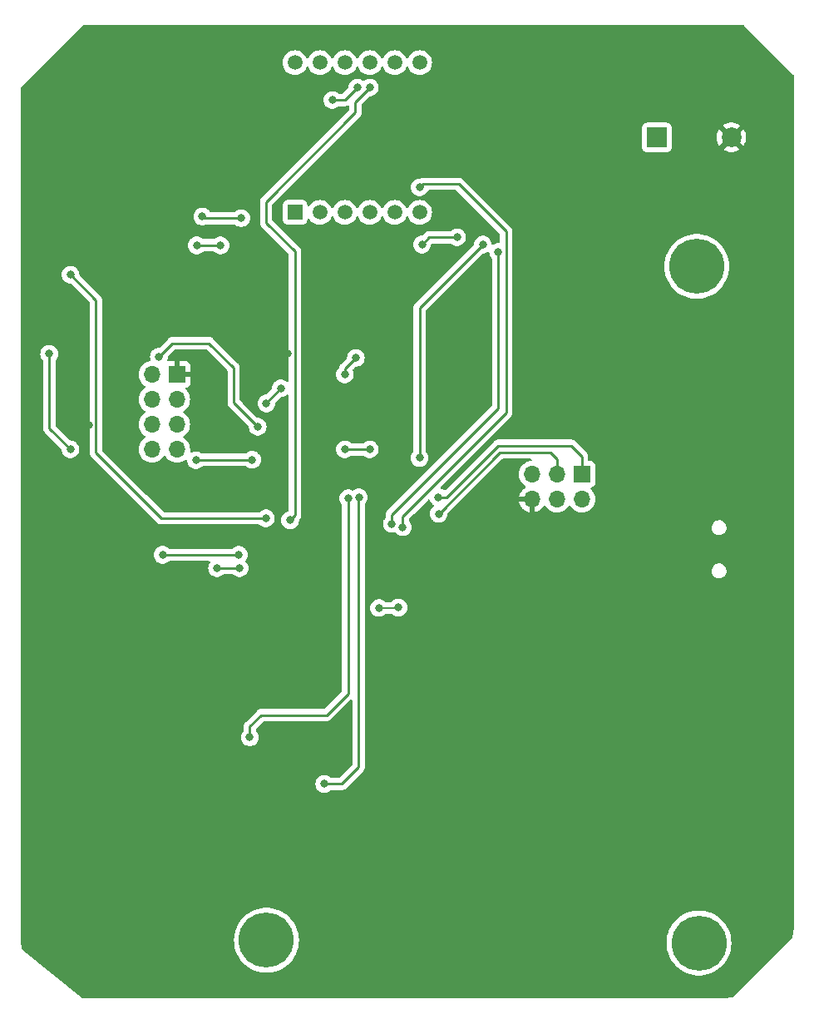
<source format=gbr>
%TF.GenerationSoftware,KiCad,Pcbnew,(7.0.0)*%
%TF.CreationDate,2023-04-20T13:01:05-06:00*%
%TF.ProjectId,Phase_B_ATMEGA_v3,50686173-655f-4425-9f41-544d4547415f,rev?*%
%TF.SameCoordinates,Original*%
%TF.FileFunction,Copper,L2,Bot*%
%TF.FilePolarity,Positive*%
%FSLAX46Y46*%
G04 Gerber Fmt 4.6, Leading zero omitted, Abs format (unit mm)*
G04 Created by KiCad (PCBNEW (7.0.0)) date 2023-04-20 13:01:05*
%MOMM*%
%LPD*%
G01*
G04 APERTURE LIST*
%TA.AperFunction,ComponentPad*%
%ADD10C,5.600000*%
%TD*%
%TA.AperFunction,ComponentPad*%
%ADD11R,1.700000X1.700000*%
%TD*%
%TA.AperFunction,ComponentPad*%
%ADD12O,1.700000X1.700000*%
%TD*%
%TA.AperFunction,ComponentPad*%
%ADD13R,2.000000X2.000000*%
%TD*%
%TA.AperFunction,ComponentPad*%
%ADD14C,2.000000*%
%TD*%
%TA.AperFunction,ComponentPad*%
%ADD15R,1.500000X1.500000*%
%TD*%
%TA.AperFunction,ComponentPad*%
%ADD16C,1.500000*%
%TD*%
%TA.AperFunction,ViaPad*%
%ADD17C,0.800000*%
%TD*%
%TA.AperFunction,Conductor*%
%ADD18C,0.203200*%
%TD*%
%TA.AperFunction,Conductor*%
%ADD19C,0.250000*%
%TD*%
G04 APERTURE END LIST*
D10*
%TO.P,REF\u002A\u002A,1*%
%TO.N,N/C*%
X177018978Y-148038539D03*
%TD*%
%TO.P,REF\u002A\u002A,1*%
%TO.N,N/C*%
X132984544Y-147747431D03*
%TD*%
%TO.P,REF\u002A\u002A,1*%
%TO.N,N/C*%
X176800761Y-79162679D03*
%TD*%
D11*
%TO.P,J3,1,Pin_1*%
%TO.N,GND*%
X123859999Y-90169999D03*
D12*
%TO.P,J3,2,Pin_2*%
%TO.N,TX*%
X121319999Y-90169999D03*
%TO.P,J3,3,Pin_3*%
%TO.N,unconnected-(J3-Pin_3-Pad3)*%
X123859999Y-92709999D03*
%TO.P,J3,4,Pin_4*%
%TO.N,+3.3V*%
X121319999Y-92709999D03*
%TO.P,J3,5,Pin_5*%
%TO.N,Net-(J3-Pin_5)*%
X123859999Y-95249999D03*
%TO.P,J3,6,Pin_6*%
%TO.N,+3.3V*%
X121319999Y-95249999D03*
%TO.P,J3,7,Pin_7*%
%TO.N,RX*%
X123859999Y-97789999D03*
%TO.P,J3,8,Pin_8*%
%TO.N,+3.3V*%
X121319999Y-97789999D03*
%TD*%
D13*
%TO.P,LS1,1,1*%
%TO.N,Buzzer*%
X172729999Y-66039999D03*
D14*
%TO.P,LS1,2,2*%
%TO.N,GND*%
X180330000Y-66040000D03*
%TD*%
D15*
%TO.P,U1,1,e*%
%TO.N,Net-(U1-e)*%
X135889999Y-73659999D03*
D16*
%TO.P,U1,2,d*%
%TO.N,Net-(U1-d)*%
X138430000Y-73660000D03*
%TO.P,U1,3,DPX*%
%TO.N,Net-(U1-DPX)*%
X140970000Y-73660000D03*
%TO.P,U1,4,c*%
%TO.N,Net-(U1-c)*%
X143510000Y-73660000D03*
%TO.P,U1,5,g*%
%TO.N,Net-(U1-g)*%
X146050000Y-73660000D03*
%TO.P,U1,6,CA4*%
%TO.N,Dig4*%
X148590000Y-73660000D03*
%TO.P,U1,7,b*%
%TO.N,Net-(U1-b)*%
X148590000Y-58420000D03*
%TO.P,U1,8,CA3*%
%TO.N,Dig3*%
X146050000Y-58420000D03*
%TO.P,U1,9,CA2*%
%TO.N,Dig2*%
X143510000Y-58420000D03*
%TO.P,U1,10,f*%
%TO.N,Net-(U1-f)*%
X140970000Y-58420000D03*
%TO.P,U1,11,a*%
%TO.N,Net-(U1-a)*%
X138430000Y-58420000D03*
%TO.P,U1,12,CA1*%
%TO.N,Dig1*%
X135890000Y-58420000D03*
%TD*%
D11*
%TO.P,J1,1,MISO*%
%TO.N,MISO*%
X165099999Y-100329999D03*
D12*
%TO.P,J1,2,VCC*%
%TO.N,+5V*%
X165099999Y-102869999D03*
%TO.P,J1,3,SCK*%
%TO.N,SCK*%
X162559999Y-100329999D03*
%TO.P,J1,4,MOSI*%
%TO.N,MOSI*%
X162559999Y-102869999D03*
%TO.P,J1,5,~{RST}*%
%TO.N,RST*%
X160019999Y-100329999D03*
%TO.P,J1,6,GND*%
%TO.N,GND*%
X160019999Y-102869999D03*
%TD*%
D17*
%TO.N,+5V*%
X146411428Y-113897881D03*
X144435060Y-113932104D03*
%TO.N,GND*%
X139606078Y-110628541D03*
X131147296Y-103191227D03*
X147426475Y-107528040D03*
X144772138Y-102488345D03*
X151914904Y-91041094D03*
X159982527Y-104545627D03*
X154731495Y-109974456D03*
X136860336Y-128322441D03*
X145560817Y-118077942D03*
X154758641Y-106836618D03*
X144047735Y-92993457D03*
X139453980Y-118076298D03*
X154803996Y-105261565D03*
X138327331Y-85054732D03*
X112425960Y-91378079D03*
X125613968Y-88408810D03*
X146401243Y-110943085D03*
X110455541Y-61628262D03*
X147332021Y-118053898D03*
X139070516Y-102661786D03*
X113085611Y-61642365D03*
X180340000Y-68580000D03*
X145996504Y-92473785D03*
X142335180Y-93017078D03*
X134061906Y-94077552D03*
X114896000Y-95295234D03*
X140504517Y-92981646D03*
X160813569Y-92820827D03*
X135119986Y-87995043D03*
X137732908Y-97092908D03*
X112551044Y-93961277D03*
X132612120Y-85354182D03*
X174441654Y-106349430D03*
X166059093Y-107642281D03*
X132487847Y-133368055D03*
%TO.N,XTAL2*%
X143510000Y-97790000D03*
X140970000Y-97790000D03*
%TO.N,MISO*%
X150474062Y-102647551D03*
%TO.N,SCK*%
X150525396Y-104337731D03*
%TO.N,TX*%
X122028372Y-88354383D03*
X132094922Y-95496971D03*
%TO.N,RX*%
X131516368Y-98845062D03*
X125798445Y-98888885D03*
%TO.N,Buzzer*%
X145748884Y-105374732D03*
X156586426Y-77697870D03*
%TO.N,Button_1*%
X141305513Y-102770994D03*
X131280663Y-127092446D03*
%TO.N,Button_2*%
X142388298Y-102683722D03*
X138878652Y-131848995D03*
%TO.N,RED_LED*%
X130174788Y-108526987D03*
X122403778Y-108526987D03*
%TO.N,GREEN_LED*%
X113030000Y-80010000D03*
X132926103Y-104804153D03*
%TO.N,a*%
X140970000Y-90170000D03*
X142085187Y-88483481D03*
%TO.N,Net-(U1-b)*%
X148821954Y-76941447D03*
X152400000Y-76200000D03*
%TO.N,Net-(U1-f)*%
X139700000Y-62230000D03*
X142240000Y-60960000D03*
%TO.N,Net-(U1-g)*%
X125883861Y-77036510D03*
X128302274Y-77019399D03*
%TO.N,Net-(U1-DPX)*%
X126454242Y-74091540D03*
X130412681Y-74256951D03*
%TO.N,Dig4*%
X148590000Y-71120000D03*
X146855280Y-105716960D03*
%TO.N,Dig3*%
X155017523Y-76943824D03*
X148572071Y-98652264D03*
%TO.N,Dig2*%
X135388968Y-105004500D03*
X143510000Y-60960000D03*
%TO.N,Dig1*%
X110855234Y-88068056D03*
X127952394Y-109887345D03*
X130246534Y-109880000D03*
X113030000Y-97790000D03*
%TO.N,ST_CP*%
X134441233Y-91576774D03*
X132979886Y-93105463D03*
%TD*%
D18*
%TO.N,+5V*%
X144435060Y-113932104D02*
X146377205Y-113932104D01*
X146377205Y-113932104D02*
X146411428Y-113897881D01*
D19*
%TO.N,XTAL2*%
X140970000Y-97790000D02*
X143510000Y-97790000D01*
%TO.N,MISO*%
X164009048Y-97420015D02*
X165100000Y-98510967D01*
X150474062Y-102647551D02*
X151352449Y-102647551D01*
X165100000Y-98510967D02*
X165100000Y-100330000D01*
X156579985Y-97420015D02*
X164009048Y-97420015D01*
X151352449Y-102647551D02*
X156579985Y-97420015D01*
%TO.N,SCK*%
X161861566Y-98113027D02*
X162560000Y-98811461D01*
X162560000Y-98811461D02*
X162560000Y-100330000D01*
X156750100Y-98113027D02*
X161861566Y-98113027D01*
X150525396Y-104337731D02*
X156750100Y-98113027D01*
%TO.N,TX*%
X127128194Y-86978721D02*
X129635157Y-89485684D01*
X129635157Y-93037206D02*
X132094922Y-95496971D01*
X123404034Y-86978721D02*
X127128194Y-86978721D01*
X129635157Y-89485684D02*
X129635157Y-93037206D01*
X122028372Y-88354383D02*
X123404034Y-86978721D01*
%TO.N,RX*%
X131516368Y-98845062D02*
X125842268Y-98845062D01*
X125842268Y-98845062D02*
X125798445Y-98888885D01*
%TO.N,Buzzer*%
X151130000Y-99060000D02*
X156586426Y-93603574D01*
X145748884Y-104441116D02*
X151130000Y-99060000D01*
X145748884Y-105374732D02*
X145748884Y-104441116D01*
X156586426Y-93603574D02*
X156586426Y-77697870D01*
%TO.N,Button_1*%
X139083466Y-124833740D02*
X132448516Y-124833740D01*
X141305513Y-102770994D02*
X141305513Y-122611693D01*
X131280663Y-126001593D02*
X131280663Y-127092446D01*
X141290838Y-122626368D02*
X139083466Y-124833740D01*
X132448516Y-124833740D02*
X131280663Y-126001593D01*
X141305513Y-122611693D02*
X141290838Y-122626368D01*
%TO.N,Button_2*%
X142357591Y-102714429D02*
X142357591Y-130146385D01*
X140654981Y-131848995D02*
X138878652Y-131848995D01*
X142357591Y-130146385D02*
X140654981Y-131848995D01*
X142388298Y-102683722D02*
X142357591Y-102714429D01*
%TO.N,RED_LED*%
X122400926Y-108524135D02*
X122403778Y-108526987D01*
X130174788Y-108526987D02*
X122403778Y-108526987D01*
%TO.N,GREEN_LED*%
X113030000Y-80010000D02*
X115621000Y-82601000D01*
X115621000Y-82601000D02*
X115621000Y-98144487D01*
X120374882Y-102898369D02*
X122280666Y-104804153D01*
X122280666Y-104804153D02*
X132926103Y-104804153D01*
X115621000Y-98144487D02*
X120374882Y-102898369D01*
%TO.N,a*%
X140970000Y-89598668D02*
X142085187Y-88483481D01*
X140970000Y-90170000D02*
X140970000Y-89598668D01*
%TO.N,Net-(U1-b)*%
X149563401Y-76200000D02*
X152400000Y-76200000D01*
X148821954Y-76941447D02*
X149563401Y-76200000D01*
%TO.N,Net-(U1-f)*%
X140970000Y-62230000D02*
X139700000Y-62230000D01*
X142240000Y-60960000D02*
X140970000Y-62230000D01*
%TO.N,Net-(U1-g)*%
X125900972Y-77019399D02*
X125883861Y-77036510D01*
X128302274Y-77019399D02*
X125900972Y-77019399D01*
%TO.N,Net-(U1-DPX)*%
X126619653Y-74256951D02*
X126454242Y-74091540D01*
X130412681Y-74256951D02*
X126619653Y-74256951D01*
%TO.N,Dig4*%
X148937551Y-70772449D02*
X148590000Y-71120000D01*
X152553480Y-70772449D02*
X148937551Y-70772449D01*
X146855280Y-104604720D02*
X149860000Y-101600000D01*
X157386882Y-75605851D02*
X152553480Y-70772449D01*
X157386882Y-93649610D02*
X157386882Y-75605851D01*
X149860000Y-101600000D02*
X157386882Y-94073118D01*
X157386882Y-94073118D02*
X157386882Y-93649610D01*
X146855280Y-105716960D02*
X146855280Y-104604720D01*
%TO.N,Dig3*%
X148572071Y-98652264D02*
X148572071Y-83389276D01*
X148572071Y-83389276D02*
X155017523Y-76943824D01*
%TO.N,Dig2*%
X135890000Y-77651018D02*
X135890000Y-104503468D01*
X132942608Y-74703626D02*
X135890000Y-77651018D01*
X132942608Y-72592650D02*
X132942608Y-74703626D01*
X143510000Y-60960000D02*
X142045000Y-62425000D01*
X142045000Y-62425000D02*
X142045000Y-63490258D01*
X135890000Y-104503468D02*
X135388968Y-105004500D01*
X142045000Y-63490258D02*
X132942608Y-72592650D01*
%TO.N,Dig1*%
X110855234Y-95615234D02*
X110855234Y-88068056D01*
X113030000Y-97790000D02*
X110855234Y-95615234D01*
X130246534Y-109880000D02*
X127959739Y-109880000D01*
X127959739Y-109880000D02*
X127952394Y-109887345D01*
%TO.N,ST_CP*%
X132979886Y-93038121D02*
X134441233Y-91576774D01*
X132979886Y-93105463D02*
X132979886Y-93038121D01*
%TD*%
%TA.AperFunction,Conductor*%
%TO.N,GND*%
G36*
X181606591Y-54619939D02*
G01*
X181646819Y-54646819D01*
X186653183Y-59653183D01*
X186680061Y-59693408D01*
X186689500Y-59740861D01*
X186689500Y-146047873D01*
X186689428Y-146052107D01*
X186678514Y-146371583D01*
X186678507Y-146371775D01*
X186671412Y-146570424D01*
X186670841Y-146578679D01*
X186641440Y-146864673D01*
X186641379Y-146865247D01*
X186616167Y-147099747D01*
X186615075Y-147107561D01*
X186567505Y-147383464D01*
X186567338Y-147384412D01*
X186561409Y-147417274D01*
X186549255Y-147452732D01*
X186527060Y-147482938D01*
X180502938Y-153507060D01*
X180472732Y-153529255D01*
X180437274Y-153541409D01*
X180404412Y-153547338D01*
X180403464Y-153547505D01*
X180127561Y-153595075D01*
X180119747Y-153596167D01*
X179885247Y-153621379D01*
X179884673Y-153621440D01*
X179598679Y-153650841D01*
X179590424Y-153651412D01*
X179391966Y-153658500D01*
X179391774Y-153658507D01*
X179072107Y-153669428D01*
X179067873Y-153669500D01*
X114342872Y-153669500D01*
X114301827Y-153662510D01*
X114265410Y-153642328D01*
X108143742Y-148744993D01*
X108115246Y-148712576D01*
X108099587Y-148672356D01*
X108072049Y-148533911D01*
X108071891Y-148533098D01*
X108025405Y-148287415D01*
X108024108Y-148278966D01*
X107997708Y-148055910D01*
X107969355Y-147804274D01*
X107968674Y-147795301D01*
X107966793Y-147747431D01*
X129679196Y-147747431D01*
X129679378Y-147750788D01*
X129698389Y-148101438D01*
X129698390Y-148101449D01*
X129698572Y-148104802D01*
X129699116Y-148108123D01*
X129699117Y-148108128D01*
X129755928Y-148454664D01*
X129755931Y-148454679D01*
X129756473Y-148457983D01*
X129852220Y-148802834D01*
X129984691Y-149135311D01*
X130152333Y-149451516D01*
X130353179Y-149747742D01*
X130584876Y-150020517D01*
X130587307Y-150022820D01*
X130587313Y-150022826D01*
X130606930Y-150041408D01*
X130844707Y-150266642D01*
X131129625Y-150483231D01*
X131436291Y-150667746D01*
X131761109Y-150818022D01*
X132100270Y-150932299D01*
X132449798Y-151009236D01*
X132805596Y-151047931D01*
X133160134Y-151047931D01*
X133163492Y-151047931D01*
X133519290Y-151009236D01*
X133868818Y-150932299D01*
X134207979Y-150818022D01*
X134532797Y-150667746D01*
X134839463Y-150483231D01*
X135124381Y-150266642D01*
X135384212Y-150020517D01*
X135615909Y-149747742D01*
X135816755Y-149451516D01*
X135984397Y-149135311D01*
X136116868Y-148802834D01*
X136212615Y-148457983D01*
X136270516Y-148104802D01*
X136274109Y-148038539D01*
X173713630Y-148038539D01*
X173713812Y-148041896D01*
X173732823Y-148392546D01*
X173732824Y-148392557D01*
X173733006Y-148395910D01*
X173733550Y-148399231D01*
X173733551Y-148399236D01*
X173790362Y-148745772D01*
X173790365Y-148745787D01*
X173790907Y-148749091D01*
X173791805Y-148752328D01*
X173791806Y-148752329D01*
X173884342Y-149085617D01*
X173886654Y-149093942D01*
X174019125Y-149426419D01*
X174186767Y-149742624D01*
X174387613Y-150038850D01*
X174389786Y-150041408D01*
X174582817Y-150268663D01*
X174619310Y-150311625D01*
X174621741Y-150313928D01*
X174621747Y-150313934D01*
X174759073Y-150444016D01*
X174879141Y-150557750D01*
X175164059Y-150774339D01*
X175470725Y-150958854D01*
X175795543Y-151109130D01*
X176134704Y-151223407D01*
X176484232Y-151300344D01*
X176840030Y-151339039D01*
X177194568Y-151339039D01*
X177197926Y-151339039D01*
X177553724Y-151300344D01*
X177903252Y-151223407D01*
X178242413Y-151109130D01*
X178567231Y-150958854D01*
X178873897Y-150774339D01*
X179158815Y-150557750D01*
X179418646Y-150311625D01*
X179650343Y-150038850D01*
X179851189Y-149742624D01*
X180018831Y-149426419D01*
X180151302Y-149093942D01*
X180247049Y-148749091D01*
X180304950Y-148395910D01*
X180324326Y-148038539D01*
X180304950Y-147681168D01*
X180247049Y-147327987D01*
X180151302Y-146983136D01*
X180018831Y-146650659D01*
X179851189Y-146334454D01*
X179650343Y-146038228D01*
X179418646Y-145765453D01*
X179416213Y-145763148D01*
X179416208Y-145763143D01*
X179161245Y-145521630D01*
X179158815Y-145519328D01*
X178873897Y-145302739D01*
X178871023Y-145301010D01*
X178871019Y-145301007D01*
X178570113Y-145119958D01*
X178570112Y-145119957D01*
X178567231Y-145118224D01*
X178564175Y-145116810D01*
X178245468Y-144969361D01*
X178245461Y-144969358D01*
X178242413Y-144967948D01*
X178153983Y-144938152D01*
X177906435Y-144854743D01*
X177906426Y-144854740D01*
X177903252Y-144853671D01*
X177899984Y-144852951D01*
X177899971Y-144852948D01*
X177557011Y-144777457D01*
X177557001Y-144777455D01*
X177553724Y-144776734D01*
X177197926Y-144738039D01*
X176840030Y-144738039D01*
X176836693Y-144738401D01*
X176836691Y-144738402D01*
X176487578Y-144776370D01*
X176487576Y-144776370D01*
X176484232Y-144776734D01*
X176480957Y-144777454D01*
X176480944Y-144777457D01*
X176137984Y-144852948D01*
X176137966Y-144852952D01*
X176134704Y-144853671D01*
X176131533Y-144854739D01*
X176131520Y-144854743D01*
X175798730Y-144966874D01*
X175798727Y-144966875D01*
X175795543Y-144967948D01*
X175792500Y-144969355D01*
X175792487Y-144969361D01*
X175473780Y-145116810D01*
X175473770Y-145116814D01*
X175470725Y-145118224D01*
X175467851Y-145119953D01*
X175467842Y-145119958D01*
X175166936Y-145301007D01*
X175166923Y-145301015D01*
X175164059Y-145302739D01*
X175161401Y-145304759D01*
X175161390Y-145304767D01*
X174881800Y-145517306D01*
X174881792Y-145517312D01*
X174879141Y-145519328D01*
X174876717Y-145521623D01*
X174876710Y-145521630D01*
X174621747Y-145763143D01*
X174621732Y-145763158D01*
X174619310Y-145765453D01*
X174617147Y-145767998D01*
X174617136Y-145768011D01*
X174389786Y-146035669D01*
X174389780Y-146035676D01*
X174387613Y-146038228D01*
X174385733Y-146041000D01*
X174385726Y-146041010D01*
X174188657Y-146331665D01*
X174188649Y-146331677D01*
X174186767Y-146334454D01*
X174185192Y-146337424D01*
X174185190Y-146337428D01*
X174020700Y-146647687D01*
X174020695Y-146647696D01*
X174019125Y-146650659D01*
X174017884Y-146653771D01*
X174017880Y-146653782D01*
X173947765Y-146829759D01*
X173886654Y-146983136D01*
X173885753Y-146986380D01*
X173885751Y-146986387D01*
X173792479Y-147322325D01*
X173790907Y-147327987D01*
X173790366Y-147331286D01*
X173790362Y-147331305D01*
X173733551Y-147677841D01*
X173733006Y-147681168D01*
X173732824Y-147684518D01*
X173732823Y-147684531D01*
X173726330Y-147804295D01*
X173713630Y-148038539D01*
X136274109Y-148038539D01*
X136289892Y-147747431D01*
X136270516Y-147390060D01*
X136212615Y-147036879D01*
X136116868Y-146692028D01*
X135984397Y-146359551D01*
X135816755Y-146043346D01*
X135615909Y-145747120D01*
X135422421Y-145519328D01*
X135386385Y-145476903D01*
X135386382Y-145476900D01*
X135384212Y-145474345D01*
X135381779Y-145472040D01*
X135381774Y-145472035D01*
X135126811Y-145230522D01*
X135124381Y-145228220D01*
X134839463Y-145011631D01*
X134836589Y-145009902D01*
X134836585Y-145009899D01*
X134535679Y-144828850D01*
X134535678Y-144828849D01*
X134532797Y-144827116D01*
X134529741Y-144825702D01*
X134211034Y-144678253D01*
X134211027Y-144678250D01*
X134207979Y-144676840D01*
X134119549Y-144647044D01*
X133872001Y-144563635D01*
X133871992Y-144563632D01*
X133868818Y-144562563D01*
X133865550Y-144561843D01*
X133865537Y-144561840D01*
X133522577Y-144486349D01*
X133522567Y-144486347D01*
X133519290Y-144485626D01*
X133163492Y-144446931D01*
X132805596Y-144446931D01*
X132802259Y-144447293D01*
X132802257Y-144447294D01*
X132453144Y-144485262D01*
X132453142Y-144485262D01*
X132449798Y-144485626D01*
X132446523Y-144486346D01*
X132446510Y-144486349D01*
X132103550Y-144561840D01*
X132103532Y-144561844D01*
X132100270Y-144562563D01*
X132097099Y-144563631D01*
X132097086Y-144563635D01*
X131764296Y-144675766D01*
X131764293Y-144675767D01*
X131761109Y-144676840D01*
X131758066Y-144678247D01*
X131758053Y-144678253D01*
X131439346Y-144825702D01*
X131439336Y-144825706D01*
X131436291Y-144827116D01*
X131433417Y-144828845D01*
X131433408Y-144828850D01*
X131132502Y-145009899D01*
X131132489Y-145009907D01*
X131129625Y-145011631D01*
X131126967Y-145013651D01*
X131126956Y-145013659D01*
X130847366Y-145226198D01*
X130847358Y-145226204D01*
X130844707Y-145228220D01*
X130842283Y-145230515D01*
X130842276Y-145230522D01*
X130587313Y-145472035D01*
X130587298Y-145472050D01*
X130584876Y-145474345D01*
X130582713Y-145476890D01*
X130582702Y-145476903D01*
X130355352Y-145744561D01*
X130355346Y-145744568D01*
X130353179Y-145747120D01*
X130351299Y-145749892D01*
X130351292Y-145749902D01*
X130154223Y-146040557D01*
X130154215Y-146040569D01*
X130152333Y-146043346D01*
X130150758Y-146046316D01*
X130150756Y-146046320D01*
X129986266Y-146356579D01*
X129986261Y-146356588D01*
X129984691Y-146359551D01*
X129983450Y-146362663D01*
X129983446Y-146362674D01*
X129853468Y-146688895D01*
X129852220Y-146692028D01*
X129851319Y-146695272D01*
X129851317Y-146695279D01*
X129770492Y-146986387D01*
X129756473Y-147036879D01*
X129755932Y-147040178D01*
X129755928Y-147040197D01*
X129699653Y-147383464D01*
X129698572Y-147390060D01*
X129698390Y-147393410D01*
X129698389Y-147393423D01*
X129693536Y-147482938D01*
X129679196Y-147747431D01*
X107966793Y-147747431D01*
X107960491Y-147587043D01*
X107950587Y-147322325D01*
X107950500Y-147317689D01*
X107950500Y-127092446D01*
X130375203Y-127092446D01*
X130375882Y-127098906D01*
X130394309Y-127274241D01*
X130394310Y-127274249D01*
X130394989Y-127280702D01*
X130396994Y-127286874D01*
X130396996Y-127286881D01*
X130451476Y-127454551D01*
X130453484Y-127460730D01*
X130548130Y-127624662D01*
X130674792Y-127765334D01*
X130827933Y-127876597D01*
X131000860Y-127953590D01*
X131186017Y-127992946D01*
X131368806Y-127992946D01*
X131375309Y-127992946D01*
X131560466Y-127953590D01*
X131733393Y-127876597D01*
X131886534Y-127765334D01*
X132013196Y-127624662D01*
X132107842Y-127460730D01*
X132166337Y-127280702D01*
X132186123Y-127092446D01*
X132166337Y-126904190D01*
X132107842Y-126724162D01*
X132013196Y-126560230D01*
X131938012Y-126476730D01*
X131914399Y-126438197D01*
X131906163Y-126393759D01*
X131906163Y-126312045D01*
X131915602Y-126264592D01*
X131942482Y-126224364D01*
X132671287Y-125495559D01*
X132711515Y-125468679D01*
X132758968Y-125459240D01*
X139005691Y-125459240D01*
X139016746Y-125459761D01*
X139024133Y-125461413D01*
X139091338Y-125459301D01*
X139095234Y-125459240D01*
X139118914Y-125459240D01*
X139122816Y-125459240D01*
X139126779Y-125458739D01*
X139138429Y-125457820D01*
X139182093Y-125456449D01*
X139201327Y-125450859D01*
X139220383Y-125446914D01*
X139240258Y-125444404D01*
X139280861Y-125428327D01*
X139291916Y-125424542D01*
X139333856Y-125412358D01*
X139351095Y-125402162D01*
X139368569Y-125393602D01*
X139379940Y-125389100D01*
X139379942Y-125389098D01*
X139387198Y-125386226D01*
X139422535Y-125360551D01*
X139432290Y-125354143D01*
X139469886Y-125331910D01*
X139484050Y-125317745D01*
X139498845Y-125305108D01*
X139515053Y-125293334D01*
X139542894Y-125259678D01*
X139550745Y-125251049D01*
X141520409Y-123281386D01*
X141569773Y-123251136D01*
X141627489Y-123246594D01*
X141680976Y-123268749D01*
X141718576Y-123312772D01*
X141732091Y-123369067D01*
X141732091Y-129835932D01*
X141722652Y-129883385D01*
X141695772Y-129923613D01*
X140432209Y-131187176D01*
X140391981Y-131214056D01*
X140344528Y-131223495D01*
X139582400Y-131223495D01*
X139531967Y-131212776D01*
X139493870Y-131185099D01*
X139493702Y-131185286D01*
X139491923Y-131183684D01*
X139490253Y-131182471D01*
X139484523Y-131176107D01*
X139479265Y-131172287D01*
X139479263Y-131172285D01*
X139336640Y-131068664D01*
X139336639Y-131068663D01*
X139331382Y-131064844D01*
X139325444Y-131062200D01*
X139164397Y-130990496D01*
X139164392Y-130990494D01*
X139158455Y-130987851D01*
X139152096Y-130986499D01*
X139152092Y-130986498D01*
X138979660Y-130949847D01*
X138979657Y-130949846D01*
X138973298Y-130948495D01*
X138784006Y-130948495D01*
X138777647Y-130949846D01*
X138777643Y-130949847D01*
X138605211Y-130986498D01*
X138605204Y-130986500D01*
X138598849Y-130987851D01*
X138592914Y-130990493D01*
X138592906Y-130990496D01*
X138431859Y-131062200D01*
X138431854Y-131062202D01*
X138425922Y-131064844D01*
X138420668Y-131068660D01*
X138420663Y-131068664D01*
X138278040Y-131172285D01*
X138278033Y-131172290D01*
X138272781Y-131176107D01*
X138268436Y-131180932D01*
X138268431Y-131180937D01*
X138150465Y-131311951D01*
X138150460Y-131311957D01*
X138146119Y-131316779D01*
X138142874Y-131322399D01*
X138142870Y-131322405D01*
X138054721Y-131475084D01*
X138054718Y-131475089D01*
X138051473Y-131480711D01*
X138049467Y-131486883D01*
X138049465Y-131486889D01*
X137994985Y-131654559D01*
X137994983Y-131654568D01*
X137992978Y-131660739D01*
X137992300Y-131667189D01*
X137992298Y-131667199D01*
X137974614Y-131835459D01*
X137973192Y-131848995D01*
X137973871Y-131855455D01*
X137992298Y-132030790D01*
X137992299Y-132030798D01*
X137992978Y-132037251D01*
X137994983Y-132043423D01*
X137994985Y-132043430D01*
X138049465Y-132211100D01*
X138051473Y-132217279D01*
X138054720Y-132222903D01*
X138054721Y-132222905D01*
X138126462Y-132347165D01*
X138146119Y-132381211D01*
X138150463Y-132386036D01*
X138150465Y-132386038D01*
X138232069Y-132476668D01*
X138272781Y-132521883D01*
X138425922Y-132633146D01*
X138598849Y-132710139D01*
X138784006Y-132749495D01*
X138966795Y-132749495D01*
X138973298Y-132749495D01*
X139158455Y-132710139D01*
X139331382Y-132633146D01*
X139484523Y-132521883D01*
X139490253Y-132515518D01*
X139491923Y-132514305D01*
X139493702Y-132512704D01*
X139493870Y-132512890D01*
X139531967Y-132485214D01*
X139582400Y-132474495D01*
X140577206Y-132474495D01*
X140588261Y-132475016D01*
X140595648Y-132476668D01*
X140662853Y-132474556D01*
X140666749Y-132474495D01*
X140690429Y-132474495D01*
X140694331Y-132474495D01*
X140698294Y-132473994D01*
X140709944Y-132473075D01*
X140753608Y-132471704D01*
X140772842Y-132466114D01*
X140791898Y-132462169D01*
X140811773Y-132459659D01*
X140852376Y-132443582D01*
X140863431Y-132439797D01*
X140905371Y-132427613D01*
X140922610Y-132417417D01*
X140940084Y-132408857D01*
X140951455Y-132404355D01*
X140951457Y-132404353D01*
X140958713Y-132401481D01*
X140994050Y-132375806D01*
X141003805Y-132369398D01*
X141041401Y-132347165D01*
X141055565Y-132333000D01*
X141070360Y-132320363D01*
X141086568Y-132308589D01*
X141114409Y-132274933D01*
X141122260Y-132266304D01*
X142744902Y-130643663D01*
X142753072Y-130636229D01*
X142759468Y-130632171D01*
X142805509Y-130583141D01*
X142808126Y-130580439D01*
X142827711Y-130560856D01*
X142830176Y-130557677D01*
X142837758Y-130548801D01*
X142867653Y-130516967D01*
X142877304Y-130499408D01*
X142887981Y-130483155D01*
X142900264Y-130467321D01*
X142917609Y-130427237D01*
X142922742Y-130416756D01*
X142943788Y-130378477D01*
X142948770Y-130359069D01*
X142955073Y-130340661D01*
X142963028Y-130322281D01*
X142969862Y-130279129D01*
X142972224Y-130267723D01*
X142983091Y-130225404D01*
X142983091Y-130205368D01*
X142984618Y-130185970D01*
X142986530Y-130173898D01*
X142986529Y-130173898D01*
X142987751Y-130166189D01*
X142983641Y-130122709D01*
X142983091Y-130111040D01*
X142983091Y-113932104D01*
X143529600Y-113932104D01*
X143530279Y-113938564D01*
X143548706Y-114113899D01*
X143548707Y-114113907D01*
X143549386Y-114120360D01*
X143551391Y-114126532D01*
X143551393Y-114126539D01*
X143596761Y-114266165D01*
X143607881Y-114300388D01*
X143611128Y-114306012D01*
X143611129Y-114306014D01*
X143679519Y-114424470D01*
X143702527Y-114464320D01*
X143706871Y-114469145D01*
X143706873Y-114469147D01*
X143794129Y-114566054D01*
X143829189Y-114604992D01*
X143982330Y-114716255D01*
X144155257Y-114793248D01*
X144340414Y-114832604D01*
X144523203Y-114832604D01*
X144529706Y-114832604D01*
X144714863Y-114793248D01*
X144887790Y-114716255D01*
X145040931Y-114604992D01*
X145067727Y-114575231D01*
X145109442Y-114544924D01*
X145159877Y-114534204D01*
X145718364Y-114534204D01*
X145762802Y-114542440D01*
X145801281Y-114566020D01*
X145805557Y-114570769D01*
X145958698Y-114682032D01*
X146131625Y-114759025D01*
X146316782Y-114798381D01*
X146499571Y-114798381D01*
X146506074Y-114798381D01*
X146691231Y-114759025D01*
X146864158Y-114682032D01*
X147017299Y-114570769D01*
X147143961Y-114430097D01*
X147238607Y-114266165D01*
X147297102Y-114086137D01*
X147316888Y-113897881D01*
X147297102Y-113709625D01*
X147238607Y-113529597D01*
X147143961Y-113365665D01*
X147017299Y-113224993D01*
X147012040Y-113221172D01*
X147012039Y-113221171D01*
X146869416Y-113117550D01*
X146869415Y-113117549D01*
X146864158Y-113113730D01*
X146858220Y-113111086D01*
X146697173Y-113039382D01*
X146697168Y-113039380D01*
X146691231Y-113036737D01*
X146684872Y-113035385D01*
X146684868Y-113035384D01*
X146512436Y-112998733D01*
X146512433Y-112998732D01*
X146506074Y-112997381D01*
X146316782Y-112997381D01*
X146310423Y-112998732D01*
X146310419Y-112998733D01*
X146137987Y-113035384D01*
X146137980Y-113035386D01*
X146131625Y-113036737D01*
X146125690Y-113039379D01*
X146125682Y-113039382D01*
X145964635Y-113111086D01*
X145964630Y-113111088D01*
X145958698Y-113113730D01*
X145953444Y-113117546D01*
X145953439Y-113117550D01*
X145810815Y-113221172D01*
X145810810Y-113221176D01*
X145805557Y-113224993D01*
X145801213Y-113229816D01*
X145801210Y-113229820D01*
X145747945Y-113288977D01*
X145706230Y-113319284D01*
X145655795Y-113330004D01*
X145159877Y-113330004D01*
X145109442Y-113319284D01*
X145067727Y-113288976D01*
X145045280Y-113264046D01*
X145045279Y-113264045D01*
X145040931Y-113259216D01*
X145035673Y-113255396D01*
X145035671Y-113255394D01*
X144893048Y-113151773D01*
X144893047Y-113151772D01*
X144887790Y-113147953D01*
X144819505Y-113117550D01*
X144720805Y-113073605D01*
X144720800Y-113073603D01*
X144714863Y-113070960D01*
X144708504Y-113069608D01*
X144708500Y-113069607D01*
X144536068Y-113032956D01*
X144536065Y-113032955D01*
X144529706Y-113031604D01*
X144340414Y-113031604D01*
X144334055Y-113032955D01*
X144334051Y-113032956D01*
X144161619Y-113069607D01*
X144161612Y-113069609D01*
X144155257Y-113070960D01*
X144149322Y-113073602D01*
X144149314Y-113073605D01*
X143988267Y-113145309D01*
X143988262Y-113145311D01*
X143982330Y-113147953D01*
X143977076Y-113151769D01*
X143977071Y-113151773D01*
X143834448Y-113255394D01*
X143834441Y-113255399D01*
X143829189Y-113259216D01*
X143824844Y-113264041D01*
X143824839Y-113264046D01*
X143706873Y-113395060D01*
X143706868Y-113395066D01*
X143702527Y-113399888D01*
X143699282Y-113405508D01*
X143699278Y-113405514D01*
X143611129Y-113558193D01*
X143611126Y-113558198D01*
X143607881Y-113563820D01*
X143605875Y-113569992D01*
X143605873Y-113569998D01*
X143551393Y-113737668D01*
X143551391Y-113737677D01*
X143549386Y-113743848D01*
X143548708Y-113750298D01*
X143548706Y-113750308D01*
X143533876Y-113891421D01*
X143529600Y-113932104D01*
X142983091Y-113932104D01*
X142983091Y-110193935D01*
X178315669Y-110193935D01*
X178346135Y-110366711D01*
X178348996Y-110373345D01*
X178348997Y-110373346D01*
X178365764Y-110412216D01*
X178415623Y-110527804D01*
X178419936Y-110533597D01*
X178419937Y-110533599D01*
X178442610Y-110564054D01*
X178520390Y-110668530D01*
X178654786Y-110781302D01*
X178811567Y-110860040D01*
X178982279Y-110900500D01*
X179110111Y-110900500D01*
X179113709Y-110900500D01*
X179244255Y-110885241D01*
X179409117Y-110825237D01*
X179555696Y-110728830D01*
X179676092Y-110601218D01*
X179763812Y-110449281D01*
X179814130Y-110281210D01*
X179824331Y-110106065D01*
X179793865Y-109933289D01*
X179724377Y-109772196D01*
X179619610Y-109631470D01*
X179547747Y-109571170D01*
X179490745Y-109523339D01*
X179490744Y-109523338D01*
X179485214Y-109518698D01*
X179478763Y-109515458D01*
X179334883Y-109443199D01*
X179334880Y-109443198D01*
X179328433Y-109439960D01*
X179321407Y-109438294D01*
X179321405Y-109438294D01*
X179164749Y-109401165D01*
X179164743Y-109401164D01*
X179157721Y-109399500D01*
X179026291Y-109399500D01*
X179022725Y-109399916D01*
X179022721Y-109399917D01*
X178902915Y-109413920D01*
X178902907Y-109413921D01*
X178895745Y-109414759D01*
X178888967Y-109417225D01*
X178888958Y-109417228D01*
X178737674Y-109472291D01*
X178737671Y-109472292D01*
X178730883Y-109474763D01*
X178724850Y-109478730D01*
X178724842Y-109478735D01*
X178590340Y-109567199D01*
X178590334Y-109567203D01*
X178584304Y-109571170D01*
X178579351Y-109576419D01*
X178579346Y-109576424D01*
X178468865Y-109693527D01*
X178468861Y-109693531D01*
X178463908Y-109698782D01*
X178460299Y-109705032D01*
X178460296Y-109705037D01*
X178379799Y-109844463D01*
X178379796Y-109844468D01*
X178376188Y-109850719D01*
X178374117Y-109857634D01*
X178374117Y-109857636D01*
X178327941Y-110011869D01*
X178327939Y-110011877D01*
X178325870Y-110018790D01*
X178325450Y-110025996D01*
X178325449Y-110026004D01*
X178316088Y-110186725D01*
X178316088Y-110186733D01*
X178315669Y-110193935D01*
X142983091Y-110193935D01*
X142983091Y-105374732D01*
X144843424Y-105374732D01*
X144844103Y-105381192D01*
X144862530Y-105556527D01*
X144862531Y-105556535D01*
X144863210Y-105562988D01*
X144865215Y-105569160D01*
X144865217Y-105569167D01*
X144919697Y-105736837D01*
X144921705Y-105743016D01*
X144924952Y-105748640D01*
X144924953Y-105748642D01*
X144997325Y-105873995D01*
X145016351Y-105906948D01*
X145020695Y-105911773D01*
X145020697Y-105911775D01*
X145138663Y-106042789D01*
X145143013Y-106047620D01*
X145148271Y-106051440D01*
X145148272Y-106051441D01*
X145194798Y-106085244D01*
X145296154Y-106158883D01*
X145469081Y-106235876D01*
X145654238Y-106275232D01*
X145837027Y-106275232D01*
X145843530Y-106275232D01*
X146027561Y-106236115D01*
X146091657Y-106239474D01*
X146145487Y-106274432D01*
X146194468Y-106328830D01*
X146244630Y-106384541D01*
X146249409Y-106389848D01*
X146402550Y-106501111D01*
X146575477Y-106578104D01*
X146760634Y-106617460D01*
X146943423Y-106617460D01*
X146949926Y-106617460D01*
X147135083Y-106578104D01*
X147308010Y-106501111D01*
X147461151Y-106389848D01*
X147587813Y-106249176D01*
X147682459Y-106085244D01*
X147740954Y-105905216D01*
X147752650Y-105793935D01*
X178315669Y-105793935D01*
X178346135Y-105966711D01*
X178415623Y-106127804D01*
X178419936Y-106133597D01*
X178419937Y-106133599D01*
X178501792Y-106243549D01*
X178520390Y-106268530D01*
X178654786Y-106381302D01*
X178811567Y-106460040D01*
X178982279Y-106500500D01*
X179110111Y-106500500D01*
X179113709Y-106500500D01*
X179244255Y-106485241D01*
X179409117Y-106425237D01*
X179555696Y-106328830D01*
X179676092Y-106201218D01*
X179763812Y-106049281D01*
X179814130Y-105881210D01*
X179824331Y-105706065D01*
X179793865Y-105533289D01*
X179724377Y-105372196D01*
X179619610Y-105231470D01*
X179580836Y-105198935D01*
X179490745Y-105123339D01*
X179490744Y-105123338D01*
X179485214Y-105118698D01*
X179392810Y-105072291D01*
X179334883Y-105043199D01*
X179334880Y-105043198D01*
X179328433Y-105039960D01*
X179321407Y-105038294D01*
X179321405Y-105038294D01*
X179164749Y-105001165D01*
X179164743Y-105001164D01*
X179157721Y-104999500D01*
X179026291Y-104999500D01*
X179022725Y-104999916D01*
X179022721Y-104999917D01*
X178902915Y-105013920D01*
X178902907Y-105013921D01*
X178895745Y-105014759D01*
X178888967Y-105017225D01*
X178888958Y-105017228D01*
X178737674Y-105072291D01*
X178737671Y-105072292D01*
X178730883Y-105074763D01*
X178724850Y-105078730D01*
X178724842Y-105078735D01*
X178590340Y-105167199D01*
X178590334Y-105167203D01*
X178584304Y-105171170D01*
X178579351Y-105176419D01*
X178579346Y-105176424D01*
X178468865Y-105293527D01*
X178468861Y-105293531D01*
X178463908Y-105298782D01*
X178460299Y-105305032D01*
X178460296Y-105305037D01*
X178379799Y-105444463D01*
X178379796Y-105444468D01*
X178376188Y-105450719D01*
X178374117Y-105457634D01*
X178374117Y-105457636D01*
X178327941Y-105611869D01*
X178327939Y-105611877D01*
X178325870Y-105618790D01*
X178325450Y-105625996D01*
X178325449Y-105626004D01*
X178316088Y-105786725D01*
X178316088Y-105786733D01*
X178315669Y-105793935D01*
X147752650Y-105793935D01*
X147760740Y-105716960D01*
X147740954Y-105528704D01*
X147682459Y-105348676D01*
X147587813Y-105184744D01*
X147581797Y-105178063D01*
X147527771Y-105118061D01*
X147512629Y-105101244D01*
X147489016Y-105062711D01*
X147480780Y-105018273D01*
X147480780Y-104915172D01*
X147490219Y-104867719D01*
X147517099Y-104827491D01*
X147990046Y-104354544D01*
X149425785Y-102918803D01*
X149479805Y-102887142D01*
X149542411Y-102885912D01*
X149597635Y-102915430D01*
X149631394Y-102968167D01*
X149646883Y-103015835D01*
X149650130Y-103021459D01*
X149650131Y-103021461D01*
X149718152Y-103139278D01*
X149741529Y-103179767D01*
X149745873Y-103184592D01*
X149745875Y-103184594D01*
X149778444Y-103220765D01*
X149868191Y-103320439D01*
X149873449Y-103324259D01*
X149873450Y-103324260D01*
X149992798Y-103410971D01*
X150030398Y-103454994D01*
X150043913Y-103511289D01*
X150030398Y-103567584D01*
X149992798Y-103611607D01*
X149924784Y-103661021D01*
X149924777Y-103661026D01*
X149919525Y-103664843D01*
X149915180Y-103669668D01*
X149915175Y-103669673D01*
X149797209Y-103800687D01*
X149797204Y-103800693D01*
X149792863Y-103805515D01*
X149789618Y-103811135D01*
X149789614Y-103811141D01*
X149701465Y-103963820D01*
X149701462Y-103963825D01*
X149698217Y-103969447D01*
X149696211Y-103975619D01*
X149696209Y-103975625D01*
X149641729Y-104143295D01*
X149641727Y-104143304D01*
X149639722Y-104149475D01*
X149639044Y-104155925D01*
X149639042Y-104155935D01*
X149623023Y-104308357D01*
X149619936Y-104337731D01*
X149620615Y-104344191D01*
X149639042Y-104519526D01*
X149639043Y-104519534D01*
X149639722Y-104525987D01*
X149641727Y-104532159D01*
X149641729Y-104532166D01*
X149696209Y-104699836D01*
X149698217Y-104706015D01*
X149701464Y-104711639D01*
X149701465Y-104711641D01*
X149777025Y-104842516D01*
X149792863Y-104869947D01*
X149797207Y-104874772D01*
X149797209Y-104874774D01*
X149914015Y-105004500D01*
X149919525Y-105010619D01*
X149924783Y-105014439D01*
X149924784Y-105014440D01*
X149964368Y-105043199D01*
X150072666Y-105121882D01*
X150245593Y-105198875D01*
X150430750Y-105238231D01*
X150613539Y-105238231D01*
X150620042Y-105238231D01*
X150805199Y-105198875D01*
X150978126Y-105121882D01*
X151131267Y-105010619D01*
X151257929Y-104869947D01*
X151352575Y-104706015D01*
X151411070Y-104525987D01*
X151428717Y-104358075D01*
X151440117Y-104317656D01*
X151464354Y-104283361D01*
X152625164Y-103122551D01*
X158692688Y-103122551D01*
X158693056Y-103133780D01*
X158745168Y-103328263D01*
X158748856Y-103338397D01*
X158844113Y-103542676D01*
X158849501Y-103552008D01*
X158978784Y-103736643D01*
X158985721Y-103744909D01*
X159145090Y-103904278D01*
X159153356Y-103911215D01*
X159337991Y-104040498D01*
X159347323Y-104045886D01*
X159551602Y-104141143D01*
X159561736Y-104144831D01*
X159756219Y-104196943D01*
X159767448Y-104197311D01*
X159770000Y-104186369D01*
X159770000Y-103136326D01*
X159766549Y-103123450D01*
X159753674Y-103120000D01*
X158703631Y-103120000D01*
X158692688Y-103122551D01*
X152625164Y-103122551D01*
X156972871Y-98774846D01*
X157013100Y-98747966D01*
X157060553Y-98738527D01*
X159875303Y-98738527D01*
X159935735Y-98754249D01*
X159980841Y-98797430D01*
X159999185Y-98857118D01*
X159986114Y-98918178D01*
X159944942Y-98965125D01*
X159886111Y-98986055D01*
X159789982Y-98994465D01*
X159789977Y-98994465D01*
X159784592Y-98994937D01*
X159779371Y-98996335D01*
X159779365Y-98996337D01*
X159561569Y-99054694D01*
X159561557Y-99054698D01*
X159556337Y-99056097D01*
X159551432Y-99058383D01*
X159551427Y-99058386D01*
X159347081Y-99153675D01*
X159347077Y-99153677D01*
X159342171Y-99155965D01*
X159337738Y-99159068D01*
X159337731Y-99159073D01*
X159153034Y-99288399D01*
X159153029Y-99288402D01*
X159148599Y-99291505D01*
X159144775Y-99295328D01*
X159144769Y-99295334D01*
X158985334Y-99454769D01*
X158985328Y-99454775D01*
X158981505Y-99458599D01*
X158978402Y-99463029D01*
X158978399Y-99463034D01*
X158849073Y-99647731D01*
X158849068Y-99647738D01*
X158845965Y-99652171D01*
X158843677Y-99657077D01*
X158843675Y-99657081D01*
X158748386Y-99861427D01*
X158748383Y-99861432D01*
X158746097Y-99866337D01*
X158744698Y-99871557D01*
X158744694Y-99871569D01*
X158686337Y-100089365D01*
X158686335Y-100089371D01*
X158684937Y-100094592D01*
X158664341Y-100330000D01*
X158684937Y-100565408D01*
X158686336Y-100570630D01*
X158686337Y-100570634D01*
X158744694Y-100788430D01*
X158744697Y-100788438D01*
X158746097Y-100793663D01*
X158748385Y-100798570D01*
X158748386Y-100798572D01*
X158843678Y-101002927D01*
X158843681Y-101002933D01*
X158845965Y-101007830D01*
X158849064Y-101012257D01*
X158849066Y-101012259D01*
X158978399Y-101196966D01*
X158978402Y-101196970D01*
X158981505Y-101201401D01*
X159148599Y-101368495D01*
X159153031Y-101371598D01*
X159153033Y-101371600D01*
X159334595Y-101498731D01*
X159373460Y-101543049D01*
X159387471Y-101600306D01*
X159373460Y-101657563D01*
X159334595Y-101701881D01*
X159153352Y-101828788D01*
X159145092Y-101835719D01*
X158985719Y-101995092D01*
X158978784Y-102003357D01*
X158849508Y-102187982D01*
X158844110Y-102197332D01*
X158748856Y-102401602D01*
X158745168Y-102411736D01*
X158693056Y-102606219D01*
X158692688Y-102617448D01*
X158703631Y-102620000D01*
X160146000Y-102620000D01*
X160208000Y-102636613D01*
X160253387Y-102682000D01*
X160270000Y-102744000D01*
X160270000Y-104186369D01*
X160272551Y-104197311D01*
X160283780Y-104196943D01*
X160478263Y-104144831D01*
X160488397Y-104141143D01*
X160692676Y-104045886D01*
X160702008Y-104040498D01*
X160886643Y-103911215D01*
X160894909Y-103904278D01*
X161054278Y-103744909D01*
X161061219Y-103736638D01*
X161188119Y-103555406D01*
X161232437Y-103516540D01*
X161289694Y-103502529D01*
X161346951Y-103516540D01*
X161391269Y-103555405D01*
X161518399Y-103736966D01*
X161518402Y-103736970D01*
X161521505Y-103741401D01*
X161688599Y-103908495D01*
X161693031Y-103911598D01*
X161693033Y-103911600D01*
X161750282Y-103951686D01*
X161882170Y-104044035D01*
X162096337Y-104143903D01*
X162324592Y-104205063D01*
X162560000Y-104225659D01*
X162795408Y-104205063D01*
X163023663Y-104143903D01*
X163237830Y-104044035D01*
X163431401Y-103908495D01*
X163598495Y-103741401D01*
X163728424Y-103555842D01*
X163772743Y-103516976D01*
X163830000Y-103502965D01*
X163887257Y-103516976D01*
X163931575Y-103555842D01*
X164058395Y-103736961D01*
X164058401Y-103736968D01*
X164061505Y-103741401D01*
X164228599Y-103908495D01*
X164233031Y-103911598D01*
X164233033Y-103911600D01*
X164290282Y-103951686D01*
X164422170Y-104044035D01*
X164636337Y-104143903D01*
X164864592Y-104205063D01*
X165100000Y-104225659D01*
X165335408Y-104205063D01*
X165563663Y-104143903D01*
X165777830Y-104044035D01*
X165971401Y-103908495D01*
X166138495Y-103741401D01*
X166274035Y-103547830D01*
X166373903Y-103333663D01*
X166435063Y-103105408D01*
X166455659Y-102870000D01*
X166435063Y-102634592D01*
X166373903Y-102406337D01*
X166274035Y-102192171D01*
X166138495Y-101998599D01*
X166016569Y-101876672D01*
X165985273Y-101823927D01*
X165983084Y-101762634D01*
X166010537Y-101707789D01*
X166060916Y-101672810D01*
X166192331Y-101623796D01*
X166307546Y-101537546D01*
X166393796Y-101422331D01*
X166444091Y-101287483D01*
X166450500Y-101227873D01*
X166450499Y-99432128D01*
X166444091Y-99372517D01*
X166393796Y-99237669D01*
X166307546Y-99122454D01*
X166217030Y-99054694D01*
X166199431Y-99041519D01*
X166199430Y-99041518D01*
X166192331Y-99036204D01*
X166085442Y-98996337D01*
X166064752Y-98988620D01*
X166064750Y-98988619D01*
X166057483Y-98985909D01*
X166049770Y-98985079D01*
X166049767Y-98985079D01*
X166001180Y-98979855D01*
X166001169Y-98979854D01*
X165997873Y-98979500D01*
X165994551Y-98979500D01*
X165849500Y-98979500D01*
X165787500Y-98962887D01*
X165742113Y-98917500D01*
X165725500Y-98855500D01*
X165725500Y-98588739D01*
X165726020Y-98577686D01*
X165727672Y-98570300D01*
X165725561Y-98503112D01*
X165725500Y-98499218D01*
X165725500Y-98475512D01*
X165725500Y-98471617D01*
X165724998Y-98467648D01*
X165724080Y-98455991D01*
X165724034Y-98454529D01*
X165722709Y-98412340D01*
X165717120Y-98393107D01*
X165713174Y-98374050D01*
X165711641Y-98361911D01*
X165710664Y-98354175D01*
X165694582Y-98313558D01*
X165690803Y-98302518D01*
X165680795Y-98268069D01*
X165680793Y-98268066D01*
X165678618Y-98260577D01*
X165674647Y-98253863D01*
X165674645Y-98253858D01*
X165668421Y-98243335D01*
X165659858Y-98225857D01*
X165652486Y-98207235D01*
X165647902Y-98200926D01*
X165647899Y-98200920D01*
X165626817Y-98171904D01*
X165620401Y-98162137D01*
X165602143Y-98131263D01*
X165602140Y-98131259D01*
X165598170Y-98124546D01*
X165584006Y-98110382D01*
X165571368Y-98095585D01*
X165564184Y-98085696D01*
X165564178Y-98085690D01*
X165559594Y-98079380D01*
X165525946Y-98051544D01*
X165517305Y-98043681D01*
X164506334Y-97032710D01*
X164498890Y-97024529D01*
X164494834Y-97018138D01*
X164445823Y-96972113D01*
X164443026Y-96969402D01*
X164426275Y-96952651D01*
X164426274Y-96952650D01*
X164423519Y-96949895D01*
X164420338Y-96947427D01*
X164411462Y-96939845D01*
X164385317Y-96915293D01*
X164385315Y-96915291D01*
X164379630Y-96909953D01*
X164372797Y-96906197D01*
X164372791Y-96906192D01*
X164362073Y-96900300D01*
X164345814Y-96889621D01*
X164336143Y-96882119D01*
X164336140Y-96882117D01*
X164329984Y-96877342D01*
X164322827Y-96874244D01*
X164322824Y-96874243D01*
X164289897Y-96859993D01*
X164279411Y-96854856D01*
X164247980Y-96837577D01*
X164247971Y-96837573D01*
X164241140Y-96833818D01*
X164233583Y-96831877D01*
X164233579Y-96831876D01*
X164221736Y-96828835D01*
X164203332Y-96822534D01*
X164192105Y-96817675D01*
X164192098Y-96817673D01*
X164184944Y-96814577D01*
X164177240Y-96813356D01*
X164177238Y-96813356D01*
X164141807Y-96807744D01*
X164130372Y-96805376D01*
X164095619Y-96796453D01*
X164095611Y-96796452D01*
X164088067Y-96794515D01*
X164080271Y-96794515D01*
X164068031Y-96794515D01*
X164048645Y-96792989D01*
X164028852Y-96789855D01*
X164021086Y-96790589D01*
X164021083Y-96790589D01*
X163985372Y-96793965D01*
X163973703Y-96794515D01*
X156657756Y-96794515D01*
X156646703Y-96793994D01*
X156639317Y-96792343D01*
X156631519Y-96792588D01*
X156572129Y-96794454D01*
X156568235Y-96794515D01*
X156540635Y-96794515D01*
X156536784Y-96795001D01*
X156536753Y-96795003D01*
X156536625Y-96795020D01*
X156525014Y-96795933D01*
X156489152Y-96797060D01*
X156489144Y-96797061D01*
X156481358Y-96797306D01*
X156473870Y-96799481D01*
X156473871Y-96799481D01*
X156462119Y-96802895D01*
X156443080Y-96806837D01*
X156430933Y-96808372D01*
X156430925Y-96808373D01*
X156423193Y-96809351D01*
X156415947Y-96812219D01*
X156415942Y-96812221D01*
X156382570Y-96825434D01*
X156371524Y-96829215D01*
X156364033Y-96831392D01*
X156337079Y-96839223D01*
X156337074Y-96839224D01*
X156329595Y-96841398D01*
X156322893Y-96845361D01*
X156322882Y-96845366D01*
X156312349Y-96851596D01*
X156294885Y-96860151D01*
X156283509Y-96864655D01*
X156283502Y-96864658D01*
X156276253Y-96867529D01*
X156269947Y-96872109D01*
X156269942Y-96872113D01*
X156240912Y-96893204D01*
X156231154Y-96899613D01*
X156200283Y-96917871D01*
X156193564Y-96921845D01*
X156188048Y-96927359D01*
X156188041Y-96927366D01*
X156179392Y-96936015D01*
X156164609Y-96948641D01*
X156154712Y-96955832D01*
X156154705Y-96955838D01*
X156148398Y-96960421D01*
X156143431Y-96966423D01*
X156143420Y-96966435D01*
X156120555Y-96994074D01*
X156112695Y-97002712D01*
X151190041Y-101925366D01*
X151140678Y-101955616D01*
X151082962Y-101960158D01*
X151029475Y-101938003D01*
X150932050Y-101867220D01*
X150932049Y-101867219D01*
X150926792Y-101863400D01*
X150864625Y-101835721D01*
X150783287Y-101799506D01*
X150736343Y-101762994D01*
X150711799Y-101708824D01*
X150715301Y-101649456D01*
X150746040Y-101598548D01*
X157774188Y-94570400D01*
X157782364Y-94562961D01*
X157788759Y-94558904D01*
X157834815Y-94509858D01*
X157837432Y-94507156D01*
X157857002Y-94487588D01*
X157859447Y-94484434D01*
X157867037Y-94475546D01*
X157896944Y-94443700D01*
X157906591Y-94426150D01*
X157917275Y-94409884D01*
X157929556Y-94394054D01*
X157946900Y-94353969D01*
X157952042Y-94343474D01*
X157973079Y-94305210D01*
X157978061Y-94285807D01*
X157984362Y-94267401D01*
X157992320Y-94249013D01*
X157999151Y-94205874D01*
X158001521Y-94194433D01*
X158010442Y-94159692D01*
X158010441Y-94159692D01*
X158012382Y-94152137D01*
X158012382Y-94132101D01*
X158013907Y-94112715D01*
X158017042Y-94092922D01*
X158012932Y-94049442D01*
X158012382Y-94037773D01*
X158012382Y-79162679D01*
X173495413Y-79162679D01*
X173495595Y-79166036D01*
X173514606Y-79516686D01*
X173514607Y-79516697D01*
X173514789Y-79520050D01*
X173515333Y-79523371D01*
X173515334Y-79523376D01*
X173572145Y-79869912D01*
X173572148Y-79869927D01*
X173572690Y-79873231D01*
X173573588Y-79876468D01*
X173573589Y-79876469D01*
X173616236Y-80030072D01*
X173668437Y-80218082D01*
X173800908Y-80550559D01*
X173968550Y-80866764D01*
X173970437Y-80869547D01*
X173970440Y-80869552D01*
X174167509Y-81160207D01*
X174169396Y-81162990D01*
X174401093Y-81435765D01*
X174403524Y-81438068D01*
X174403530Y-81438074D01*
X174582383Y-81607492D01*
X174660924Y-81681890D01*
X174945842Y-81898479D01*
X175252508Y-82082994D01*
X175577326Y-82233270D01*
X175916487Y-82347547D01*
X176266015Y-82424484D01*
X176621813Y-82463179D01*
X176976351Y-82463179D01*
X176979709Y-82463179D01*
X177335507Y-82424484D01*
X177685035Y-82347547D01*
X178024196Y-82233270D01*
X178349014Y-82082994D01*
X178655680Y-81898479D01*
X178940598Y-81681890D01*
X179200429Y-81435765D01*
X179432126Y-81162990D01*
X179632972Y-80866764D01*
X179800614Y-80550559D01*
X179933085Y-80218082D01*
X180028832Y-79873231D01*
X180086733Y-79520050D01*
X180106109Y-79162679D01*
X180086733Y-78805308D01*
X180028832Y-78452127D01*
X179933085Y-78107276D01*
X179800614Y-77774799D01*
X179632972Y-77458594D01*
X179432126Y-77162368D01*
X179249961Y-76947907D01*
X179202602Y-76892151D01*
X179202599Y-76892148D01*
X179200429Y-76889593D01*
X179197996Y-76887288D01*
X179197991Y-76887283D01*
X178943028Y-76645770D01*
X178940598Y-76643468D01*
X178751167Y-76499466D01*
X178658348Y-76428907D01*
X178658346Y-76428905D01*
X178655680Y-76426879D01*
X178652806Y-76425150D01*
X178652802Y-76425147D01*
X178351896Y-76244098D01*
X178351895Y-76244097D01*
X178349014Y-76242364D01*
X178327918Y-76232604D01*
X178027251Y-76093501D01*
X178027244Y-76093498D01*
X178024196Y-76092088D01*
X177876428Y-76042299D01*
X177688218Y-75978883D01*
X177688209Y-75978880D01*
X177685035Y-75977811D01*
X177681767Y-75977091D01*
X177681754Y-75977088D01*
X177338794Y-75901597D01*
X177338784Y-75901595D01*
X177335507Y-75900874D01*
X177278079Y-75894628D01*
X176983047Y-75862542D01*
X176983046Y-75862541D01*
X176979709Y-75862179D01*
X176621813Y-75862179D01*
X176618476Y-75862541D01*
X176618474Y-75862542D01*
X176269361Y-75900510D01*
X176269359Y-75900510D01*
X176266015Y-75900874D01*
X176262740Y-75901594D01*
X176262727Y-75901597D01*
X175919767Y-75977088D01*
X175919749Y-75977092D01*
X175916487Y-75977811D01*
X175913316Y-75978879D01*
X175913303Y-75978883D01*
X175580513Y-76091014D01*
X175580510Y-76091015D01*
X175577326Y-76092088D01*
X175574283Y-76093495D01*
X175574270Y-76093501D01*
X175255563Y-76240950D01*
X175255553Y-76240954D01*
X175252508Y-76242364D01*
X175249634Y-76244093D01*
X175249625Y-76244098D01*
X174948719Y-76425147D01*
X174948706Y-76425155D01*
X174945842Y-76426879D01*
X174943184Y-76428899D01*
X174943173Y-76428907D01*
X174663583Y-76641446D01*
X174663575Y-76641452D01*
X174660924Y-76643468D01*
X174658500Y-76645763D01*
X174658493Y-76645770D01*
X174403530Y-76887283D01*
X174403515Y-76887298D01*
X174401093Y-76889593D01*
X174398930Y-76892138D01*
X174398919Y-76892151D01*
X174171569Y-77159809D01*
X174171563Y-77159816D01*
X174169396Y-77162368D01*
X174167516Y-77165140D01*
X174167509Y-77165150D01*
X173970440Y-77455805D01*
X173970432Y-77455817D01*
X173968550Y-77458594D01*
X173966975Y-77461564D01*
X173966973Y-77461568D01*
X173802483Y-77771827D01*
X173802478Y-77771836D01*
X173800908Y-77774799D01*
X173799667Y-77777911D01*
X173799663Y-77777922D01*
X173682580Y-78071780D01*
X173668437Y-78107276D01*
X173667536Y-78110520D01*
X173667534Y-78110527D01*
X173600457Y-78352119D01*
X173572690Y-78452127D01*
X173572149Y-78455426D01*
X173572145Y-78455445D01*
X173515334Y-78801981D01*
X173514789Y-78805308D01*
X173514607Y-78808658D01*
X173514606Y-78808671D01*
X173498296Y-79109500D01*
X173495413Y-79162679D01*
X158012382Y-79162679D01*
X158012382Y-75683626D01*
X158012903Y-75672570D01*
X158014555Y-75665184D01*
X158012443Y-75597964D01*
X158012382Y-75594070D01*
X158012382Y-75570393D01*
X158012382Y-75566501D01*
X158011880Y-75562534D01*
X158010963Y-75550877D01*
X158010499Y-75536104D01*
X158009592Y-75507224D01*
X158004000Y-75487979D01*
X158000056Y-75468934D01*
X157997546Y-75449059D01*
X157981461Y-75408434D01*
X157977688Y-75397413D01*
X157965500Y-75355461D01*
X157955299Y-75338211D01*
X157946745Y-75320752D01*
X157939368Y-75302119D01*
X157913690Y-75266776D01*
X157907283Y-75257022D01*
X157889024Y-75226147D01*
X157889023Y-75226145D01*
X157885052Y-75219431D01*
X157870887Y-75205266D01*
X157858252Y-75190473D01*
X157846476Y-75174264D01*
X157840465Y-75169291D01*
X157840463Y-75169289D01*
X157812823Y-75146424D01*
X157804182Y-75138561D01*
X153050766Y-70385144D01*
X153043322Y-70376963D01*
X153039266Y-70370572D01*
X152990255Y-70324547D01*
X152987458Y-70321836D01*
X152970707Y-70305085D01*
X152967951Y-70302329D01*
X152964770Y-70299861D01*
X152955894Y-70292279D01*
X152929749Y-70267727D01*
X152929747Y-70267725D01*
X152924062Y-70262387D01*
X152917229Y-70258631D01*
X152917223Y-70258626D01*
X152906505Y-70252734D01*
X152890246Y-70242055D01*
X152880575Y-70234553D01*
X152880572Y-70234551D01*
X152874416Y-70229776D01*
X152867259Y-70226678D01*
X152867256Y-70226677D01*
X152834329Y-70212427D01*
X152823843Y-70207290D01*
X152792412Y-70190011D01*
X152792403Y-70190007D01*
X152785572Y-70186252D01*
X152778015Y-70184311D01*
X152778011Y-70184310D01*
X152766168Y-70181269D01*
X152747764Y-70174968D01*
X152736537Y-70170109D01*
X152736530Y-70170107D01*
X152729376Y-70167011D01*
X152721672Y-70165790D01*
X152721670Y-70165790D01*
X152686239Y-70160178D01*
X152674804Y-70157810D01*
X152640051Y-70148887D01*
X152640043Y-70148886D01*
X152632499Y-70146949D01*
X152624703Y-70146949D01*
X152612463Y-70146949D01*
X152593077Y-70145423D01*
X152573284Y-70142289D01*
X152565518Y-70143023D01*
X152565515Y-70143023D01*
X152529804Y-70146399D01*
X152518135Y-70146949D01*
X149015322Y-70146949D01*
X149004269Y-70146428D01*
X148996883Y-70144777D01*
X148989085Y-70145022D01*
X148929695Y-70146888D01*
X148925801Y-70146949D01*
X148898201Y-70146949D01*
X148894350Y-70147435D01*
X148894319Y-70147437D01*
X148894191Y-70147454D01*
X148882580Y-70148367D01*
X148846718Y-70149494D01*
X148846710Y-70149495D01*
X148838924Y-70149740D01*
X148831436Y-70151915D01*
X148831437Y-70151915D01*
X148819685Y-70155329D01*
X148800646Y-70159271D01*
X148788499Y-70160806D01*
X148788491Y-70160807D01*
X148780759Y-70161785D01*
X148773513Y-70164653D01*
X148773508Y-70164655D01*
X148740136Y-70177868D01*
X148729090Y-70181649D01*
X148721599Y-70183826D01*
X148694645Y-70191657D01*
X148694640Y-70191658D01*
X148687161Y-70193832D01*
X148680451Y-70197799D01*
X148680451Y-70197800D01*
X148672953Y-70202234D01*
X148609835Y-70219500D01*
X148495354Y-70219500D01*
X148488995Y-70220851D01*
X148488991Y-70220852D01*
X148316559Y-70257503D01*
X148316552Y-70257505D01*
X148310197Y-70258856D01*
X148304262Y-70261498D01*
X148304254Y-70261501D01*
X148143207Y-70333205D01*
X148143202Y-70333207D01*
X148137270Y-70335849D01*
X148132016Y-70339665D01*
X148132011Y-70339669D01*
X147989388Y-70443290D01*
X147989381Y-70443295D01*
X147984129Y-70447112D01*
X147979784Y-70451937D01*
X147979779Y-70451942D01*
X147861813Y-70582956D01*
X147861808Y-70582962D01*
X147857467Y-70587784D01*
X147854222Y-70593404D01*
X147854218Y-70593410D01*
X147766069Y-70746089D01*
X147766066Y-70746094D01*
X147762821Y-70751716D01*
X147760815Y-70757888D01*
X147760813Y-70757894D01*
X147706333Y-70925564D01*
X147706331Y-70925573D01*
X147704326Y-70931744D01*
X147703648Y-70938194D01*
X147703646Y-70938204D01*
X147685962Y-71106464D01*
X147684540Y-71120000D01*
X147685219Y-71126460D01*
X147703646Y-71301795D01*
X147703647Y-71301803D01*
X147704326Y-71308256D01*
X147706331Y-71314428D01*
X147706333Y-71314435D01*
X147759018Y-71476580D01*
X147762821Y-71488284D01*
X147857467Y-71652216D01*
X147984129Y-71792888D01*
X148137270Y-71904151D01*
X148310197Y-71981144D01*
X148495354Y-72020500D01*
X148678143Y-72020500D01*
X148684646Y-72020500D01*
X148869803Y-71981144D01*
X149042730Y-71904151D01*
X149195871Y-71792888D01*
X149322533Y-71652216D01*
X149417179Y-71488284D01*
X149419187Y-71482102D01*
X149421831Y-71476166D01*
X149422762Y-71476580D01*
X149444470Y-71438979D01*
X149486185Y-71408670D01*
X149536622Y-71397949D01*
X152243028Y-71397949D01*
X152290481Y-71407388D01*
X152330709Y-71434268D01*
X156725063Y-75828622D01*
X156751943Y-75868850D01*
X156761382Y-75916303D01*
X156761382Y-76673370D01*
X156744769Y-76735370D01*
X156699382Y-76780757D01*
X156637382Y-76797370D01*
X156491780Y-76797370D01*
X156485421Y-76798721D01*
X156485417Y-76798722D01*
X156312985Y-76835373D01*
X156312978Y-76835375D01*
X156306623Y-76836726D01*
X156300688Y-76839368D01*
X156300680Y-76839371D01*
X156139633Y-76911075D01*
X156139628Y-76911077D01*
X156133696Y-76913719D01*
X156128440Y-76917538D01*
X156108746Y-76931846D01*
X156048822Y-76954847D01*
X155985426Y-76944805D01*
X155935544Y-76904410D01*
X155912542Y-76844486D01*
X155912004Y-76839371D01*
X155903197Y-76755568D01*
X155844702Y-76575540D01*
X155750056Y-76411608D01*
X155705435Y-76362052D01*
X155627743Y-76275766D01*
X155627742Y-76275765D01*
X155623394Y-76270936D01*
X155618136Y-76267116D01*
X155618134Y-76267114D01*
X155475511Y-76163493D01*
X155475510Y-76163492D01*
X155470253Y-76159673D01*
X155464315Y-76157029D01*
X155303268Y-76085325D01*
X155303263Y-76085323D01*
X155297326Y-76082680D01*
X155290967Y-76081328D01*
X155290963Y-76081327D01*
X155118531Y-76044676D01*
X155118528Y-76044675D01*
X155112169Y-76043324D01*
X154922877Y-76043324D01*
X154916518Y-76044675D01*
X154916514Y-76044676D01*
X154744082Y-76081327D01*
X154744075Y-76081329D01*
X154737720Y-76082680D01*
X154731785Y-76085322D01*
X154731777Y-76085325D01*
X154570730Y-76157029D01*
X154570725Y-76157031D01*
X154564793Y-76159673D01*
X154559539Y-76163489D01*
X154559534Y-76163493D01*
X154416911Y-76267114D01*
X154416904Y-76267119D01*
X154411652Y-76270936D01*
X154407307Y-76275761D01*
X154407302Y-76275766D01*
X154289336Y-76406780D01*
X154289331Y-76406786D01*
X154284990Y-76411608D01*
X154281745Y-76417228D01*
X154281741Y-76417234D01*
X154193592Y-76569913D01*
X154193589Y-76569918D01*
X154190344Y-76575540D01*
X154188338Y-76581712D01*
X154188336Y-76581718D01*
X154133856Y-76749388D01*
X154133854Y-76749397D01*
X154131849Y-76755568D01*
X154131170Y-76762027D01*
X154131170Y-76762028D01*
X154114201Y-76923475D01*
X154102801Y-76963897D01*
X154078561Y-76998194D01*
X148184767Y-82891987D01*
X148176582Y-82899435D01*
X148170194Y-82903490D01*
X148164859Y-82909170D01*
X148164854Y-82909175D01*
X148124167Y-82952501D01*
X148121463Y-82955292D01*
X148104699Y-82972056D01*
X148104692Y-82972063D01*
X148101951Y-82974805D01*
X148099571Y-82977872D01*
X148099560Y-82977885D01*
X148099471Y-82978001D01*
X148091913Y-82986846D01*
X148067351Y-83013003D01*
X148067344Y-83013012D01*
X148062009Y-83018694D01*
X148058253Y-83025525D01*
X148058250Y-83025530D01*
X148052356Y-83036251D01*
X148041680Y-83052503D01*
X148034180Y-83062172D01*
X148034172Y-83062183D01*
X148029398Y-83068340D01*
X148026305Y-83075484D01*
X148026300Y-83075495D01*
X148012045Y-83108436D01*
X148006909Y-83118919D01*
X147985874Y-83157184D01*
X147983935Y-83164732D01*
X147983934Y-83164737D01*
X147980893Y-83176583D01*
X147974592Y-83194987D01*
X147969729Y-83206224D01*
X147969727Y-83206228D01*
X147966633Y-83213380D01*
X147965413Y-83221079D01*
X147965413Y-83221081D01*
X147959800Y-83256517D01*
X147957432Y-83267952D01*
X147948509Y-83302704D01*
X147948507Y-83302712D01*
X147946571Y-83310257D01*
X147946571Y-83318053D01*
X147946571Y-83330293D01*
X147945045Y-83349678D01*
X147941911Y-83369472D01*
X147942645Y-83377237D01*
X147942645Y-83377240D01*
X147946021Y-83412952D01*
X147946571Y-83424621D01*
X147946571Y-97953577D01*
X147938335Y-97998015D01*
X147914721Y-98036549D01*
X147843884Y-98115220D01*
X147843879Y-98115226D01*
X147839538Y-98120048D01*
X147836293Y-98125668D01*
X147836289Y-98125674D01*
X147748140Y-98278353D01*
X147748137Y-98278358D01*
X147744892Y-98283980D01*
X147742886Y-98290152D01*
X147742884Y-98290158D01*
X147688404Y-98457828D01*
X147688402Y-98457837D01*
X147686397Y-98464008D01*
X147685719Y-98470458D01*
X147685717Y-98470468D01*
X147673218Y-98589397D01*
X147666611Y-98652264D01*
X147667290Y-98658724D01*
X147685717Y-98834059D01*
X147685718Y-98834067D01*
X147686397Y-98840520D01*
X147688402Y-98846692D01*
X147688404Y-98846699D01*
X147731670Y-98979855D01*
X147744892Y-99020548D01*
X147748139Y-99026172D01*
X147748140Y-99026174D01*
X147817124Y-99145659D01*
X147839538Y-99184480D01*
X147843882Y-99189305D01*
X147843884Y-99189307D01*
X147910053Y-99262795D01*
X147966200Y-99325152D01*
X148119341Y-99436415D01*
X148292268Y-99513408D01*
X148477425Y-99552764D01*
X148660214Y-99552764D01*
X148666717Y-99552764D01*
X148851874Y-99513408D01*
X149024801Y-99436415D01*
X149177942Y-99325152D01*
X149304604Y-99184480D01*
X149399250Y-99020548D01*
X149457745Y-98840520D01*
X149477531Y-98652264D01*
X149461855Y-98503112D01*
X149458424Y-98470468D01*
X149458423Y-98470467D01*
X149457745Y-98464008D01*
X149399250Y-98283980D01*
X149304604Y-98120048D01*
X149279457Y-98092120D01*
X149229421Y-98036549D01*
X149205807Y-97998015D01*
X149197571Y-97953577D01*
X149197571Y-83699728D01*
X149207010Y-83652275D01*
X149233890Y-83612047D01*
X154965294Y-77880643D01*
X155005522Y-77853763D01*
X155052975Y-77844324D01*
X155105666Y-77844324D01*
X155112169Y-77844324D01*
X155297326Y-77804968D01*
X155470253Y-77727975D01*
X155495200Y-77709849D01*
X155555121Y-77686847D01*
X155618519Y-77696887D01*
X155668403Y-77737281D01*
X155691406Y-77797205D01*
X155697351Y-77853763D01*
X155700752Y-77886126D01*
X155702757Y-77892298D01*
X155702759Y-77892305D01*
X155757239Y-78059975D01*
X155759247Y-78066154D01*
X155853893Y-78230086D01*
X155858237Y-78234911D01*
X155858239Y-78234913D01*
X155929076Y-78313585D01*
X155952690Y-78352119D01*
X155960926Y-78396557D01*
X155960926Y-93293122D01*
X155951487Y-93340575D01*
X155924607Y-93380802D01*
X151987441Y-97317967D01*
X150743579Y-98561829D01*
X150743576Y-98561832D01*
X145361580Y-103943827D01*
X145353395Y-103951275D01*
X145347007Y-103955330D01*
X145341672Y-103961010D01*
X145341667Y-103961015D01*
X145300980Y-104004341D01*
X145298276Y-104007132D01*
X145281512Y-104023896D01*
X145281505Y-104023903D01*
X145278764Y-104026645D01*
X145276384Y-104029712D01*
X145276373Y-104029725D01*
X145276284Y-104029841D01*
X145268726Y-104038686D01*
X145244164Y-104064843D01*
X145244157Y-104064852D01*
X145238822Y-104070534D01*
X145235066Y-104077365D01*
X145235063Y-104077370D01*
X145229169Y-104088091D01*
X145218493Y-104104343D01*
X145210993Y-104114012D01*
X145210985Y-104114023D01*
X145206211Y-104120180D01*
X145203118Y-104127324D01*
X145203113Y-104127335D01*
X145188858Y-104160276D01*
X145183722Y-104170759D01*
X145175141Y-104186369D01*
X145162687Y-104209024D01*
X145160748Y-104216572D01*
X145160747Y-104216577D01*
X145157706Y-104228423D01*
X145151405Y-104246827D01*
X145146542Y-104258064D01*
X145146540Y-104258068D01*
X145143446Y-104265220D01*
X145142226Y-104272919D01*
X145142226Y-104272921D01*
X145136613Y-104308357D01*
X145134245Y-104319792D01*
X145125322Y-104354544D01*
X145125320Y-104354552D01*
X145123384Y-104362097D01*
X145123384Y-104369893D01*
X145123384Y-104382133D01*
X145121858Y-104401518D01*
X145118724Y-104421312D01*
X145119458Y-104429077D01*
X145119458Y-104429080D01*
X145122834Y-104464792D01*
X145123384Y-104476461D01*
X145123384Y-104676045D01*
X145115148Y-104720483D01*
X145091534Y-104759017D01*
X145020697Y-104837688D01*
X145020692Y-104837694D01*
X145016351Y-104842516D01*
X145013106Y-104848136D01*
X145013102Y-104848142D01*
X144924953Y-105000821D01*
X144924950Y-105000826D01*
X144921705Y-105006448D01*
X144919699Y-105012620D01*
X144919697Y-105012626D01*
X144865217Y-105180296D01*
X144865215Y-105180305D01*
X144863210Y-105186476D01*
X144862532Y-105192926D01*
X144862530Y-105192936D01*
X144846031Y-105349925D01*
X144843424Y-105374732D01*
X142983091Y-105374732D01*
X142983091Y-103416512D01*
X142991327Y-103372074D01*
X143014941Y-103333540D01*
X143019542Y-103328430D01*
X143120831Y-103215938D01*
X143215477Y-103052006D01*
X143273972Y-102871978D01*
X143293758Y-102683722D01*
X143273972Y-102495466D01*
X143215477Y-102315438D01*
X143120831Y-102151506D01*
X142994169Y-102010834D01*
X142988911Y-102007014D01*
X142988909Y-102007012D01*
X142846286Y-101903391D01*
X142846285Y-101903390D01*
X142841028Y-101899571D01*
X142835090Y-101896927D01*
X142674043Y-101825223D01*
X142674038Y-101825221D01*
X142668101Y-101822578D01*
X142661742Y-101821226D01*
X142661738Y-101821225D01*
X142489306Y-101784574D01*
X142489303Y-101784573D01*
X142482944Y-101783222D01*
X142293652Y-101783222D01*
X142287293Y-101784573D01*
X142287289Y-101784574D01*
X142114857Y-101821225D01*
X142114850Y-101821227D01*
X142108495Y-101822578D01*
X142102560Y-101825220D01*
X142102552Y-101825223D01*
X141941506Y-101896927D01*
X141935568Y-101899571D01*
X141930315Y-101903387D01*
X141930307Y-101903392D01*
X141851628Y-101960555D01*
X141791705Y-101983557D01*
X141728308Y-101973515D01*
X141591258Y-101912495D01*
X141591253Y-101912493D01*
X141585316Y-101909850D01*
X141578957Y-101908498D01*
X141578953Y-101908497D01*
X141406521Y-101871846D01*
X141406518Y-101871845D01*
X141400159Y-101870494D01*
X141210867Y-101870494D01*
X141204508Y-101871845D01*
X141204504Y-101871846D01*
X141032072Y-101908497D01*
X141032065Y-101908499D01*
X141025710Y-101909850D01*
X141019775Y-101912492D01*
X141019767Y-101912495D01*
X140858720Y-101984199D01*
X140858715Y-101984201D01*
X140852783Y-101986843D01*
X140847529Y-101990659D01*
X140847524Y-101990663D01*
X140704901Y-102094284D01*
X140704894Y-102094289D01*
X140699642Y-102098106D01*
X140695297Y-102102931D01*
X140695292Y-102102936D01*
X140577326Y-102233950D01*
X140577321Y-102233956D01*
X140572980Y-102238778D01*
X140569735Y-102244398D01*
X140569731Y-102244404D01*
X140481582Y-102397083D01*
X140481579Y-102397088D01*
X140478334Y-102402710D01*
X140476328Y-102408882D01*
X140476326Y-102408888D01*
X140421846Y-102576558D01*
X140421844Y-102576567D01*
X140419839Y-102582738D01*
X140419161Y-102589188D01*
X140419159Y-102589198D01*
X140409904Y-102677262D01*
X140400053Y-102770994D01*
X140400732Y-102777454D01*
X140419159Y-102952789D01*
X140419160Y-102952797D01*
X140419839Y-102959250D01*
X140421844Y-102965422D01*
X140421846Y-102965429D01*
X140449977Y-103052006D01*
X140478334Y-103139278D01*
X140481581Y-103144902D01*
X140481582Y-103144904D01*
X140522593Y-103215938D01*
X140572980Y-103303210D01*
X140577324Y-103308035D01*
X140577326Y-103308037D01*
X140648163Y-103386709D01*
X140671777Y-103425243D01*
X140680013Y-103469681D01*
X140680013Y-122301240D01*
X140670574Y-122348693D01*
X140643694Y-122388921D01*
X138860694Y-124171921D01*
X138820466Y-124198801D01*
X138773013Y-124208240D01*
X132526291Y-124208240D01*
X132515235Y-124207718D01*
X132507849Y-124206067D01*
X132500061Y-124206311D01*
X132500054Y-124206311D01*
X132440629Y-124208179D01*
X132436735Y-124208240D01*
X132409166Y-124208240D01*
X132405310Y-124208726D01*
X132405307Y-124208727D01*
X132405251Y-124208734D01*
X132405178Y-124208743D01*
X132393560Y-124209657D01*
X132357681Y-124210785D01*
X132357680Y-124210785D01*
X132349889Y-124211030D01*
X132342404Y-124213204D01*
X132342400Y-124213205D01*
X132330641Y-124216621D01*
X132311603Y-124220563D01*
X132299465Y-124222097D01*
X132299457Y-124222098D01*
X132291724Y-124223076D01*
X132284476Y-124225945D01*
X132284470Y-124225947D01*
X132251113Y-124239153D01*
X132240070Y-124242934D01*
X132205616Y-124252945D01*
X132205610Y-124252947D01*
X132198126Y-124255122D01*
X132191414Y-124259091D01*
X132191412Y-124259092D01*
X132180880Y-124265320D01*
X132163420Y-124273874D01*
X132152035Y-124278382D01*
X132152029Y-124278384D01*
X132144784Y-124281254D01*
X132138479Y-124285834D01*
X132138471Y-124285839D01*
X132109448Y-124306925D01*
X132099690Y-124313335D01*
X132068812Y-124331597D01*
X132068806Y-124331601D01*
X132062096Y-124335570D01*
X132056583Y-124341081D01*
X132056576Y-124341088D01*
X132047926Y-124349738D01*
X132033143Y-124362364D01*
X132023242Y-124369557D01*
X132023232Y-124369566D01*
X132016929Y-124374146D01*
X132011960Y-124380151D01*
X132011957Y-124380155D01*
X131989088Y-124407799D01*
X131981227Y-124416437D01*
X130893359Y-125504304D01*
X130885174Y-125511752D01*
X130878786Y-125515807D01*
X130873451Y-125521487D01*
X130873446Y-125521492D01*
X130832759Y-125564818D01*
X130830055Y-125567609D01*
X130813291Y-125584373D01*
X130813284Y-125584380D01*
X130810543Y-125587122D01*
X130808163Y-125590189D01*
X130808152Y-125590202D01*
X130808063Y-125590318D01*
X130800505Y-125599163D01*
X130775943Y-125625320D01*
X130775936Y-125625329D01*
X130770601Y-125631011D01*
X130766845Y-125637842D01*
X130766842Y-125637847D01*
X130760948Y-125648568D01*
X130750272Y-125664820D01*
X130742772Y-125674489D01*
X130742764Y-125674500D01*
X130737990Y-125680657D01*
X130734897Y-125687801D01*
X130734892Y-125687812D01*
X130720637Y-125720753D01*
X130715501Y-125731236D01*
X130694466Y-125769501D01*
X130692527Y-125777049D01*
X130692526Y-125777054D01*
X130689485Y-125788900D01*
X130683184Y-125807304D01*
X130678321Y-125818541D01*
X130678319Y-125818545D01*
X130675225Y-125825697D01*
X130674005Y-125833396D01*
X130674005Y-125833398D01*
X130668392Y-125868834D01*
X130666024Y-125880269D01*
X130657101Y-125915021D01*
X130657099Y-125915029D01*
X130655163Y-125922574D01*
X130655163Y-125930370D01*
X130655163Y-125942610D01*
X130653637Y-125961995D01*
X130650503Y-125981789D01*
X130651237Y-125989554D01*
X130651237Y-125989557D01*
X130654613Y-126025269D01*
X130655163Y-126036938D01*
X130655163Y-126393759D01*
X130646927Y-126438197D01*
X130623313Y-126476731D01*
X130552476Y-126555402D01*
X130552471Y-126555408D01*
X130548130Y-126560230D01*
X130544885Y-126565850D01*
X130544881Y-126565856D01*
X130456732Y-126718535D01*
X130456729Y-126718540D01*
X130453484Y-126724162D01*
X130451478Y-126730334D01*
X130451476Y-126730340D01*
X130396996Y-126898010D01*
X130396994Y-126898019D01*
X130394989Y-126904190D01*
X130394311Y-126910640D01*
X130394309Y-126910650D01*
X130376625Y-127078910D01*
X130375203Y-127092446D01*
X107950500Y-127092446D01*
X107950500Y-108526987D01*
X121498318Y-108526987D01*
X121498997Y-108533447D01*
X121517424Y-108708782D01*
X121517425Y-108708790D01*
X121518104Y-108715243D01*
X121520109Y-108721415D01*
X121520111Y-108721422D01*
X121574591Y-108889092D01*
X121576599Y-108895271D01*
X121671245Y-109059203D01*
X121675587Y-109064025D01*
X121675591Y-109064030D01*
X121764890Y-109163206D01*
X121797907Y-109199875D01*
X121803165Y-109203695D01*
X121803166Y-109203696D01*
X121862252Y-109246624D01*
X121951048Y-109311138D01*
X122123975Y-109388131D01*
X122309132Y-109427487D01*
X122491921Y-109427487D01*
X122498424Y-109427487D01*
X122683581Y-109388131D01*
X122856508Y-109311138D01*
X123009649Y-109199875D01*
X123015379Y-109193510D01*
X123017049Y-109192297D01*
X123018828Y-109190696D01*
X123018996Y-109190882D01*
X123057093Y-109163206D01*
X123107526Y-109152487D01*
X127124565Y-109152487D01*
X127189355Y-109170760D01*
X127235050Y-109220192D01*
X127248183Y-109286215D01*
X127224883Y-109349372D01*
X127224207Y-109350302D01*
X127219861Y-109355129D01*
X127216616Y-109360749D01*
X127216612Y-109360755D01*
X127128463Y-109513434D01*
X127128460Y-109513439D01*
X127125215Y-109519061D01*
X127123209Y-109525233D01*
X127123207Y-109525239D01*
X127068727Y-109692909D01*
X127068725Y-109692918D01*
X127066720Y-109699089D01*
X127066042Y-109705539D01*
X127066040Y-109705549D01*
X127059036Y-109772196D01*
X127046934Y-109887345D01*
X127047613Y-109893805D01*
X127066040Y-110069140D01*
X127066041Y-110069148D01*
X127066720Y-110075601D01*
X127068725Y-110081773D01*
X127068727Y-110081780D01*
X127122828Y-110248284D01*
X127125215Y-110255629D01*
X127128462Y-110261253D01*
X127128463Y-110261255D01*
X127212371Y-110406589D01*
X127219861Y-110419561D01*
X127224205Y-110424386D01*
X127224207Y-110424388D01*
X127342173Y-110555402D01*
X127346523Y-110560233D01*
X127351781Y-110564053D01*
X127351782Y-110564054D01*
X127402934Y-110601218D01*
X127499664Y-110671496D01*
X127672591Y-110748489D01*
X127857748Y-110787845D01*
X128040537Y-110787845D01*
X128047040Y-110787845D01*
X128232197Y-110748489D01*
X128405124Y-110671496D01*
X128558265Y-110560233D01*
X128570605Y-110546527D01*
X128612320Y-110516220D01*
X128662755Y-110505500D01*
X129542786Y-110505500D01*
X129593219Y-110516219D01*
X129631315Y-110543895D01*
X129631484Y-110543709D01*
X129633262Y-110545310D01*
X129634932Y-110546523D01*
X129640663Y-110552888D01*
X129645921Y-110556708D01*
X129645922Y-110556709D01*
X129656032Y-110564054D01*
X129793804Y-110664151D01*
X129966731Y-110741144D01*
X130151888Y-110780500D01*
X130334677Y-110780500D01*
X130341180Y-110780500D01*
X130526337Y-110741144D01*
X130699264Y-110664151D01*
X130852405Y-110552888D01*
X130979067Y-110412216D01*
X131073713Y-110248284D01*
X131132208Y-110068256D01*
X131151994Y-109880000D01*
X131132208Y-109691744D01*
X131073713Y-109511716D01*
X130979067Y-109347784D01*
X130948450Y-109313781D01*
X130887982Y-109246624D01*
X130859815Y-109193649D01*
X130859816Y-109133652D01*
X130887981Y-109080681D01*
X130907321Y-109059203D01*
X131001967Y-108895271D01*
X131060462Y-108715243D01*
X131080248Y-108526987D01*
X131060462Y-108338731D01*
X131001967Y-108158703D01*
X130907321Y-107994771D01*
X130823327Y-107901487D01*
X130785008Y-107858929D01*
X130785007Y-107858928D01*
X130780659Y-107854099D01*
X130775401Y-107850279D01*
X130775399Y-107850277D01*
X130632776Y-107746656D01*
X130632775Y-107746655D01*
X130627518Y-107742836D01*
X130621580Y-107740192D01*
X130460533Y-107668488D01*
X130460528Y-107668486D01*
X130454591Y-107665843D01*
X130448232Y-107664491D01*
X130448228Y-107664490D01*
X130275796Y-107627839D01*
X130275793Y-107627838D01*
X130269434Y-107626487D01*
X130080142Y-107626487D01*
X130073783Y-107627838D01*
X130073779Y-107627839D01*
X129901347Y-107664490D01*
X129901340Y-107664492D01*
X129894985Y-107665843D01*
X129889050Y-107668485D01*
X129889042Y-107668488D01*
X129727995Y-107740192D01*
X129727990Y-107740194D01*
X129722058Y-107742836D01*
X129716804Y-107746652D01*
X129716799Y-107746656D01*
X129574176Y-107850277D01*
X129574169Y-107850282D01*
X129568917Y-107854099D01*
X129564568Y-107858928D01*
X129564569Y-107858928D01*
X129563187Y-107860463D01*
X129561516Y-107861676D01*
X129559738Y-107863278D01*
X129559569Y-107863091D01*
X129521473Y-107890768D01*
X129471040Y-107901487D01*
X123107526Y-107901487D01*
X123057093Y-107890768D01*
X123018996Y-107863091D01*
X123018828Y-107863278D01*
X123017049Y-107861676D01*
X123015379Y-107860463D01*
X123009649Y-107854099D01*
X123004391Y-107850279D01*
X123004389Y-107850277D01*
X122861766Y-107746656D01*
X122861765Y-107746655D01*
X122856508Y-107742836D01*
X122850570Y-107740192D01*
X122689523Y-107668488D01*
X122689518Y-107668486D01*
X122683581Y-107665843D01*
X122677222Y-107664491D01*
X122677218Y-107664490D01*
X122504786Y-107627839D01*
X122504783Y-107627838D01*
X122498424Y-107626487D01*
X122309132Y-107626487D01*
X122302773Y-107627838D01*
X122302769Y-107627839D01*
X122130337Y-107664490D01*
X122130330Y-107664492D01*
X122123975Y-107665843D01*
X122118040Y-107668485D01*
X122118032Y-107668488D01*
X121956985Y-107740192D01*
X121956980Y-107740194D01*
X121951048Y-107742836D01*
X121945794Y-107746652D01*
X121945789Y-107746656D01*
X121803166Y-107850277D01*
X121803159Y-107850282D01*
X121797907Y-107854099D01*
X121793562Y-107858924D01*
X121793557Y-107858929D01*
X121675591Y-107989943D01*
X121675586Y-107989949D01*
X121671245Y-107994771D01*
X121668000Y-108000391D01*
X121667996Y-108000397D01*
X121579847Y-108153076D01*
X121579844Y-108153081D01*
X121576599Y-108158703D01*
X121574593Y-108164875D01*
X121574591Y-108164881D01*
X121520111Y-108332551D01*
X121520109Y-108332560D01*
X121518104Y-108338731D01*
X121517426Y-108345181D01*
X121517424Y-108345191D01*
X121499740Y-108513451D01*
X121498318Y-108526987D01*
X107950500Y-108526987D01*
X107950500Y-88068056D01*
X109949774Y-88068056D01*
X109950453Y-88074516D01*
X109968880Y-88249851D01*
X109968881Y-88249859D01*
X109969560Y-88256312D01*
X109971565Y-88262484D01*
X109971567Y-88262491D01*
X110026047Y-88430161D01*
X110028055Y-88436340D01*
X110031302Y-88441964D01*
X110031303Y-88441966D01*
X110089426Y-88542639D01*
X110122701Y-88600272D01*
X110127045Y-88605097D01*
X110127047Y-88605099D01*
X110197884Y-88683771D01*
X110221498Y-88722305D01*
X110229734Y-88766743D01*
X110229734Y-95537459D01*
X110229212Y-95548514D01*
X110227561Y-95555901D01*
X110227805Y-95563687D01*
X110227805Y-95563695D01*
X110229673Y-95623107D01*
X110229734Y-95627002D01*
X110229734Y-95654584D01*
X110230222Y-95658453D01*
X110230223Y-95658459D01*
X110230238Y-95658577D01*
X110231152Y-95670200D01*
X110232279Y-95706064D01*
X110232280Y-95706071D01*
X110232525Y-95713861D01*
X110234701Y-95721353D01*
X110234702Y-95721355D01*
X110238113Y-95733096D01*
X110242059Y-95752149D01*
X110244570Y-95772026D01*
X110247440Y-95779276D01*
X110247442Y-95779282D01*
X110260648Y-95812638D01*
X110264431Y-95823685D01*
X110276616Y-95865624D01*
X110280587Y-95872339D01*
X110280588Y-95872341D01*
X110286815Y-95882871D01*
X110295370Y-95900333D01*
X110299876Y-95911714D01*
X110299877Y-95911717D01*
X110302748Y-95918966D01*
X110312406Y-95932259D01*
X110328415Y-95954294D01*
X110334827Y-95964056D01*
X110353090Y-95994936D01*
X110353093Y-95994941D01*
X110357064Y-96001654D01*
X110362579Y-96007169D01*
X110371224Y-96015814D01*
X110383860Y-96030608D01*
X110391053Y-96040509D01*
X110391057Y-96040513D01*
X110395640Y-96046821D01*
X110401649Y-96051792D01*
X110401650Y-96051793D01*
X110429292Y-96074660D01*
X110437933Y-96082523D01*
X112091038Y-97735628D01*
X112115278Y-97769926D01*
X112126678Y-97810347D01*
X112129168Y-97834034D01*
X112144326Y-97978256D01*
X112146331Y-97984428D01*
X112146333Y-97984435D01*
X112192225Y-98125674D01*
X112202821Y-98158284D01*
X112206068Y-98163908D01*
X112206069Y-98163910D01*
X112292477Y-98313574D01*
X112297467Y-98322216D01*
X112301811Y-98327041D01*
X112301813Y-98327043D01*
X112417306Y-98455310D01*
X112424129Y-98462888D01*
X112429387Y-98466708D01*
X112429388Y-98466709D01*
X112441959Y-98475842D01*
X112577270Y-98574151D01*
X112750197Y-98651144D01*
X112935354Y-98690500D01*
X113118143Y-98690500D01*
X113124646Y-98690500D01*
X113309803Y-98651144D01*
X113482730Y-98574151D01*
X113635871Y-98462888D01*
X113762533Y-98322216D01*
X113857179Y-98158284D01*
X113915674Y-97978256D01*
X113935460Y-97790000D01*
X113915674Y-97601744D01*
X113857179Y-97421716D01*
X113762533Y-97257784D01*
X113678539Y-97164500D01*
X113640220Y-97121942D01*
X113640219Y-97121941D01*
X113635871Y-97117112D01*
X113630613Y-97113292D01*
X113630611Y-97113290D01*
X113487988Y-97009669D01*
X113487987Y-97009668D01*
X113482730Y-97005849D01*
X113476792Y-97003205D01*
X113315745Y-96931501D01*
X113315740Y-96931499D01*
X113309803Y-96928856D01*
X113303444Y-96927504D01*
X113303440Y-96927503D01*
X113131008Y-96890852D01*
X113131005Y-96890851D01*
X113124646Y-96889500D01*
X113118143Y-96889500D01*
X113065452Y-96889500D01*
X113017999Y-96880061D01*
X112977771Y-96853181D01*
X111517053Y-95392462D01*
X111490173Y-95352234D01*
X111480734Y-95304781D01*
X111480734Y-88766743D01*
X111488970Y-88722305D01*
X111512584Y-88683771D01*
X111521205Y-88674196D01*
X111587767Y-88600272D01*
X111682413Y-88436340D01*
X111740908Y-88256312D01*
X111760694Y-88068056D01*
X111740908Y-87879800D01*
X111682413Y-87699772D01*
X111587767Y-87535840D01*
X111505473Y-87444444D01*
X111465454Y-87399998D01*
X111465453Y-87399997D01*
X111461105Y-87395168D01*
X111455847Y-87391348D01*
X111455845Y-87391346D01*
X111313222Y-87287725D01*
X111313221Y-87287724D01*
X111307964Y-87283905D01*
X111302026Y-87281261D01*
X111140979Y-87209557D01*
X111140974Y-87209555D01*
X111135037Y-87206912D01*
X111128678Y-87205560D01*
X111128674Y-87205559D01*
X110956242Y-87168908D01*
X110956239Y-87168907D01*
X110949880Y-87167556D01*
X110760588Y-87167556D01*
X110754229Y-87168907D01*
X110754225Y-87168908D01*
X110581793Y-87205559D01*
X110581786Y-87205561D01*
X110575431Y-87206912D01*
X110569496Y-87209554D01*
X110569488Y-87209557D01*
X110408441Y-87281261D01*
X110408436Y-87281263D01*
X110402504Y-87283905D01*
X110397250Y-87287721D01*
X110397245Y-87287725D01*
X110254622Y-87391346D01*
X110254615Y-87391351D01*
X110249363Y-87395168D01*
X110245018Y-87399993D01*
X110245013Y-87399998D01*
X110127047Y-87531012D01*
X110127042Y-87531018D01*
X110122701Y-87535840D01*
X110119456Y-87541460D01*
X110119452Y-87541466D01*
X110031303Y-87694145D01*
X110031300Y-87694150D01*
X110028055Y-87699772D01*
X110026049Y-87705944D01*
X110026047Y-87705950D01*
X109971567Y-87873620D01*
X109971565Y-87873629D01*
X109969560Y-87879800D01*
X109968882Y-87886250D01*
X109968880Y-87886260D01*
X109957738Y-87992277D01*
X109949774Y-88068056D01*
X107950500Y-88068056D01*
X107950500Y-80010000D01*
X112124540Y-80010000D01*
X112125219Y-80016460D01*
X112143646Y-80191795D01*
X112143647Y-80191803D01*
X112144326Y-80198256D01*
X112146331Y-80204428D01*
X112146333Y-80204435D01*
X112200813Y-80372105D01*
X112202821Y-80378284D01*
X112297467Y-80542216D01*
X112424129Y-80682888D01*
X112577270Y-80794151D01*
X112750197Y-80871144D01*
X112935354Y-80910500D01*
X112994548Y-80910500D01*
X113042001Y-80919939D01*
X113082229Y-80946819D01*
X114959181Y-82823772D01*
X114986061Y-82864000D01*
X114995500Y-82911453D01*
X114995500Y-98066712D01*
X114994978Y-98077767D01*
X114993327Y-98085154D01*
X114993571Y-98092940D01*
X114993571Y-98092948D01*
X114995439Y-98152360D01*
X114995500Y-98156255D01*
X114995500Y-98183837D01*
X114995988Y-98187706D01*
X114995989Y-98187712D01*
X114996004Y-98187830D01*
X114996918Y-98199453D01*
X114998045Y-98235317D01*
X114998046Y-98235324D01*
X114998291Y-98243114D01*
X115000467Y-98250606D01*
X115000468Y-98250608D01*
X115003879Y-98262349D01*
X115007825Y-98281402D01*
X115010336Y-98301279D01*
X115013206Y-98308529D01*
X115013208Y-98308535D01*
X115026414Y-98341891D01*
X115030197Y-98352938D01*
X115042382Y-98394877D01*
X115046353Y-98401592D01*
X115046354Y-98401594D01*
X115052581Y-98412124D01*
X115061136Y-98429586D01*
X115065642Y-98440967D01*
X115065643Y-98440970D01*
X115068514Y-98448219D01*
X115081948Y-98466709D01*
X115094181Y-98483547D01*
X115100593Y-98493309D01*
X115118856Y-98524189D01*
X115118859Y-98524194D01*
X115122830Y-98530907D01*
X115128344Y-98536421D01*
X115128345Y-98536422D01*
X115136990Y-98545067D01*
X115149626Y-98559861D01*
X115156819Y-98569762D01*
X115156823Y-98569766D01*
X115161406Y-98576074D01*
X115167415Y-98581045D01*
X115167416Y-98581046D01*
X115195058Y-98603913D01*
X115203698Y-98611775D01*
X119960411Y-103368489D01*
X119960413Y-103368491D01*
X119960418Y-103368495D01*
X121783373Y-105191450D01*
X121790822Y-105199636D01*
X121794880Y-105206030D01*
X121800565Y-105211368D01*
X121800567Y-105211371D01*
X121843905Y-105252068D01*
X121846701Y-105254778D01*
X121866196Y-105274273D01*
X121869281Y-105276666D01*
X121869367Y-105276733D01*
X121878239Y-105284311D01*
X121892954Y-105298129D01*
X121910084Y-105314215D01*
X121916914Y-105317970D01*
X121916917Y-105317972D01*
X121927637Y-105323865D01*
X121943888Y-105334539D01*
X121959730Y-105346827D01*
X121966887Y-105349924D01*
X121966889Y-105349925D01*
X121999821Y-105364175D01*
X122010316Y-105369317D01*
X122048574Y-105390350D01*
X122067978Y-105395332D01*
X122086380Y-105401633D01*
X122097607Y-105406491D01*
X122104771Y-105409591D01*
X122142363Y-105415544D01*
X122147905Y-105416422D01*
X122159348Y-105418792D01*
X122194091Y-105427713D01*
X122194092Y-105427713D01*
X122201647Y-105429653D01*
X122221683Y-105429653D01*
X122241068Y-105431178D01*
X122260862Y-105434313D01*
X122298942Y-105430713D01*
X122304342Y-105430203D01*
X122316011Y-105429653D01*
X132222355Y-105429653D01*
X132272788Y-105440372D01*
X132310884Y-105468048D01*
X132311053Y-105467862D01*
X132312831Y-105469463D01*
X132314501Y-105470676D01*
X132320232Y-105477041D01*
X132473373Y-105588304D01*
X132646300Y-105665297D01*
X132831457Y-105704653D01*
X133014246Y-105704653D01*
X133020749Y-105704653D01*
X133205906Y-105665297D01*
X133378833Y-105588304D01*
X133531974Y-105477041D01*
X133658636Y-105336369D01*
X133753282Y-105172437D01*
X133811777Y-104992409D01*
X133831563Y-104804153D01*
X133811777Y-104615897D01*
X133753282Y-104435869D01*
X133658636Y-104271937D01*
X133608789Y-104216577D01*
X133536323Y-104136095D01*
X133536322Y-104136094D01*
X133531974Y-104131265D01*
X133526716Y-104127445D01*
X133526714Y-104127443D01*
X133384091Y-104023822D01*
X133384090Y-104023821D01*
X133378833Y-104020002D01*
X133372895Y-104017358D01*
X133211848Y-103945654D01*
X133211843Y-103945652D01*
X133205906Y-103943009D01*
X133199547Y-103941657D01*
X133199543Y-103941656D01*
X133027111Y-103905005D01*
X133027108Y-103905004D01*
X133020749Y-103903653D01*
X132831457Y-103903653D01*
X132825098Y-103905004D01*
X132825094Y-103905005D01*
X132652662Y-103941656D01*
X132652655Y-103941658D01*
X132646300Y-103943009D01*
X132640365Y-103945651D01*
X132640357Y-103945654D01*
X132479310Y-104017358D01*
X132479305Y-104017360D01*
X132473373Y-104020002D01*
X132468119Y-104023818D01*
X132468114Y-104023822D01*
X132325491Y-104127443D01*
X132325484Y-104127448D01*
X132320232Y-104131265D01*
X132315883Y-104136094D01*
X132315884Y-104136094D01*
X132314502Y-104137629D01*
X132312831Y-104138842D01*
X132311053Y-104140444D01*
X132310884Y-104140257D01*
X132272788Y-104167934D01*
X132222355Y-104178653D01*
X122591118Y-104178653D01*
X122543665Y-104169214D01*
X122503437Y-104142334D01*
X121664313Y-103303210D01*
X120789353Y-102428249D01*
X116282819Y-97921715D01*
X116255939Y-97881487D01*
X116246500Y-97834034D01*
X116246500Y-97790000D01*
X119964341Y-97790000D01*
X119964813Y-97795395D01*
X119981188Y-97982565D01*
X119984937Y-98025408D01*
X119986336Y-98030630D01*
X119986337Y-98030634D01*
X120044694Y-98248430D01*
X120044697Y-98248438D01*
X120046097Y-98253663D01*
X120048385Y-98258570D01*
X120048386Y-98258572D01*
X120143678Y-98462927D01*
X120143681Y-98462933D01*
X120145965Y-98467830D01*
X120149064Y-98472257D01*
X120149066Y-98472259D01*
X120278399Y-98656966D01*
X120278402Y-98656970D01*
X120281505Y-98661401D01*
X120448599Y-98828495D01*
X120453031Y-98831598D01*
X120453033Y-98831600D01*
X120518677Y-98877564D01*
X120642170Y-98964035D01*
X120856337Y-99063903D01*
X120861567Y-99065304D01*
X120861569Y-99065305D01*
X120881633Y-99070681D01*
X121084592Y-99125063D01*
X121320000Y-99145659D01*
X121555408Y-99125063D01*
X121783663Y-99063903D01*
X121997830Y-98964035D01*
X122191401Y-98828495D01*
X122358495Y-98661401D01*
X122361713Y-98656806D01*
X122488425Y-98475842D01*
X122532743Y-98436976D01*
X122590000Y-98422965D01*
X122647257Y-98436976D01*
X122691575Y-98475842D01*
X122818395Y-98656961D01*
X122818401Y-98656968D01*
X122821505Y-98661401D01*
X122988599Y-98828495D01*
X122993031Y-98831598D01*
X122993033Y-98831600D01*
X123058677Y-98877564D01*
X123182170Y-98964035D01*
X123396337Y-99063903D01*
X123401567Y-99065304D01*
X123401569Y-99065305D01*
X123421633Y-99070681D01*
X123624592Y-99125063D01*
X123860000Y-99145659D01*
X124095408Y-99125063D01*
X124323663Y-99063903D01*
X124537830Y-98964035D01*
X124703557Y-98847990D01*
X124763332Y-98826087D01*
X124826101Y-98836732D01*
X124875314Y-98877120D01*
X124898000Y-98936605D01*
X124908869Y-99040014D01*
X124912771Y-99077141D01*
X124914776Y-99083313D01*
X124914778Y-99083320D01*
X124967630Y-99245980D01*
X124971266Y-99257169D01*
X124974513Y-99262793D01*
X124974514Y-99262795D01*
X125043397Y-99382105D01*
X125065912Y-99421101D01*
X125070256Y-99425926D01*
X125070258Y-99425928D01*
X125149026Y-99513408D01*
X125192574Y-99561773D01*
X125345715Y-99673036D01*
X125518642Y-99750029D01*
X125703799Y-99789385D01*
X125886588Y-99789385D01*
X125893091Y-99789385D01*
X126078248Y-99750029D01*
X126251175Y-99673036D01*
X126404316Y-99561773D01*
X126449501Y-99511589D01*
X126491216Y-99481282D01*
X126541651Y-99470562D01*
X130812620Y-99470562D01*
X130863053Y-99481281D01*
X130901149Y-99508957D01*
X130901318Y-99508771D01*
X130903096Y-99510372D01*
X130904766Y-99511585D01*
X130910497Y-99517950D01*
X130915755Y-99521770D01*
X130915756Y-99521771D01*
X130964165Y-99556942D01*
X131063638Y-99629213D01*
X131236565Y-99706206D01*
X131421722Y-99745562D01*
X131604511Y-99745562D01*
X131611014Y-99745562D01*
X131796171Y-99706206D01*
X131969098Y-99629213D01*
X132122239Y-99517950D01*
X132248901Y-99377278D01*
X132343547Y-99213346D01*
X132402042Y-99033318D01*
X132421828Y-98845062D01*
X132402042Y-98656806D01*
X132343547Y-98476778D01*
X132248901Y-98312846D01*
X132208583Y-98268069D01*
X132126588Y-98177004D01*
X132126587Y-98177003D01*
X132122239Y-98172174D01*
X132116981Y-98168354D01*
X132116979Y-98168352D01*
X131974356Y-98064731D01*
X131974355Y-98064730D01*
X131969098Y-98060911D01*
X131948060Y-98051544D01*
X131802113Y-97986563D01*
X131802108Y-97986561D01*
X131796171Y-97983918D01*
X131789812Y-97982566D01*
X131789808Y-97982565D01*
X131617376Y-97945914D01*
X131617373Y-97945913D01*
X131611014Y-97944562D01*
X131421722Y-97944562D01*
X131415363Y-97945913D01*
X131415359Y-97945914D01*
X131242927Y-97982565D01*
X131242920Y-97982567D01*
X131236565Y-97983918D01*
X131230630Y-97986560D01*
X131230622Y-97986563D01*
X131069575Y-98058267D01*
X131069570Y-98058269D01*
X131063638Y-98060911D01*
X131058384Y-98064727D01*
X131058379Y-98064731D01*
X130915756Y-98168352D01*
X130915749Y-98168357D01*
X130910497Y-98172174D01*
X130906148Y-98177003D01*
X130906149Y-98177003D01*
X130904767Y-98178538D01*
X130903096Y-98179751D01*
X130901318Y-98181353D01*
X130901149Y-98181166D01*
X130863053Y-98208843D01*
X130812620Y-98219562D01*
X126449512Y-98219562D01*
X126411194Y-98213493D01*
X126376627Y-98195880D01*
X126350646Y-98177004D01*
X126251175Y-98104734D01*
X126245237Y-98102090D01*
X126084190Y-98030386D01*
X126084185Y-98030384D01*
X126078248Y-98027741D01*
X126071889Y-98026389D01*
X126071885Y-98026388D01*
X125899453Y-97989737D01*
X125899450Y-97989736D01*
X125893091Y-97988385D01*
X125703799Y-97988385D01*
X125697440Y-97989736D01*
X125697436Y-97989737D01*
X125525004Y-98026388D01*
X125524997Y-98026390D01*
X125518642Y-98027741D01*
X125511877Y-98030753D01*
X125374045Y-98092120D01*
X125311186Y-98102216D01*
X125251602Y-98079790D01*
X125211000Y-98030753D01*
X125200082Y-97968035D01*
X125215659Y-97790000D01*
X125195063Y-97554592D01*
X125133903Y-97326337D01*
X125034035Y-97112171D01*
X124898495Y-96918599D01*
X124731401Y-96751505D01*
X124726970Y-96748402D01*
X124726966Y-96748399D01*
X124545841Y-96621574D01*
X124506976Y-96577256D01*
X124492965Y-96519999D01*
X124506976Y-96462742D01*
X124545839Y-96418426D01*
X124731401Y-96288495D01*
X124898495Y-96121401D01*
X125034035Y-95927830D01*
X125133903Y-95713663D01*
X125195063Y-95485408D01*
X125215659Y-95250000D01*
X125195063Y-95014592D01*
X125133903Y-94786337D01*
X125034035Y-94572171D01*
X124898495Y-94378599D01*
X124731401Y-94211505D01*
X124726968Y-94208401D01*
X124726961Y-94208395D01*
X124545842Y-94081575D01*
X124506976Y-94037257D01*
X124492965Y-93980000D01*
X124506976Y-93922743D01*
X124545842Y-93878425D01*
X124726961Y-93751604D01*
X124726961Y-93751603D01*
X124731401Y-93748495D01*
X124898495Y-93581401D01*
X125034035Y-93387830D01*
X125133903Y-93173663D01*
X125195063Y-92945408D01*
X125215659Y-92710000D01*
X125195063Y-92474592D01*
X125133903Y-92246337D01*
X125034035Y-92032171D01*
X124898495Y-91838599D01*
X124776180Y-91716284D01*
X124744885Y-91663539D01*
X124742696Y-91602246D01*
X124770149Y-91547401D01*
X124820529Y-91512422D01*
X124943777Y-91466452D01*
X124959189Y-91458037D01*
X125060092Y-91382501D01*
X125072501Y-91370092D01*
X125148037Y-91269189D01*
X125156452Y-91253777D01*
X125200888Y-91134641D01*
X125204426Y-91119667D01*
X125209646Y-91071114D01*
X125210000Y-91064518D01*
X125210000Y-90436326D01*
X125206549Y-90423450D01*
X125193674Y-90420000D01*
X123734000Y-90420000D01*
X123672000Y-90403387D01*
X123626613Y-90358000D01*
X123610000Y-90296000D01*
X123610000Y-89903674D01*
X124110000Y-89903674D01*
X124113450Y-89916549D01*
X124126326Y-89920000D01*
X125193674Y-89920000D01*
X125206549Y-89916549D01*
X125210000Y-89903674D01*
X125210000Y-89275482D01*
X125209646Y-89268885D01*
X125204426Y-89220332D01*
X125200888Y-89205358D01*
X125156452Y-89086222D01*
X125148037Y-89070810D01*
X125072501Y-88969907D01*
X125060092Y-88957498D01*
X124959189Y-88881962D01*
X124943777Y-88873547D01*
X124824641Y-88829111D01*
X124809667Y-88825573D01*
X124761114Y-88820353D01*
X124754518Y-88820000D01*
X124126326Y-88820000D01*
X124113450Y-88823450D01*
X124110000Y-88836326D01*
X124110000Y-89903674D01*
X123610000Y-89903674D01*
X123610000Y-88836326D01*
X123606549Y-88823450D01*
X123593674Y-88820000D01*
X122994597Y-88820000D01*
X122938302Y-88806485D01*
X122894279Y-88768885D01*
X122872124Y-88715398D01*
X122876666Y-88657682D01*
X122912038Y-88548818D01*
X122914046Y-88542639D01*
X122931693Y-88374728D01*
X122943093Y-88334309D01*
X122967330Y-88300014D01*
X123626805Y-87640540D01*
X123667034Y-87613660D01*
X123714487Y-87604221D01*
X126817742Y-87604221D01*
X126865195Y-87613660D01*
X126905423Y-87640540D01*
X128973338Y-89708456D01*
X129000218Y-89748684D01*
X129009657Y-89796137D01*
X129009657Y-92959431D01*
X129009135Y-92970486D01*
X129007484Y-92977873D01*
X129007728Y-92985659D01*
X129007728Y-92985667D01*
X129009596Y-93045079D01*
X129009657Y-93048974D01*
X129009657Y-93076556D01*
X129010145Y-93080425D01*
X129010146Y-93080431D01*
X129010161Y-93080549D01*
X129011075Y-93092172D01*
X129012202Y-93128036D01*
X129012203Y-93128043D01*
X129012448Y-93135833D01*
X129014624Y-93143325D01*
X129014625Y-93143327D01*
X129018036Y-93155068D01*
X129021982Y-93174121D01*
X129024493Y-93193998D01*
X129027363Y-93201248D01*
X129027365Y-93201254D01*
X129040571Y-93234610D01*
X129044354Y-93245657D01*
X129056539Y-93287596D01*
X129060510Y-93294311D01*
X129060511Y-93294313D01*
X129066738Y-93304843D01*
X129075293Y-93322305D01*
X129079799Y-93333686D01*
X129079800Y-93333689D01*
X129082671Y-93340938D01*
X129104597Y-93371118D01*
X129108338Y-93376266D01*
X129114750Y-93386028D01*
X129133013Y-93416908D01*
X129133016Y-93416913D01*
X129136987Y-93423626D01*
X129142502Y-93429141D01*
X129151147Y-93437786D01*
X129163783Y-93452580D01*
X129170976Y-93462481D01*
X129170980Y-93462485D01*
X129175563Y-93468793D01*
X129181572Y-93473764D01*
X129181573Y-93473765D01*
X129209215Y-93496632D01*
X129217856Y-93504495D01*
X131155960Y-95442600D01*
X131180200Y-95476898D01*
X131191600Y-95517319D01*
X131202719Y-95623107D01*
X131209248Y-95685227D01*
X131211253Y-95691399D01*
X131211255Y-95691406D01*
X131254236Y-95823685D01*
X131267743Y-95865255D01*
X131270990Y-95870879D01*
X131270991Y-95870881D01*
X131324785Y-95964056D01*
X131362389Y-96029187D01*
X131366733Y-96034012D01*
X131366735Y-96034014D01*
X131484701Y-96165028D01*
X131489051Y-96169859D01*
X131642192Y-96281122D01*
X131815119Y-96358115D01*
X132000276Y-96397471D01*
X132183065Y-96397471D01*
X132189568Y-96397471D01*
X132374725Y-96358115D01*
X132547652Y-96281122D01*
X132700793Y-96169859D01*
X132827455Y-96029187D01*
X132922101Y-95865255D01*
X132980596Y-95685227D01*
X133000382Y-95496971D01*
X132980596Y-95308715D01*
X132922101Y-95128687D01*
X132827455Y-94964755D01*
X132700793Y-94824083D01*
X132695535Y-94820263D01*
X132695533Y-94820261D01*
X132552910Y-94716640D01*
X132552909Y-94716639D01*
X132547652Y-94712820D01*
X132541714Y-94710176D01*
X132380667Y-94638472D01*
X132380662Y-94638470D01*
X132374725Y-94635827D01*
X132368366Y-94634475D01*
X132368362Y-94634474D01*
X132195930Y-94597823D01*
X132195927Y-94597822D01*
X132189568Y-94596471D01*
X132183065Y-94596471D01*
X132130374Y-94596471D01*
X132082921Y-94587032D01*
X132042693Y-94560152D01*
X130588005Y-93105463D01*
X132074426Y-93105463D01*
X132075105Y-93111923D01*
X132093532Y-93287258D01*
X132093533Y-93287266D01*
X132094212Y-93293719D01*
X132096217Y-93299891D01*
X132096219Y-93299898D01*
X132145829Y-93452580D01*
X132152707Y-93473747D01*
X132155954Y-93479371D01*
X132155955Y-93479373D01*
X132231522Y-93610260D01*
X132247353Y-93637679D01*
X132374015Y-93778351D01*
X132527156Y-93889614D01*
X132700083Y-93966607D01*
X132885240Y-94005963D01*
X133068029Y-94005963D01*
X133074532Y-94005963D01*
X133259689Y-93966607D01*
X133432616Y-93889614D01*
X133585757Y-93778351D01*
X133712419Y-93637679D01*
X133807065Y-93473747D01*
X133865560Y-93293719D01*
X133885346Y-93105463D01*
X133884667Y-93099003D01*
X133884667Y-93098997D01*
X133883139Y-93084462D01*
X133889571Y-93030107D01*
X133918776Y-92983819D01*
X134389003Y-92513593D01*
X134429232Y-92486713D01*
X134476685Y-92477274D01*
X134529376Y-92477274D01*
X134535879Y-92477274D01*
X134721036Y-92437918D01*
X134893963Y-92360925D01*
X135047104Y-92249662D01*
X135051454Y-92244830D01*
X135056283Y-92240483D01*
X135057626Y-92241975D01*
X135097271Y-92215029D01*
X135156037Y-92208227D01*
X135211266Y-92229426D01*
X135250389Y-92273800D01*
X135264500Y-92331250D01*
X135264500Y-104009926D01*
X135251950Y-104064284D01*
X135216842Y-104107640D01*
X135166280Y-104131216D01*
X135115528Y-104142003D01*
X135115523Y-104142004D01*
X135109165Y-104143356D01*
X135103230Y-104145998D01*
X135103222Y-104146001D01*
X134942175Y-104217705D01*
X134942170Y-104217707D01*
X134936238Y-104220349D01*
X134930984Y-104224165D01*
X134930979Y-104224169D01*
X134788356Y-104327790D01*
X134788349Y-104327795D01*
X134783097Y-104331612D01*
X134778752Y-104336437D01*
X134778747Y-104336442D01*
X134660781Y-104467456D01*
X134660776Y-104467462D01*
X134656435Y-104472284D01*
X134653190Y-104477904D01*
X134653186Y-104477910D01*
X134565037Y-104630589D01*
X134565034Y-104630594D01*
X134561789Y-104636216D01*
X134559783Y-104642388D01*
X134559781Y-104642394D01*
X134505301Y-104810064D01*
X134505299Y-104810073D01*
X134503294Y-104816244D01*
X134502616Y-104822694D01*
X134502614Y-104822704D01*
X134488831Y-104953851D01*
X134483508Y-105004500D01*
X134484187Y-105010960D01*
X134502614Y-105186295D01*
X134502615Y-105186303D01*
X134503294Y-105192756D01*
X134505299Y-105198928D01*
X134505301Y-105198935D01*
X134559746Y-105366496D01*
X134561789Y-105372784D01*
X134565036Y-105378408D01*
X134565037Y-105378410D01*
X134621981Y-105477041D01*
X134656435Y-105536716D01*
X134660779Y-105541541D01*
X134660781Y-105541543D01*
X134778747Y-105672557D01*
X134783097Y-105677388D01*
X134936238Y-105788651D01*
X135109165Y-105865644D01*
X135294322Y-105905000D01*
X135477111Y-105905000D01*
X135483614Y-105905000D01*
X135668771Y-105865644D01*
X135841698Y-105788651D01*
X135994839Y-105677388D01*
X136121501Y-105536716D01*
X136216147Y-105372784D01*
X136274642Y-105192756D01*
X136292192Y-105025770D01*
X136302767Y-104987117D01*
X136325118Y-104953855D01*
X136337931Y-104940210D01*
X136340549Y-104937508D01*
X136360120Y-104917939D01*
X136362585Y-104914760D01*
X136370167Y-104905884D01*
X136400062Y-104874050D01*
X136409713Y-104856491D01*
X136420390Y-104840238D01*
X136432673Y-104824404D01*
X136450018Y-104784320D01*
X136455151Y-104773839D01*
X136476197Y-104735560D01*
X136481179Y-104716152D01*
X136487482Y-104697744D01*
X136495437Y-104679364D01*
X136502271Y-104636212D01*
X136504633Y-104624806D01*
X136515500Y-104582487D01*
X136515500Y-104562451D01*
X136517027Y-104543053D01*
X136518939Y-104530981D01*
X136518938Y-104530981D01*
X136520160Y-104523272D01*
X136516050Y-104479792D01*
X136515500Y-104468123D01*
X136515500Y-97790000D01*
X140064540Y-97790000D01*
X140065219Y-97796460D01*
X140083646Y-97971795D01*
X140083647Y-97971803D01*
X140084326Y-97978256D01*
X140086331Y-97984428D01*
X140086333Y-97984435D01*
X140132225Y-98125674D01*
X140142821Y-98158284D01*
X140146068Y-98163908D01*
X140146069Y-98163910D01*
X140232477Y-98313574D01*
X140237467Y-98322216D01*
X140241811Y-98327041D01*
X140241813Y-98327043D01*
X140357306Y-98455310D01*
X140364129Y-98462888D01*
X140369387Y-98466708D01*
X140369388Y-98466709D01*
X140381959Y-98475842D01*
X140517270Y-98574151D01*
X140690197Y-98651144D01*
X140875354Y-98690500D01*
X141058143Y-98690500D01*
X141064646Y-98690500D01*
X141249803Y-98651144D01*
X141422730Y-98574151D01*
X141575871Y-98462888D01*
X141581601Y-98456523D01*
X141583271Y-98455310D01*
X141585050Y-98453709D01*
X141585218Y-98453895D01*
X141623315Y-98426219D01*
X141673748Y-98415500D01*
X142806252Y-98415500D01*
X142856685Y-98426219D01*
X142894781Y-98453895D01*
X142894950Y-98453709D01*
X142896728Y-98455310D01*
X142898398Y-98456523D01*
X142904129Y-98462888D01*
X142909387Y-98466708D01*
X142909388Y-98466709D01*
X142921959Y-98475842D01*
X143057270Y-98574151D01*
X143230197Y-98651144D01*
X143415354Y-98690500D01*
X143598143Y-98690500D01*
X143604646Y-98690500D01*
X143789803Y-98651144D01*
X143962730Y-98574151D01*
X144115871Y-98462888D01*
X144242533Y-98322216D01*
X144337179Y-98158284D01*
X144395674Y-97978256D01*
X144415460Y-97790000D01*
X144395674Y-97601744D01*
X144337179Y-97421716D01*
X144242533Y-97257784D01*
X144158539Y-97164500D01*
X144120220Y-97121942D01*
X144120219Y-97121941D01*
X144115871Y-97117112D01*
X144110613Y-97113292D01*
X144110611Y-97113290D01*
X143967988Y-97009669D01*
X143967987Y-97009668D01*
X143962730Y-97005849D01*
X143956792Y-97003205D01*
X143795745Y-96931501D01*
X143795740Y-96931499D01*
X143789803Y-96928856D01*
X143783444Y-96927504D01*
X143783440Y-96927503D01*
X143611008Y-96890852D01*
X143611005Y-96890851D01*
X143604646Y-96889500D01*
X143415354Y-96889500D01*
X143408995Y-96890851D01*
X143408991Y-96890852D01*
X143236559Y-96927503D01*
X143236552Y-96927505D01*
X143230197Y-96928856D01*
X143224262Y-96931498D01*
X143224254Y-96931501D01*
X143063207Y-97003205D01*
X143063202Y-97003207D01*
X143057270Y-97005849D01*
X143052016Y-97009665D01*
X143052011Y-97009669D01*
X142909388Y-97113290D01*
X142909381Y-97113295D01*
X142904129Y-97117112D01*
X142899780Y-97121941D01*
X142899781Y-97121941D01*
X142898399Y-97123476D01*
X142896728Y-97124689D01*
X142894950Y-97126291D01*
X142894781Y-97126104D01*
X142856685Y-97153781D01*
X142806252Y-97164500D01*
X141673748Y-97164500D01*
X141623315Y-97153781D01*
X141585218Y-97126104D01*
X141585050Y-97126291D01*
X141583271Y-97124689D01*
X141581601Y-97123476D01*
X141575871Y-97117112D01*
X141570613Y-97113292D01*
X141570611Y-97113290D01*
X141427988Y-97009669D01*
X141427987Y-97009668D01*
X141422730Y-97005849D01*
X141416792Y-97003205D01*
X141255745Y-96931501D01*
X141255740Y-96931499D01*
X141249803Y-96928856D01*
X141243444Y-96927504D01*
X141243440Y-96927503D01*
X141071008Y-96890852D01*
X141071005Y-96890851D01*
X141064646Y-96889500D01*
X140875354Y-96889500D01*
X140868995Y-96890851D01*
X140868991Y-96890852D01*
X140696559Y-96927503D01*
X140696552Y-96927505D01*
X140690197Y-96928856D01*
X140684262Y-96931498D01*
X140684254Y-96931501D01*
X140523207Y-97003205D01*
X140523202Y-97003207D01*
X140517270Y-97005849D01*
X140512016Y-97009665D01*
X140512011Y-97009669D01*
X140369388Y-97113290D01*
X140369381Y-97113295D01*
X140364129Y-97117112D01*
X140359784Y-97121937D01*
X140359779Y-97121942D01*
X140241813Y-97252956D01*
X140241808Y-97252962D01*
X140237467Y-97257784D01*
X140234222Y-97263404D01*
X140234218Y-97263410D01*
X140146069Y-97416089D01*
X140146066Y-97416094D01*
X140142821Y-97421716D01*
X140140815Y-97427888D01*
X140140813Y-97427894D01*
X140086333Y-97595564D01*
X140086331Y-97595573D01*
X140084326Y-97601744D01*
X140083648Y-97608194D01*
X140083646Y-97608204D01*
X140066650Y-97769926D01*
X140064540Y-97790000D01*
X136515500Y-97790000D01*
X136515500Y-90170000D01*
X140064540Y-90170000D01*
X140065219Y-90176460D01*
X140083646Y-90351795D01*
X140083647Y-90351803D01*
X140084326Y-90358256D01*
X140086331Y-90364428D01*
X140086333Y-90364435D01*
X140140813Y-90532105D01*
X140142821Y-90538284D01*
X140146068Y-90543908D01*
X140146069Y-90543910D01*
X140194866Y-90628430D01*
X140237467Y-90702216D01*
X140241811Y-90707041D01*
X140241813Y-90707043D01*
X140359779Y-90838057D01*
X140364129Y-90842888D01*
X140517270Y-90954151D01*
X140690197Y-91031144D01*
X140875354Y-91070500D01*
X141058143Y-91070500D01*
X141064646Y-91070500D01*
X141249803Y-91031144D01*
X141422730Y-90954151D01*
X141575871Y-90842888D01*
X141702533Y-90702216D01*
X141797179Y-90538284D01*
X141855674Y-90358256D01*
X141875460Y-90170000D01*
X141855674Y-89981744D01*
X141797179Y-89801716D01*
X141791444Y-89791783D01*
X141775305Y-89740593D01*
X141782311Y-89687375D01*
X141811152Y-89642105D01*
X141908241Y-89545017D01*
X142032957Y-89420300D01*
X142073186Y-89393420D01*
X142120639Y-89383981D01*
X142173330Y-89383981D01*
X142179833Y-89383981D01*
X142364990Y-89344625D01*
X142537917Y-89267632D01*
X142691058Y-89156369D01*
X142817720Y-89015697D01*
X142912366Y-88851765D01*
X142970861Y-88671737D01*
X142990647Y-88483481D01*
X142970861Y-88295225D01*
X142912366Y-88115197D01*
X142817720Y-87951265D01*
X142753372Y-87879800D01*
X142695407Y-87815423D01*
X142695406Y-87815422D01*
X142691058Y-87810593D01*
X142685800Y-87806773D01*
X142685798Y-87806771D01*
X142543175Y-87703150D01*
X142543174Y-87703149D01*
X142537917Y-87699330D01*
X142531979Y-87696686D01*
X142370932Y-87624982D01*
X142370927Y-87624980D01*
X142364990Y-87622337D01*
X142358631Y-87620985D01*
X142358627Y-87620984D01*
X142186195Y-87584333D01*
X142186192Y-87584332D01*
X142179833Y-87582981D01*
X141990541Y-87582981D01*
X141984182Y-87584332D01*
X141984178Y-87584333D01*
X141811746Y-87620984D01*
X141811739Y-87620986D01*
X141805384Y-87622337D01*
X141799449Y-87624979D01*
X141799441Y-87624982D01*
X141638394Y-87696686D01*
X141638389Y-87696688D01*
X141632457Y-87699330D01*
X141627203Y-87703146D01*
X141627198Y-87703150D01*
X141484575Y-87806771D01*
X141484568Y-87806776D01*
X141479316Y-87810593D01*
X141474971Y-87815418D01*
X141474966Y-87815423D01*
X141357000Y-87946437D01*
X141356995Y-87946443D01*
X141352654Y-87951265D01*
X141349409Y-87956885D01*
X141349405Y-87956891D01*
X141261256Y-88109570D01*
X141261253Y-88109575D01*
X141258008Y-88115197D01*
X141256002Y-88121369D01*
X141256000Y-88121375D01*
X141201520Y-88289045D01*
X141201518Y-88289054D01*
X141199513Y-88295225D01*
X141198834Y-88301684D01*
X141198834Y-88301685D01*
X141181865Y-88463131D01*
X141170465Y-88503553D01*
X141146225Y-88537850D01*
X140582696Y-89101379D01*
X140574511Y-89108827D01*
X140568123Y-89112882D01*
X140562788Y-89118562D01*
X140562783Y-89118567D01*
X140522096Y-89161893D01*
X140519392Y-89164684D01*
X140502628Y-89181448D01*
X140502621Y-89181455D01*
X140499880Y-89184197D01*
X140497500Y-89187264D01*
X140497489Y-89187277D01*
X140497400Y-89187393D01*
X140489842Y-89196238D01*
X140465280Y-89222395D01*
X140465273Y-89222404D01*
X140459938Y-89228086D01*
X140456182Y-89234917D01*
X140456179Y-89234922D01*
X140450285Y-89245643D01*
X140439609Y-89261895D01*
X140432109Y-89271564D01*
X140432101Y-89271575D01*
X140427327Y-89277732D01*
X140424234Y-89284876D01*
X140424229Y-89284887D01*
X140409974Y-89317828D01*
X140404838Y-89328311D01*
X140393593Y-89348767D01*
X140383803Y-89366576D01*
X140381864Y-89374124D01*
X140381863Y-89374129D01*
X140378822Y-89385975D01*
X140372521Y-89404379D01*
X140367658Y-89415616D01*
X140367656Y-89415620D01*
X140364562Y-89422772D01*
X140363342Y-89430469D01*
X140363342Y-89430472D01*
X140357727Y-89465918D01*
X140355359Y-89477351D01*
X140352339Y-89489114D01*
X140324385Y-89541250D01*
X140241813Y-89632956D01*
X140241808Y-89632962D01*
X140237467Y-89637784D01*
X140234222Y-89643404D01*
X140234218Y-89643410D01*
X140146069Y-89796089D01*
X140146068Y-89796092D01*
X140142821Y-89801716D01*
X140140815Y-89807888D01*
X140140813Y-89807894D01*
X140086333Y-89975564D01*
X140086331Y-89975573D01*
X140084326Y-89981744D01*
X140083648Y-89988194D01*
X140083646Y-89988204D01*
X140065962Y-90156464D01*
X140064540Y-90170000D01*
X136515500Y-90170000D01*
X136515500Y-77728793D01*
X136516021Y-77717737D01*
X136517673Y-77710351D01*
X136515561Y-77643131D01*
X136515500Y-77639237D01*
X136515500Y-77615560D01*
X136515500Y-77611668D01*
X136514998Y-77607701D01*
X136514081Y-77596044D01*
X136512710Y-77552391D01*
X136507118Y-77533146D01*
X136503174Y-77514101D01*
X136500664Y-77494226D01*
X136484579Y-77453601D01*
X136480806Y-77442580D01*
X136468618Y-77400628D01*
X136458417Y-77383378D01*
X136449863Y-77365919D01*
X136442486Y-77347286D01*
X136416808Y-77311943D01*
X136410401Y-77302189D01*
X136392142Y-77271314D01*
X136392141Y-77271312D01*
X136388170Y-77264598D01*
X136374005Y-77250433D01*
X136361370Y-77235640D01*
X136349594Y-77219431D01*
X136343583Y-77214458D01*
X136343581Y-77214456D01*
X136315941Y-77191591D01*
X136307300Y-77183728D01*
X136065019Y-76941447D01*
X147916494Y-76941447D01*
X147917173Y-76947907D01*
X147935600Y-77123242D01*
X147935601Y-77123250D01*
X147936280Y-77129703D01*
X147938285Y-77135875D01*
X147938287Y-77135882D01*
X147978317Y-77259079D01*
X147994775Y-77309731D01*
X147998022Y-77315355D01*
X147998023Y-77315357D01*
X148079110Y-77455805D01*
X148089421Y-77473663D01*
X148093765Y-77478488D01*
X148093767Y-77478490D01*
X148199614Y-77596044D01*
X148216083Y-77614335D01*
X148369224Y-77725598D01*
X148542151Y-77802591D01*
X148727308Y-77841947D01*
X148910097Y-77841947D01*
X148916600Y-77841947D01*
X149101757Y-77802591D01*
X149274684Y-77725598D01*
X149427825Y-77614335D01*
X149554487Y-77473663D01*
X149649133Y-77309731D01*
X149707628Y-77129703D01*
X149725275Y-76961795D01*
X149736676Y-76921374D01*
X149760916Y-76887075D01*
X149786175Y-76861817D01*
X149826403Y-76834938D01*
X149873855Y-76825500D01*
X151696252Y-76825500D01*
X151746685Y-76836219D01*
X151784781Y-76863895D01*
X151784950Y-76863709D01*
X151786728Y-76865310D01*
X151788398Y-76866523D01*
X151794129Y-76872888D01*
X151799387Y-76876708D01*
X151799388Y-76876709D01*
X151862500Y-76922562D01*
X151947270Y-76984151D01*
X152120197Y-77061144D01*
X152305354Y-77100500D01*
X152488143Y-77100500D01*
X152494646Y-77100500D01*
X152679803Y-77061144D01*
X152852730Y-76984151D01*
X153005871Y-76872888D01*
X153132533Y-76732216D01*
X153227179Y-76568284D01*
X153285674Y-76388256D01*
X153305460Y-76200000D01*
X153285674Y-76011744D01*
X153227179Y-75831716D01*
X153132533Y-75667784D01*
X153066160Y-75594070D01*
X153010220Y-75531942D01*
X153010219Y-75531941D01*
X153005871Y-75527112D01*
X153000613Y-75523292D01*
X153000611Y-75523290D01*
X152857988Y-75419669D01*
X152857987Y-75419668D01*
X152852730Y-75415849D01*
X152846792Y-75413205D01*
X152685745Y-75341501D01*
X152685740Y-75341499D01*
X152679803Y-75338856D01*
X152673444Y-75337504D01*
X152673440Y-75337503D01*
X152501008Y-75300852D01*
X152501005Y-75300851D01*
X152494646Y-75299500D01*
X152305354Y-75299500D01*
X152298995Y-75300851D01*
X152298991Y-75300852D01*
X152126559Y-75337503D01*
X152126552Y-75337505D01*
X152120197Y-75338856D01*
X152114262Y-75341498D01*
X152114254Y-75341501D01*
X151953207Y-75413205D01*
X151953202Y-75413207D01*
X151947270Y-75415849D01*
X151942016Y-75419665D01*
X151942011Y-75419669D01*
X151799388Y-75523290D01*
X151799381Y-75523295D01*
X151794129Y-75527112D01*
X151789780Y-75531941D01*
X151789781Y-75531941D01*
X151788399Y-75533476D01*
X151786728Y-75534689D01*
X151784950Y-75536291D01*
X151784781Y-75536104D01*
X151746685Y-75563781D01*
X151696252Y-75574500D01*
X149641172Y-75574500D01*
X149630119Y-75573979D01*
X149622733Y-75572328D01*
X149614935Y-75572573D01*
X149555545Y-75574439D01*
X149551651Y-75574500D01*
X149524051Y-75574500D01*
X149520200Y-75574986D01*
X149520169Y-75574988D01*
X149520041Y-75575005D01*
X149508430Y-75575918D01*
X149472572Y-75577045D01*
X149472565Y-75577046D01*
X149464773Y-75577291D01*
X149457289Y-75579465D01*
X149457278Y-75579467D01*
X149445529Y-75582881D01*
X149426484Y-75586825D01*
X149414348Y-75588358D01*
X149414345Y-75588358D01*
X149406609Y-75589336D01*
X149399361Y-75592205D01*
X149399351Y-75592208D01*
X149365993Y-75605415D01*
X149354951Y-75609196D01*
X149320498Y-75619207D01*
X149320493Y-75619208D01*
X149313011Y-75621383D01*
X149306303Y-75625349D01*
X149306298Y-75625352D01*
X149295765Y-75631581D01*
X149278301Y-75640136D01*
X149266925Y-75644640D01*
X149266918Y-75644643D01*
X149259669Y-75647514D01*
X149253363Y-75652094D01*
X149253358Y-75652098D01*
X149224328Y-75673189D01*
X149214570Y-75679598D01*
X149183699Y-75697856D01*
X149176980Y-75701830D01*
X149171464Y-75707344D01*
X149171457Y-75707351D01*
X149162808Y-75716000D01*
X149148025Y-75728626D01*
X149138128Y-75735817D01*
X149138121Y-75735823D01*
X149131814Y-75740406D01*
X149126847Y-75746408D01*
X149126836Y-75746420D01*
X149103971Y-75774059D01*
X149096111Y-75782697D01*
X148874179Y-76004630D01*
X148833954Y-76031508D01*
X148786501Y-76040947D01*
X148727308Y-76040947D01*
X148720949Y-76042298D01*
X148720945Y-76042299D01*
X148548513Y-76078950D01*
X148548506Y-76078952D01*
X148542151Y-76080303D01*
X148536216Y-76082945D01*
X148536208Y-76082948D01*
X148375161Y-76154652D01*
X148375156Y-76154654D01*
X148369224Y-76157296D01*
X148363970Y-76161112D01*
X148363965Y-76161116D01*
X148221342Y-76264737D01*
X148221335Y-76264742D01*
X148216083Y-76268559D01*
X148211738Y-76273384D01*
X148211733Y-76273389D01*
X148093767Y-76404403D01*
X148093762Y-76404409D01*
X148089421Y-76409231D01*
X148086176Y-76414851D01*
X148086172Y-76414857D01*
X147998023Y-76567536D01*
X147998020Y-76567541D01*
X147994775Y-76573163D01*
X147992769Y-76579335D01*
X147992767Y-76579341D01*
X147938287Y-76747011D01*
X147938285Y-76747020D01*
X147936280Y-76753191D01*
X147935602Y-76759641D01*
X147935600Y-76759651D01*
X147921944Y-76889593D01*
X147916494Y-76941447D01*
X136065019Y-76941447D01*
X133604427Y-74480854D01*
X133586870Y-74454578D01*
X134639500Y-74454578D01*
X134639501Y-74457872D01*
X134639853Y-74461150D01*
X134639854Y-74461161D01*
X134645079Y-74509768D01*
X134645080Y-74509773D01*
X134645909Y-74517483D01*
X134648619Y-74524749D01*
X134648620Y-74524753D01*
X134682217Y-74614831D01*
X134696204Y-74652331D01*
X134701518Y-74659430D01*
X134701519Y-74659431D01*
X134767149Y-74747102D01*
X134782454Y-74767546D01*
X134897669Y-74853796D01*
X135032517Y-74904091D01*
X135092127Y-74910500D01*
X136687872Y-74910499D01*
X136747483Y-74904091D01*
X136882331Y-74853796D01*
X136997546Y-74767546D01*
X137083796Y-74652331D01*
X137134091Y-74517483D01*
X137140500Y-74457873D01*
X137140499Y-74391861D01*
X137156045Y-74331748D01*
X137198788Y-74286706D01*
X137258008Y-74268033D01*
X137318856Y-74280412D01*
X137366074Y-74320739D01*
X137465296Y-74462442D01*
X137465299Y-74462446D01*
X137468402Y-74466877D01*
X137623123Y-74621598D01*
X137627555Y-74624701D01*
X137627557Y-74624703D01*
X137667014Y-74652331D01*
X137802361Y-74747102D01*
X137807261Y-74749387D01*
X137807263Y-74749388D01*
X137936703Y-74809747D01*
X138000670Y-74839575D01*
X138145320Y-74878334D01*
X138206790Y-74894805D01*
X138206791Y-74894805D01*
X138212023Y-74896207D01*
X138430000Y-74915277D01*
X138647977Y-74896207D01*
X138859330Y-74839575D01*
X139057639Y-74747102D01*
X139236877Y-74621598D01*
X139391598Y-74466877D01*
X139517102Y-74287639D01*
X139587617Y-74136417D01*
X139633375Y-74084241D01*
X139700000Y-74064821D01*
X139766625Y-74084241D01*
X139812382Y-74136417D01*
X139880609Y-74282732D01*
X139880613Y-74282739D01*
X139882898Y-74287639D01*
X139885997Y-74292066D01*
X139885999Y-74292068D01*
X140005296Y-74462442D01*
X140005299Y-74462446D01*
X140008402Y-74466877D01*
X140163123Y-74621598D01*
X140167555Y-74624701D01*
X140167557Y-74624703D01*
X140207014Y-74652331D01*
X140342361Y-74747102D01*
X140347261Y-74749387D01*
X140347263Y-74749388D01*
X140476703Y-74809747D01*
X140540670Y-74839575D01*
X140685320Y-74878334D01*
X140746790Y-74894805D01*
X140746791Y-74894805D01*
X140752023Y-74896207D01*
X140970000Y-74915277D01*
X141187977Y-74896207D01*
X141399330Y-74839575D01*
X141597639Y-74747102D01*
X141776877Y-74621598D01*
X141931598Y-74466877D01*
X142057102Y-74287639D01*
X142127617Y-74136417D01*
X142173375Y-74084241D01*
X142240000Y-74064821D01*
X142306625Y-74084241D01*
X142352382Y-74136417D01*
X142420609Y-74282732D01*
X142420613Y-74282739D01*
X142422898Y-74287639D01*
X142425997Y-74292066D01*
X142425999Y-74292068D01*
X142545296Y-74462442D01*
X142545299Y-74462446D01*
X142548402Y-74466877D01*
X142703123Y-74621598D01*
X142707555Y-74624701D01*
X142707557Y-74624703D01*
X142747014Y-74652331D01*
X142882361Y-74747102D01*
X142887261Y-74749387D01*
X142887263Y-74749388D01*
X143016703Y-74809747D01*
X143080670Y-74839575D01*
X143225320Y-74878334D01*
X143286790Y-74894805D01*
X143286791Y-74894805D01*
X143292023Y-74896207D01*
X143510000Y-74915277D01*
X143727977Y-74896207D01*
X143939330Y-74839575D01*
X144137639Y-74747102D01*
X144316877Y-74621598D01*
X144471598Y-74466877D01*
X144597102Y-74287639D01*
X144667617Y-74136417D01*
X144713375Y-74084241D01*
X144780000Y-74064821D01*
X144846625Y-74084241D01*
X144892382Y-74136417D01*
X144960609Y-74282732D01*
X144960613Y-74282739D01*
X144962898Y-74287639D01*
X144965997Y-74292066D01*
X144965999Y-74292068D01*
X145085296Y-74462442D01*
X145085299Y-74462446D01*
X145088402Y-74466877D01*
X145243123Y-74621598D01*
X145247555Y-74624701D01*
X145247557Y-74624703D01*
X145287014Y-74652331D01*
X145422361Y-74747102D01*
X145427261Y-74749387D01*
X145427263Y-74749388D01*
X145556703Y-74809747D01*
X145620670Y-74839575D01*
X145765320Y-74878334D01*
X145826790Y-74894805D01*
X145826791Y-74894805D01*
X145832023Y-74896207D01*
X146050000Y-74915277D01*
X146267977Y-74896207D01*
X146479330Y-74839575D01*
X146677639Y-74747102D01*
X146856877Y-74621598D01*
X147011598Y-74466877D01*
X147137102Y-74287639D01*
X147207617Y-74136417D01*
X147253375Y-74084241D01*
X147320000Y-74064821D01*
X147386625Y-74084241D01*
X147432382Y-74136417D01*
X147500609Y-74282732D01*
X147500613Y-74282739D01*
X147502898Y-74287639D01*
X147505997Y-74292066D01*
X147505999Y-74292068D01*
X147625296Y-74462442D01*
X147625299Y-74462446D01*
X147628402Y-74466877D01*
X147783123Y-74621598D01*
X147787555Y-74624701D01*
X147787557Y-74624703D01*
X147827014Y-74652331D01*
X147962361Y-74747102D01*
X147967261Y-74749387D01*
X147967263Y-74749388D01*
X148096703Y-74809747D01*
X148160670Y-74839575D01*
X148305320Y-74878334D01*
X148366790Y-74894805D01*
X148366791Y-74894805D01*
X148372023Y-74896207D01*
X148590000Y-74915277D01*
X148807977Y-74896207D01*
X149019330Y-74839575D01*
X149217639Y-74747102D01*
X149396877Y-74621598D01*
X149551598Y-74466877D01*
X149677102Y-74287639D01*
X149769575Y-74089330D01*
X149826207Y-73877977D01*
X149845277Y-73660000D01*
X149826207Y-73442023D01*
X149769575Y-73230670D01*
X149677102Y-73032362D01*
X149551598Y-72853123D01*
X149396877Y-72698402D01*
X149392446Y-72695299D01*
X149392442Y-72695296D01*
X149222068Y-72575999D01*
X149222066Y-72575997D01*
X149217639Y-72572898D01*
X149212742Y-72570614D01*
X149212736Y-72570611D01*
X149024236Y-72482712D01*
X149024229Y-72482709D01*
X149019330Y-72480425D01*
X149014103Y-72479024D01*
X149014102Y-72479024D01*
X148813209Y-72425194D01*
X148813199Y-72425192D01*
X148807977Y-72423793D01*
X148802585Y-72423321D01*
X148802578Y-72423320D01*
X148595395Y-72405195D01*
X148590000Y-72404723D01*
X148584605Y-72405195D01*
X148377421Y-72423320D01*
X148377412Y-72423321D01*
X148372023Y-72423793D01*
X148366802Y-72425191D01*
X148366790Y-72425194D01*
X148165897Y-72479024D01*
X148165892Y-72479025D01*
X148160670Y-72480425D01*
X148155774Y-72482707D01*
X148155763Y-72482712D01*
X147967272Y-72570608D01*
X147967268Y-72570610D01*
X147962362Y-72572898D01*
X147957929Y-72576001D01*
X147957922Y-72576006D01*
X147787558Y-72695296D01*
X147787553Y-72695299D01*
X147783123Y-72698402D01*
X147779299Y-72702225D01*
X147779293Y-72702231D01*
X147632231Y-72849293D01*
X147632225Y-72849299D01*
X147628402Y-72853123D01*
X147625299Y-72857553D01*
X147625296Y-72857558D01*
X147506006Y-73027922D01*
X147506001Y-73027929D01*
X147502898Y-73032362D01*
X147500610Y-73037268D01*
X147500608Y-73037272D01*
X147432382Y-73183583D01*
X147386625Y-73235759D01*
X147320000Y-73255178D01*
X147253375Y-73235759D01*
X147207618Y-73183583D01*
X147140472Y-73039590D01*
X147137102Y-73032362D01*
X147011598Y-72853123D01*
X146856877Y-72698402D01*
X146852446Y-72695299D01*
X146852442Y-72695296D01*
X146682068Y-72575999D01*
X146682066Y-72575997D01*
X146677639Y-72572898D01*
X146672742Y-72570614D01*
X146672736Y-72570611D01*
X146484236Y-72482712D01*
X146484229Y-72482709D01*
X146479330Y-72480425D01*
X146474103Y-72479024D01*
X146474102Y-72479024D01*
X146273209Y-72425194D01*
X146273199Y-72425192D01*
X146267977Y-72423793D01*
X146262585Y-72423321D01*
X146262578Y-72423320D01*
X146055395Y-72405195D01*
X146050000Y-72404723D01*
X146044605Y-72405195D01*
X145837421Y-72423320D01*
X145837412Y-72423321D01*
X145832023Y-72423793D01*
X145826802Y-72425191D01*
X145826790Y-72425194D01*
X145625897Y-72479024D01*
X145625892Y-72479025D01*
X145620670Y-72480425D01*
X145615774Y-72482707D01*
X145615763Y-72482712D01*
X145427272Y-72570608D01*
X145427268Y-72570610D01*
X145422362Y-72572898D01*
X145417929Y-72576001D01*
X145417922Y-72576006D01*
X145247558Y-72695296D01*
X145247553Y-72695299D01*
X145243123Y-72698402D01*
X145239299Y-72702225D01*
X145239293Y-72702231D01*
X145092231Y-72849293D01*
X145092225Y-72849299D01*
X145088402Y-72853123D01*
X145085299Y-72857553D01*
X145085296Y-72857558D01*
X144966006Y-73027922D01*
X144966001Y-73027929D01*
X144962898Y-73032362D01*
X144960610Y-73037268D01*
X144960608Y-73037272D01*
X144892382Y-73183583D01*
X144846625Y-73235759D01*
X144780000Y-73255178D01*
X144713375Y-73235759D01*
X144667618Y-73183583D01*
X144600472Y-73039590D01*
X144597102Y-73032362D01*
X144471598Y-72853123D01*
X144316877Y-72698402D01*
X144312446Y-72695299D01*
X144312442Y-72695296D01*
X144142068Y-72575999D01*
X144142066Y-72575997D01*
X144137639Y-72572898D01*
X144132742Y-72570614D01*
X144132736Y-72570611D01*
X143944236Y-72482712D01*
X143944229Y-72482709D01*
X143939330Y-72480425D01*
X143934103Y-72479024D01*
X143934102Y-72479024D01*
X143733209Y-72425194D01*
X143733199Y-72425192D01*
X143727977Y-72423793D01*
X143722585Y-72423321D01*
X143722578Y-72423320D01*
X143515395Y-72405195D01*
X143510000Y-72404723D01*
X143504605Y-72405195D01*
X143297421Y-72423320D01*
X143297412Y-72423321D01*
X143292023Y-72423793D01*
X143286802Y-72425191D01*
X143286790Y-72425194D01*
X143085897Y-72479024D01*
X143085892Y-72479025D01*
X143080670Y-72480425D01*
X143075774Y-72482707D01*
X143075763Y-72482712D01*
X142887272Y-72570608D01*
X142887268Y-72570610D01*
X142882362Y-72572898D01*
X142877929Y-72576001D01*
X142877922Y-72576006D01*
X142707558Y-72695296D01*
X142707553Y-72695299D01*
X142703123Y-72698402D01*
X142699299Y-72702225D01*
X142699293Y-72702231D01*
X142552231Y-72849293D01*
X142552225Y-72849299D01*
X142548402Y-72853123D01*
X142545299Y-72857553D01*
X142545296Y-72857558D01*
X142426006Y-73027922D01*
X142426001Y-73027929D01*
X142422898Y-73032362D01*
X142420610Y-73037268D01*
X142420608Y-73037272D01*
X142352382Y-73183583D01*
X142306625Y-73235759D01*
X142240000Y-73255178D01*
X142173375Y-73235759D01*
X142127618Y-73183583D01*
X142060472Y-73039590D01*
X142057102Y-73032362D01*
X141931598Y-72853123D01*
X141776877Y-72698402D01*
X141772446Y-72695299D01*
X141772442Y-72695296D01*
X141602068Y-72575999D01*
X141602066Y-72575997D01*
X141597639Y-72572898D01*
X141592742Y-72570614D01*
X141592736Y-72570611D01*
X141404236Y-72482712D01*
X141404229Y-72482709D01*
X141399330Y-72480425D01*
X141394103Y-72479024D01*
X141394102Y-72479024D01*
X141193209Y-72425194D01*
X141193199Y-72425192D01*
X141187977Y-72423793D01*
X141182585Y-72423321D01*
X141182578Y-72423320D01*
X140975395Y-72405195D01*
X140970000Y-72404723D01*
X140964605Y-72405195D01*
X140757421Y-72423320D01*
X140757412Y-72423321D01*
X140752023Y-72423793D01*
X140746802Y-72425191D01*
X140746790Y-72425194D01*
X140545897Y-72479024D01*
X140545892Y-72479025D01*
X140540670Y-72480425D01*
X140535774Y-72482707D01*
X140535763Y-72482712D01*
X140347272Y-72570608D01*
X140347268Y-72570610D01*
X140342362Y-72572898D01*
X140337929Y-72576001D01*
X140337922Y-72576006D01*
X140167558Y-72695296D01*
X140167553Y-72695299D01*
X140163123Y-72698402D01*
X140159299Y-72702225D01*
X140159293Y-72702231D01*
X140012231Y-72849293D01*
X140012225Y-72849299D01*
X140008402Y-72853123D01*
X140005299Y-72857553D01*
X140005296Y-72857558D01*
X139886006Y-73027922D01*
X139886001Y-73027929D01*
X139882898Y-73032362D01*
X139880610Y-73037268D01*
X139880608Y-73037272D01*
X139812382Y-73183583D01*
X139766625Y-73235759D01*
X139700000Y-73255178D01*
X139633375Y-73235759D01*
X139587618Y-73183583D01*
X139520472Y-73039590D01*
X139517102Y-73032362D01*
X139391598Y-72853123D01*
X139236877Y-72698402D01*
X139232446Y-72695299D01*
X139232442Y-72695296D01*
X139062068Y-72575999D01*
X139062066Y-72575997D01*
X139057639Y-72572898D01*
X139052742Y-72570614D01*
X139052736Y-72570611D01*
X138864236Y-72482712D01*
X138864229Y-72482709D01*
X138859330Y-72480425D01*
X138854103Y-72479024D01*
X138854102Y-72479024D01*
X138653209Y-72425194D01*
X138653199Y-72425192D01*
X138647977Y-72423793D01*
X138642585Y-72423321D01*
X138642578Y-72423320D01*
X138435395Y-72405195D01*
X138430000Y-72404723D01*
X138424605Y-72405195D01*
X138217421Y-72423320D01*
X138217412Y-72423321D01*
X138212023Y-72423793D01*
X138206802Y-72425191D01*
X138206790Y-72425194D01*
X138005897Y-72479024D01*
X138005892Y-72479025D01*
X138000670Y-72480425D01*
X137995774Y-72482707D01*
X137995763Y-72482712D01*
X137807272Y-72570608D01*
X137807268Y-72570610D01*
X137802362Y-72572898D01*
X137797929Y-72576001D01*
X137797922Y-72576006D01*
X137627558Y-72695296D01*
X137627553Y-72695299D01*
X137623123Y-72698402D01*
X137619299Y-72702225D01*
X137619293Y-72702231D01*
X137472231Y-72849293D01*
X137472225Y-72849299D01*
X137468402Y-72853123D01*
X137465299Y-72857553D01*
X137465296Y-72857558D01*
X137366074Y-72999263D01*
X137318857Y-73039590D01*
X137258009Y-73051970D01*
X137198789Y-73033298D01*
X137156046Y-72988256D01*
X137140499Y-72928140D01*
X137140499Y-72865439D01*
X137140499Y-72862128D01*
X137134091Y-72802517D01*
X137083796Y-72667669D01*
X136997546Y-72552454D01*
X136956099Y-72521427D01*
X136889431Y-72471519D01*
X136889430Y-72471518D01*
X136882331Y-72466204D01*
X136811965Y-72439959D01*
X136754752Y-72418620D01*
X136754750Y-72418619D01*
X136747483Y-72415909D01*
X136739770Y-72415079D01*
X136739767Y-72415079D01*
X136691180Y-72409855D01*
X136691169Y-72409854D01*
X136687873Y-72409500D01*
X136684550Y-72409500D01*
X135095439Y-72409500D01*
X135095420Y-72409500D01*
X135092128Y-72409501D01*
X135088850Y-72409853D01*
X135088838Y-72409854D01*
X135040231Y-72415079D01*
X135040225Y-72415080D01*
X135032517Y-72415909D01*
X135025252Y-72418618D01*
X135025246Y-72418620D01*
X134905980Y-72463104D01*
X134905978Y-72463104D01*
X134897669Y-72466204D01*
X134890572Y-72471516D01*
X134890568Y-72471519D01*
X134789550Y-72547141D01*
X134789546Y-72547144D01*
X134782454Y-72552454D01*
X134777144Y-72559546D01*
X134777141Y-72559550D01*
X134701519Y-72660568D01*
X134701516Y-72660572D01*
X134696204Y-72667669D01*
X134693104Y-72675978D01*
X134693104Y-72675980D01*
X134648620Y-72795247D01*
X134648619Y-72795250D01*
X134645909Y-72802517D01*
X134645079Y-72810227D01*
X134645079Y-72810232D01*
X134639855Y-72858819D01*
X134639854Y-72858831D01*
X134639500Y-72862127D01*
X134639500Y-72865448D01*
X134639500Y-72865449D01*
X134639500Y-74454560D01*
X134639500Y-74454578D01*
X133586870Y-74454578D01*
X133577547Y-74440626D01*
X133568108Y-74393173D01*
X133568108Y-72903102D01*
X133577547Y-72855649D01*
X133604427Y-72815421D01*
X136277559Y-70142289D01*
X139335270Y-67084578D01*
X171229500Y-67084578D01*
X171229501Y-67087872D01*
X171229853Y-67091150D01*
X171229854Y-67091161D01*
X171235079Y-67139768D01*
X171235080Y-67139773D01*
X171235909Y-67147483D01*
X171238619Y-67154749D01*
X171238620Y-67154753D01*
X171272217Y-67244831D01*
X171286204Y-67282331D01*
X171291518Y-67289430D01*
X171291519Y-67289431D01*
X171301299Y-67302496D01*
X171372454Y-67397546D01*
X171487669Y-67483796D01*
X171622517Y-67534091D01*
X171682127Y-67540500D01*
X173777872Y-67540499D01*
X173837483Y-67534091D01*
X173972331Y-67483796D01*
X174087546Y-67397546D01*
X174173796Y-67282331D01*
X174180913Y-67263248D01*
X179465749Y-67263248D01*
X179473855Y-67274439D01*
X179502717Y-67296903D01*
X179511279Y-67302496D01*
X179720885Y-67415929D01*
X179730239Y-67420032D01*
X179955656Y-67497417D01*
X179965568Y-67499928D01*
X180200643Y-67539155D01*
X180210839Y-67540000D01*
X180449161Y-67540000D01*
X180459356Y-67539155D01*
X180694431Y-67499928D01*
X180704343Y-67497417D01*
X180929760Y-67420032D01*
X180939114Y-67415929D01*
X181148723Y-67302495D01*
X181157281Y-67296903D01*
X181186146Y-67274437D01*
X181194250Y-67263250D01*
X181187589Y-67251142D01*
X180341542Y-66405095D01*
X180330000Y-66398431D01*
X180318457Y-66405095D01*
X179472408Y-67251143D01*
X179465749Y-67263248D01*
X174180913Y-67263248D01*
X174224091Y-67147483D01*
X174230500Y-67087873D01*
X174230500Y-66045117D01*
X178825283Y-66045117D01*
X178844962Y-66282618D01*
X178846646Y-66292712D01*
X178905153Y-66523747D01*
X178908472Y-66533414D01*
X179004208Y-66751673D01*
X179009070Y-66760656D01*
X179098999Y-66898304D01*
X179106963Y-66906024D01*
X179116345Y-66900100D01*
X179964904Y-66051542D01*
X179971568Y-66040000D01*
X180688431Y-66040000D01*
X180695095Y-66051542D01*
X181543653Y-66900100D01*
X181553034Y-66906024D01*
X181561002Y-66898299D01*
X181650924Y-66760664D01*
X181655792Y-66751669D01*
X181751527Y-66533414D01*
X181754846Y-66523747D01*
X181813353Y-66292712D01*
X181815037Y-66282618D01*
X181834717Y-66045117D01*
X181834717Y-66034883D01*
X181815037Y-65797381D01*
X181813353Y-65787287D01*
X181754846Y-65556252D01*
X181751527Y-65546585D01*
X181655792Y-65328330D01*
X181650924Y-65319335D01*
X181561002Y-65181699D01*
X181553034Y-65173974D01*
X181543653Y-65179898D01*
X180695095Y-66028457D01*
X180688431Y-66040000D01*
X179971568Y-66040000D01*
X179964904Y-66028457D01*
X179116345Y-65179898D01*
X179106964Y-65173974D01*
X179098997Y-65181699D01*
X179009072Y-65319338D01*
X179004207Y-65328328D01*
X178908472Y-65546585D01*
X178905153Y-65556252D01*
X178846646Y-65787287D01*
X178844962Y-65797381D01*
X178825283Y-66034883D01*
X178825283Y-66045117D01*
X174230500Y-66045117D01*
X174230499Y-64992128D01*
X174224091Y-64932517D01*
X174180912Y-64816749D01*
X179465748Y-64816749D01*
X179472408Y-64828855D01*
X180318457Y-65674904D01*
X180330000Y-65681568D01*
X180341542Y-65674904D01*
X181187590Y-64828855D01*
X181194250Y-64816749D01*
X181186143Y-64805559D01*
X181157286Y-64783099D01*
X181148719Y-64777503D01*
X180939114Y-64664070D01*
X180929760Y-64659967D01*
X180704343Y-64582582D01*
X180694431Y-64580071D01*
X180459356Y-64540844D01*
X180449161Y-64540000D01*
X180210839Y-64540000D01*
X180200643Y-64540844D01*
X179965568Y-64580071D01*
X179955656Y-64582582D01*
X179730239Y-64659967D01*
X179720885Y-64664070D01*
X179511276Y-64777504D01*
X179502717Y-64783096D01*
X179473854Y-64805560D01*
X179465748Y-64816749D01*
X174180912Y-64816749D01*
X174173796Y-64797669D01*
X174087546Y-64682454D01*
X173972331Y-64596204D01*
X173837483Y-64545909D01*
X173829770Y-64545079D01*
X173829767Y-64545079D01*
X173781180Y-64539855D01*
X173781169Y-64539854D01*
X173777873Y-64539500D01*
X173774550Y-64539500D01*
X171685439Y-64539500D01*
X171685420Y-64539500D01*
X171682128Y-64539501D01*
X171678850Y-64539853D01*
X171678838Y-64539854D01*
X171630231Y-64545079D01*
X171630225Y-64545080D01*
X171622517Y-64545909D01*
X171615252Y-64548618D01*
X171615246Y-64548620D01*
X171495980Y-64593104D01*
X171495978Y-64593104D01*
X171487669Y-64596204D01*
X171480572Y-64601516D01*
X171480568Y-64601519D01*
X171379550Y-64677141D01*
X171379546Y-64677144D01*
X171372454Y-64682454D01*
X171367144Y-64689546D01*
X171367141Y-64689550D01*
X171291519Y-64790568D01*
X171291516Y-64790572D01*
X171286204Y-64797669D01*
X171283104Y-64805978D01*
X171283104Y-64805980D01*
X171238620Y-64925247D01*
X171238619Y-64925250D01*
X171235909Y-64932517D01*
X171235079Y-64940227D01*
X171235079Y-64940232D01*
X171229855Y-64988819D01*
X171229854Y-64988831D01*
X171229500Y-64992127D01*
X171229500Y-64995448D01*
X171229500Y-64995449D01*
X171229500Y-67084560D01*
X171229500Y-67084578D01*
X139335270Y-67084578D01*
X142432311Y-63987536D01*
X142440481Y-63980102D01*
X142446877Y-63976044D01*
X142492918Y-63927014D01*
X142495535Y-63924312D01*
X142515120Y-63904729D01*
X142517585Y-63901550D01*
X142525167Y-63892674D01*
X142555062Y-63860840D01*
X142564713Y-63843281D01*
X142575390Y-63827028D01*
X142587673Y-63811194D01*
X142605018Y-63771110D01*
X142610151Y-63760629D01*
X142631197Y-63722350D01*
X142636179Y-63702942D01*
X142642482Y-63684534D01*
X142650437Y-63666154D01*
X142657271Y-63623002D01*
X142659633Y-63611596D01*
X142670500Y-63569277D01*
X142670500Y-63549241D01*
X142672027Y-63529843D01*
X142673939Y-63517771D01*
X142673938Y-63517771D01*
X142675160Y-63510062D01*
X142671050Y-63466582D01*
X142670500Y-63454913D01*
X142670500Y-62735452D01*
X142679939Y-62687999D01*
X142706819Y-62647771D01*
X143457772Y-61896819D01*
X143498000Y-61869939D01*
X143545453Y-61860500D01*
X143598143Y-61860500D01*
X143604646Y-61860500D01*
X143789803Y-61821144D01*
X143962730Y-61744151D01*
X144115871Y-61632888D01*
X144242533Y-61492216D01*
X144337179Y-61328284D01*
X144395674Y-61148256D01*
X144415460Y-60960000D01*
X144395674Y-60771744D01*
X144337179Y-60591716D01*
X144242533Y-60427784D01*
X144115871Y-60287112D01*
X144110613Y-60283292D01*
X144110611Y-60283290D01*
X143967988Y-60179669D01*
X143967987Y-60179668D01*
X143962730Y-60175849D01*
X143956792Y-60173205D01*
X143795745Y-60101501D01*
X143795740Y-60101499D01*
X143789803Y-60098856D01*
X143783444Y-60097504D01*
X143783440Y-60097503D01*
X143611008Y-60060852D01*
X143611005Y-60060851D01*
X143604646Y-60059500D01*
X143415354Y-60059500D01*
X143408995Y-60060851D01*
X143408991Y-60060852D01*
X143236559Y-60097503D01*
X143236552Y-60097505D01*
X143230197Y-60098856D01*
X143224262Y-60101498D01*
X143224254Y-60101501D01*
X143063207Y-60173205D01*
X143063202Y-60173207D01*
X143057270Y-60175849D01*
X143052016Y-60179665D01*
X143052011Y-60179669D01*
X142947885Y-60255321D01*
X142900781Y-60276293D01*
X142849219Y-60276293D01*
X142802115Y-60255321D01*
X142697988Y-60179669D01*
X142697987Y-60179668D01*
X142692730Y-60175849D01*
X142686792Y-60173205D01*
X142525745Y-60101501D01*
X142525740Y-60101499D01*
X142519803Y-60098856D01*
X142513444Y-60097504D01*
X142513440Y-60097503D01*
X142341008Y-60060852D01*
X142341005Y-60060851D01*
X142334646Y-60059500D01*
X142145354Y-60059500D01*
X142138995Y-60060851D01*
X142138991Y-60060852D01*
X141966559Y-60097503D01*
X141966552Y-60097505D01*
X141960197Y-60098856D01*
X141954262Y-60101498D01*
X141954254Y-60101501D01*
X141793207Y-60173205D01*
X141793202Y-60173207D01*
X141787270Y-60175849D01*
X141782016Y-60179665D01*
X141782011Y-60179669D01*
X141639388Y-60283290D01*
X141639381Y-60283295D01*
X141634129Y-60287112D01*
X141629784Y-60291937D01*
X141629779Y-60291942D01*
X141511813Y-60422956D01*
X141511808Y-60422962D01*
X141507467Y-60427784D01*
X141504222Y-60433404D01*
X141504218Y-60433410D01*
X141416069Y-60586089D01*
X141416066Y-60586094D01*
X141412821Y-60591716D01*
X141410815Y-60597888D01*
X141410813Y-60597894D01*
X141356333Y-60765564D01*
X141356331Y-60765573D01*
X141354326Y-60771744D01*
X141353647Y-60778203D01*
X141353647Y-60778204D01*
X141336678Y-60939650D01*
X141325278Y-60980071D01*
X141301038Y-61014369D01*
X140747228Y-61568181D01*
X140707000Y-61595061D01*
X140659547Y-61604500D01*
X140403748Y-61604500D01*
X140353315Y-61593781D01*
X140315218Y-61566104D01*
X140315050Y-61566291D01*
X140313271Y-61564689D01*
X140311601Y-61563476D01*
X140305871Y-61557112D01*
X140300613Y-61553292D01*
X140300611Y-61553290D01*
X140157988Y-61449669D01*
X140157987Y-61449668D01*
X140152730Y-61445849D01*
X140146792Y-61443205D01*
X139985745Y-61371501D01*
X139985740Y-61371499D01*
X139979803Y-61368856D01*
X139973444Y-61367504D01*
X139973440Y-61367503D01*
X139801008Y-61330852D01*
X139801005Y-61330851D01*
X139794646Y-61329500D01*
X139605354Y-61329500D01*
X139598995Y-61330851D01*
X139598991Y-61330852D01*
X139426559Y-61367503D01*
X139426552Y-61367505D01*
X139420197Y-61368856D01*
X139414262Y-61371498D01*
X139414254Y-61371501D01*
X139253207Y-61443205D01*
X139253202Y-61443207D01*
X139247270Y-61445849D01*
X139242016Y-61449665D01*
X139242011Y-61449669D01*
X139099388Y-61553290D01*
X139099381Y-61553295D01*
X139094129Y-61557112D01*
X139089784Y-61561937D01*
X139089779Y-61561942D01*
X138971813Y-61692956D01*
X138971808Y-61692962D01*
X138967467Y-61697784D01*
X138964222Y-61703404D01*
X138964218Y-61703410D01*
X138876069Y-61856089D01*
X138876066Y-61856094D01*
X138872821Y-61861716D01*
X138870815Y-61867888D01*
X138870813Y-61867894D01*
X138816333Y-62035564D01*
X138816331Y-62035573D01*
X138814326Y-62041744D01*
X138813648Y-62048194D01*
X138813646Y-62048204D01*
X138795962Y-62216464D01*
X138794540Y-62230000D01*
X138795219Y-62236460D01*
X138813646Y-62411795D01*
X138813647Y-62411803D01*
X138814326Y-62418256D01*
X138816331Y-62424428D01*
X138816333Y-62424435D01*
X138870813Y-62592105D01*
X138872821Y-62598284D01*
X138876068Y-62603908D01*
X138876069Y-62603910D01*
X138947810Y-62728170D01*
X138967467Y-62762216D01*
X138971811Y-62767041D01*
X138971813Y-62767043D01*
X139053417Y-62857673D01*
X139094129Y-62902888D01*
X139099387Y-62906708D01*
X139099388Y-62906709D01*
X139170699Y-62958519D01*
X139247270Y-63014151D01*
X139420197Y-63091144D01*
X139605354Y-63130500D01*
X139788143Y-63130500D01*
X139794646Y-63130500D01*
X139979803Y-63091144D01*
X140152730Y-63014151D01*
X140305871Y-62902888D01*
X140311601Y-62896523D01*
X140313271Y-62895310D01*
X140315050Y-62893709D01*
X140315218Y-62893895D01*
X140353315Y-62866219D01*
X140403748Y-62855500D01*
X140892225Y-62855500D01*
X140903280Y-62856021D01*
X140910667Y-62857673D01*
X140977872Y-62855561D01*
X140981768Y-62855500D01*
X141005448Y-62855500D01*
X141009350Y-62855500D01*
X141013313Y-62854999D01*
X141024963Y-62854080D01*
X141068627Y-62852709D01*
X141087861Y-62847119D01*
X141106917Y-62843174D01*
X141126792Y-62840664D01*
X141167395Y-62824587D01*
X141178450Y-62820802D01*
X141220390Y-62808618D01*
X141232379Y-62801527D01*
X141294524Y-62784263D01*
X141356936Y-62800548D01*
X141402724Y-62845978D01*
X141419500Y-62908259D01*
X141419500Y-63179805D01*
X141410061Y-63227258D01*
X141383181Y-63267486D01*
X132555304Y-72095361D01*
X132547119Y-72102809D01*
X132540731Y-72106864D01*
X132535396Y-72112544D01*
X132535391Y-72112549D01*
X132494704Y-72155875D01*
X132492000Y-72158666D01*
X132475236Y-72175430D01*
X132475229Y-72175437D01*
X132472488Y-72178179D01*
X132470108Y-72181246D01*
X132470097Y-72181259D01*
X132470008Y-72181375D01*
X132462450Y-72190220D01*
X132437888Y-72216377D01*
X132437881Y-72216386D01*
X132432546Y-72222068D01*
X132428790Y-72228899D01*
X132428787Y-72228904D01*
X132422893Y-72239625D01*
X132412217Y-72255877D01*
X132404717Y-72265546D01*
X132404709Y-72265557D01*
X132399935Y-72271714D01*
X132396842Y-72278858D01*
X132396837Y-72278869D01*
X132382582Y-72311810D01*
X132377446Y-72322293D01*
X132356411Y-72360558D01*
X132354472Y-72368106D01*
X132354471Y-72368111D01*
X132351430Y-72379957D01*
X132345129Y-72398361D01*
X132340266Y-72409598D01*
X132340264Y-72409602D01*
X132337170Y-72416754D01*
X132335950Y-72424453D01*
X132335950Y-72424455D01*
X132330337Y-72459891D01*
X132327969Y-72471326D01*
X132319046Y-72506078D01*
X132319044Y-72506086D01*
X132317108Y-72513631D01*
X132317108Y-72521427D01*
X132317108Y-72533667D01*
X132315582Y-72553052D01*
X132312448Y-72572846D01*
X132313182Y-72580611D01*
X132313182Y-72580614D01*
X132316558Y-72616326D01*
X132317108Y-72627995D01*
X132317108Y-74625851D01*
X132316586Y-74636906D01*
X132314935Y-74644293D01*
X132315179Y-74652079D01*
X132315179Y-74652087D01*
X132317047Y-74711499D01*
X132317108Y-74715394D01*
X132317108Y-74742976D01*
X132317596Y-74746845D01*
X132317597Y-74746851D01*
X132317612Y-74746969D01*
X132318526Y-74758592D01*
X132319653Y-74794456D01*
X132319654Y-74794463D01*
X132319899Y-74802253D01*
X132322075Y-74809745D01*
X132322076Y-74809747D01*
X132325487Y-74821488D01*
X132329433Y-74840541D01*
X132331944Y-74860418D01*
X132334814Y-74867668D01*
X132334816Y-74867674D01*
X132348022Y-74901030D01*
X132351805Y-74912077D01*
X132363990Y-74954016D01*
X132367961Y-74960731D01*
X132367962Y-74960733D01*
X132374189Y-74971263D01*
X132382744Y-74988725D01*
X132387250Y-75000106D01*
X132387251Y-75000109D01*
X132390122Y-75007358D01*
X132411862Y-75037281D01*
X132415789Y-75042686D01*
X132422201Y-75052448D01*
X132440464Y-75083328D01*
X132440467Y-75083333D01*
X132444438Y-75090046D01*
X132449953Y-75095561D01*
X132458598Y-75104206D01*
X132471234Y-75119000D01*
X132478427Y-75128901D01*
X132478431Y-75128905D01*
X132483014Y-75135213D01*
X132489023Y-75140184D01*
X132489024Y-75140185D01*
X132516666Y-75163052D01*
X132525307Y-75170915D01*
X135228181Y-77873789D01*
X135255061Y-77914017D01*
X135264500Y-77961470D01*
X135264500Y-90822298D01*
X135250389Y-90879748D01*
X135211266Y-90924122D01*
X135156037Y-90945321D01*
X135097271Y-90938519D01*
X135057626Y-90911572D01*
X135056283Y-90913065D01*
X135051452Y-90908715D01*
X135047104Y-90903886D01*
X135041846Y-90900066D01*
X135041844Y-90900064D01*
X134899221Y-90796443D01*
X134899220Y-90796442D01*
X134893963Y-90792623D01*
X134888025Y-90789979D01*
X134726978Y-90718275D01*
X134726973Y-90718273D01*
X134721036Y-90715630D01*
X134714677Y-90714278D01*
X134714673Y-90714277D01*
X134542241Y-90677626D01*
X134542238Y-90677625D01*
X134535879Y-90676274D01*
X134346587Y-90676274D01*
X134340228Y-90677625D01*
X134340224Y-90677626D01*
X134167792Y-90714277D01*
X134167785Y-90714279D01*
X134161430Y-90715630D01*
X134155495Y-90718272D01*
X134155487Y-90718275D01*
X133994440Y-90789979D01*
X133994435Y-90789981D01*
X133988503Y-90792623D01*
X133983249Y-90796439D01*
X133983244Y-90796443D01*
X133840621Y-90900064D01*
X133840614Y-90900069D01*
X133835362Y-90903886D01*
X133831017Y-90908711D01*
X133831012Y-90908716D01*
X133713046Y-91039730D01*
X133713041Y-91039736D01*
X133708700Y-91044558D01*
X133705455Y-91050178D01*
X133705451Y-91050184D01*
X133617302Y-91202863D01*
X133617299Y-91202868D01*
X133614054Y-91208490D01*
X133612048Y-91214662D01*
X133612046Y-91214668D01*
X133557566Y-91382338D01*
X133557564Y-91382347D01*
X133555559Y-91388518D01*
X133554880Y-91394977D01*
X133554880Y-91394978D01*
X133537911Y-91556424D01*
X133526511Y-91596845D01*
X133502271Y-91631143D01*
X132963814Y-92169601D01*
X132929518Y-92193840D01*
X132890080Y-92204963D01*
X132885240Y-92204963D01*
X132878892Y-92206312D01*
X132878885Y-92206313D01*
X132706445Y-92242966D01*
X132706438Y-92242968D01*
X132700083Y-92244319D01*
X132694148Y-92246961D01*
X132694140Y-92246964D01*
X132533093Y-92318668D01*
X132533088Y-92318670D01*
X132527156Y-92321312D01*
X132521902Y-92325128D01*
X132521897Y-92325132D01*
X132379274Y-92428753D01*
X132379267Y-92428758D01*
X132374015Y-92432575D01*
X132369670Y-92437400D01*
X132369665Y-92437405D01*
X132251699Y-92568419D01*
X132251694Y-92568425D01*
X132247353Y-92573247D01*
X132244108Y-92578867D01*
X132244104Y-92578873D01*
X132155955Y-92731552D01*
X132155952Y-92731557D01*
X132152707Y-92737179D01*
X132150701Y-92743351D01*
X132150699Y-92743357D01*
X132096219Y-92911027D01*
X132096217Y-92911036D01*
X132094212Y-92917207D01*
X132093534Y-92923657D01*
X132093532Y-92923667D01*
X132076633Y-93084462D01*
X132074426Y-93105463D01*
X130588005Y-93105463D01*
X130296976Y-92814434D01*
X130270096Y-92774206D01*
X130260657Y-92726753D01*
X130260657Y-89563456D01*
X130261177Y-89552403D01*
X130262829Y-89545017D01*
X130260718Y-89477829D01*
X130260657Y-89473935D01*
X130260657Y-89450229D01*
X130260657Y-89446334D01*
X130260155Y-89442365D01*
X130259237Y-89430708D01*
X130258111Y-89394857D01*
X130257866Y-89387057D01*
X130252277Y-89367824D01*
X130248331Y-89348767D01*
X130246798Y-89336628D01*
X130245821Y-89328892D01*
X130229739Y-89288275D01*
X130225960Y-89277235D01*
X130215952Y-89242786D01*
X130215950Y-89242783D01*
X130213775Y-89235294D01*
X130203574Y-89218044D01*
X130195020Y-89200585D01*
X130187643Y-89181952D01*
X130161965Y-89146609D01*
X130155558Y-89136855D01*
X130137299Y-89105980D01*
X130137298Y-89105978D01*
X130133327Y-89099264D01*
X130119162Y-89085099D01*
X130106527Y-89070306D01*
X130094751Y-89054097D01*
X130088740Y-89049124D01*
X130088738Y-89049122D01*
X130061098Y-89026257D01*
X130052457Y-89018394D01*
X127625480Y-86591416D01*
X127618036Y-86583235D01*
X127613980Y-86576844D01*
X127564969Y-86530819D01*
X127562172Y-86528108D01*
X127545421Y-86511357D01*
X127545420Y-86511356D01*
X127542665Y-86508601D01*
X127539484Y-86506133D01*
X127530608Y-86498551D01*
X127504463Y-86473999D01*
X127504461Y-86473997D01*
X127498776Y-86468659D01*
X127491943Y-86464903D01*
X127491937Y-86464898D01*
X127481219Y-86459006D01*
X127464960Y-86448327D01*
X127455289Y-86440825D01*
X127455286Y-86440823D01*
X127449130Y-86436048D01*
X127441973Y-86432950D01*
X127441970Y-86432949D01*
X127409043Y-86418699D01*
X127398557Y-86413562D01*
X127367126Y-86396283D01*
X127367117Y-86396279D01*
X127360286Y-86392524D01*
X127352729Y-86390583D01*
X127352725Y-86390582D01*
X127340882Y-86387541D01*
X127322478Y-86381240D01*
X127311251Y-86376381D01*
X127311244Y-86376379D01*
X127304090Y-86373283D01*
X127296386Y-86372062D01*
X127296384Y-86372062D01*
X127260953Y-86366450D01*
X127249518Y-86364082D01*
X127214765Y-86355159D01*
X127214757Y-86355158D01*
X127207213Y-86353221D01*
X127199417Y-86353221D01*
X127187177Y-86353221D01*
X127167791Y-86351695D01*
X127147998Y-86348561D01*
X127140232Y-86349295D01*
X127140229Y-86349295D01*
X127104518Y-86352671D01*
X127092849Y-86353221D01*
X123481809Y-86353221D01*
X123470753Y-86352699D01*
X123463367Y-86351048D01*
X123455579Y-86351292D01*
X123455572Y-86351292D01*
X123396161Y-86353160D01*
X123392266Y-86353221D01*
X123364684Y-86353221D01*
X123360839Y-86353706D01*
X123360814Y-86353708D01*
X123360687Y-86353725D01*
X123349068Y-86354639D01*
X123313206Y-86355766D01*
X123313199Y-86355767D01*
X123305407Y-86356012D01*
X123297922Y-86358186D01*
X123297906Y-86358189D01*
X123286160Y-86361602D01*
X123267117Y-86365546D01*
X123254983Y-86367079D01*
X123254982Y-86367079D01*
X123247242Y-86368057D01*
X123239992Y-86370926D01*
X123239985Y-86370929D01*
X123206632Y-86384134D01*
X123195588Y-86387915D01*
X123161135Y-86397925D01*
X123161124Y-86397929D01*
X123153644Y-86400103D01*
X123146932Y-86404072D01*
X123146930Y-86404073D01*
X123136398Y-86410301D01*
X123118938Y-86418855D01*
X123107553Y-86423363D01*
X123107547Y-86423365D01*
X123100302Y-86426235D01*
X123093997Y-86430815D01*
X123093989Y-86430820D01*
X123064966Y-86451906D01*
X123055208Y-86458316D01*
X123024330Y-86476578D01*
X123024324Y-86476582D01*
X123017614Y-86480551D01*
X123012101Y-86486062D01*
X123012094Y-86486069D01*
X123003444Y-86494719D01*
X122988661Y-86507345D01*
X122978760Y-86514538D01*
X122978750Y-86514547D01*
X122972447Y-86519127D01*
X122967478Y-86525132D01*
X122967475Y-86525136D01*
X122944606Y-86552780D01*
X122936745Y-86561418D01*
X122080600Y-87417564D01*
X122040372Y-87444444D01*
X121992919Y-87453883D01*
X121933726Y-87453883D01*
X121927367Y-87455234D01*
X121927363Y-87455235D01*
X121754931Y-87491886D01*
X121754924Y-87491888D01*
X121748569Y-87493239D01*
X121742634Y-87495881D01*
X121742626Y-87495884D01*
X121581579Y-87567588D01*
X121581574Y-87567590D01*
X121575642Y-87570232D01*
X121570388Y-87574048D01*
X121570383Y-87574052D01*
X121427760Y-87677673D01*
X121427753Y-87677678D01*
X121422501Y-87681495D01*
X121418156Y-87686320D01*
X121418151Y-87686325D01*
X121300185Y-87817339D01*
X121300180Y-87817345D01*
X121295839Y-87822167D01*
X121292594Y-87827787D01*
X121292590Y-87827793D01*
X121204441Y-87980472D01*
X121204438Y-87980477D01*
X121201193Y-87986099D01*
X121199187Y-87992271D01*
X121199185Y-87992277D01*
X121144705Y-88159947D01*
X121144703Y-88159956D01*
X121142698Y-88166127D01*
X121142020Y-88172577D01*
X121142018Y-88172587D01*
X121125022Y-88334309D01*
X121122912Y-88354383D01*
X121123591Y-88360843D01*
X121142018Y-88536178D01*
X121142019Y-88536186D01*
X121142698Y-88542639D01*
X121144703Y-88548811D01*
X121144705Y-88548818D01*
X121185443Y-88674196D01*
X121187472Y-88743908D01*
X121151554Y-88803689D01*
X121089252Y-88834529D01*
X121084592Y-88834937D01*
X121079369Y-88836336D01*
X121079366Y-88836337D01*
X120861569Y-88894694D01*
X120861557Y-88894698D01*
X120856337Y-88896097D01*
X120851432Y-88898383D01*
X120851427Y-88898386D01*
X120647081Y-88993675D01*
X120647077Y-88993677D01*
X120642171Y-88995965D01*
X120637738Y-88999068D01*
X120637731Y-88999073D01*
X120453034Y-89128399D01*
X120453029Y-89128402D01*
X120448599Y-89131505D01*
X120444775Y-89135328D01*
X120444769Y-89135334D01*
X120285334Y-89294769D01*
X120285328Y-89294775D01*
X120281505Y-89298599D01*
X120278402Y-89303029D01*
X120278399Y-89303034D01*
X120149073Y-89487731D01*
X120149068Y-89487738D01*
X120145965Y-89492171D01*
X120143677Y-89497077D01*
X120143675Y-89497081D01*
X120048386Y-89701427D01*
X120048383Y-89701432D01*
X120046097Y-89706337D01*
X120044698Y-89711557D01*
X120044694Y-89711569D01*
X119986337Y-89929365D01*
X119986335Y-89929371D01*
X119984937Y-89934592D01*
X119984465Y-89939977D01*
X119984465Y-89939982D01*
X119980246Y-89988204D01*
X119964341Y-90170000D01*
X119964813Y-90175395D01*
X119980811Y-90358256D01*
X119984937Y-90405408D01*
X119986336Y-90410630D01*
X119986337Y-90410634D01*
X120044694Y-90628430D01*
X120044697Y-90628438D01*
X120046097Y-90633663D01*
X120048385Y-90638570D01*
X120048386Y-90638572D01*
X120143678Y-90842927D01*
X120143681Y-90842933D01*
X120145965Y-90847830D01*
X120149064Y-90852257D01*
X120149066Y-90852259D01*
X120278399Y-91036966D01*
X120278402Y-91036970D01*
X120281505Y-91041401D01*
X120448599Y-91208495D01*
X120453032Y-91211599D01*
X120453038Y-91211604D01*
X120634158Y-91338425D01*
X120673024Y-91382743D01*
X120687035Y-91440000D01*
X120673024Y-91497257D01*
X120634159Y-91541575D01*
X120453041Y-91668395D01*
X120448599Y-91671505D01*
X120444775Y-91675328D01*
X120444769Y-91675334D01*
X120285334Y-91834769D01*
X120285328Y-91834775D01*
X120281505Y-91838599D01*
X120278402Y-91843029D01*
X120278399Y-91843034D01*
X120149073Y-92027731D01*
X120149068Y-92027738D01*
X120145965Y-92032171D01*
X120143677Y-92037077D01*
X120143675Y-92037081D01*
X120048386Y-92241427D01*
X120048383Y-92241432D01*
X120046097Y-92246337D01*
X120044698Y-92251557D01*
X120044694Y-92251569D01*
X119986337Y-92469365D01*
X119986335Y-92469371D01*
X119984937Y-92474592D01*
X119984465Y-92479977D01*
X119984465Y-92479982D01*
X119975813Y-92578873D01*
X119964341Y-92710000D01*
X119964813Y-92715395D01*
X119982469Y-92917207D01*
X119984937Y-92945408D01*
X119986336Y-92950630D01*
X119986337Y-92950634D01*
X120044694Y-93168430D01*
X120044697Y-93168438D01*
X120046097Y-93173663D01*
X120048385Y-93178570D01*
X120048386Y-93178572D01*
X120143678Y-93382927D01*
X120143681Y-93382933D01*
X120145965Y-93387830D01*
X120149064Y-93392257D01*
X120149066Y-93392259D01*
X120278399Y-93576966D01*
X120278402Y-93576970D01*
X120281505Y-93581401D01*
X120448599Y-93748495D01*
X120453032Y-93751599D01*
X120453038Y-93751604D01*
X120634158Y-93878425D01*
X120673024Y-93922743D01*
X120687035Y-93980000D01*
X120673024Y-94037257D01*
X120634159Y-94081575D01*
X120453041Y-94208395D01*
X120448599Y-94211505D01*
X120444775Y-94215328D01*
X120444769Y-94215334D01*
X120285334Y-94374769D01*
X120285328Y-94374775D01*
X120281505Y-94378599D01*
X120278402Y-94383029D01*
X120278399Y-94383034D01*
X120149073Y-94567731D01*
X120149068Y-94567738D01*
X120145965Y-94572171D01*
X120143677Y-94577077D01*
X120143675Y-94577081D01*
X120048386Y-94781427D01*
X120048383Y-94781432D01*
X120046097Y-94786337D01*
X120044698Y-94791557D01*
X120044694Y-94791569D01*
X119986337Y-95009365D01*
X119986335Y-95009371D01*
X119984937Y-95014592D01*
X119964341Y-95250000D01*
X119964813Y-95255395D01*
X119981191Y-95442600D01*
X119984937Y-95485408D01*
X119986336Y-95490630D01*
X119986337Y-95490634D01*
X120044694Y-95708430D01*
X120044697Y-95708438D01*
X120046097Y-95713663D01*
X120048385Y-95718570D01*
X120048386Y-95718572D01*
X120143678Y-95922927D01*
X120143681Y-95922933D01*
X120145965Y-95927830D01*
X120149064Y-95932257D01*
X120149066Y-95932259D01*
X120278399Y-96116966D01*
X120278402Y-96116970D01*
X120281505Y-96121401D01*
X120448599Y-96288495D01*
X120453032Y-96291599D01*
X120453038Y-96291604D01*
X120634158Y-96418425D01*
X120673024Y-96462743D01*
X120687035Y-96520000D01*
X120673024Y-96577257D01*
X120634160Y-96621574D01*
X120448599Y-96751505D01*
X120444775Y-96755328D01*
X120444769Y-96755334D01*
X120285334Y-96914769D01*
X120285328Y-96914775D01*
X120281505Y-96918599D01*
X120278402Y-96923029D01*
X120278399Y-96923034D01*
X120149073Y-97107731D01*
X120149068Y-97107738D01*
X120145965Y-97112171D01*
X120143677Y-97117077D01*
X120143675Y-97117081D01*
X120048386Y-97321427D01*
X120048383Y-97321432D01*
X120046097Y-97326337D01*
X120044698Y-97331557D01*
X120044694Y-97331569D01*
X119986337Y-97549365D01*
X119986335Y-97549371D01*
X119984937Y-97554592D01*
X119984465Y-97559977D01*
X119984465Y-97559982D01*
X119980246Y-97608204D01*
X119964341Y-97790000D01*
X116246500Y-97790000D01*
X116246500Y-82678771D01*
X116247020Y-82667718D01*
X116248672Y-82660332D01*
X116246561Y-82593144D01*
X116246500Y-82589250D01*
X116246500Y-82565545D01*
X116246500Y-82561650D01*
X116245998Y-82557681D01*
X116245080Y-82546024D01*
X116243709Y-82502373D01*
X116238119Y-82483135D01*
X116234175Y-82464091D01*
X116231664Y-82444208D01*
X116215582Y-82403591D01*
X116211798Y-82392539D01*
X116201793Y-82358101D01*
X116199617Y-82350610D01*
X116195645Y-82343894D01*
X116195643Y-82343889D01*
X116189422Y-82333370D01*
X116180860Y-82315892D01*
X116176360Y-82304527D01*
X116176359Y-82304526D01*
X116173486Y-82297268D01*
X116147812Y-82261931D01*
X116141409Y-82252184D01*
X116119170Y-82214579D01*
X116105006Y-82200415D01*
X116092368Y-82185618D01*
X116085184Y-82175729D01*
X116085178Y-82175723D01*
X116080594Y-82169413D01*
X116046946Y-82141577D01*
X116038305Y-82133714D01*
X113968961Y-80064370D01*
X113944721Y-80030072D01*
X113933321Y-79989650D01*
X113916353Y-79828204D01*
X113916352Y-79828203D01*
X113915674Y-79821744D01*
X113857179Y-79641716D01*
X113762533Y-79477784D01*
X113635871Y-79337112D01*
X113630613Y-79333292D01*
X113630611Y-79333290D01*
X113487988Y-79229669D01*
X113487987Y-79229668D01*
X113482730Y-79225849D01*
X113476792Y-79223205D01*
X113315745Y-79151501D01*
X113315740Y-79151499D01*
X113309803Y-79148856D01*
X113303444Y-79147504D01*
X113303440Y-79147503D01*
X113131008Y-79110852D01*
X113131005Y-79110851D01*
X113124646Y-79109500D01*
X112935354Y-79109500D01*
X112928995Y-79110851D01*
X112928991Y-79110852D01*
X112756559Y-79147503D01*
X112756552Y-79147505D01*
X112750197Y-79148856D01*
X112744262Y-79151498D01*
X112744254Y-79151501D01*
X112583207Y-79223205D01*
X112583202Y-79223207D01*
X112577270Y-79225849D01*
X112572016Y-79229665D01*
X112572011Y-79229669D01*
X112429388Y-79333290D01*
X112429381Y-79333295D01*
X112424129Y-79337112D01*
X112419784Y-79341937D01*
X112419779Y-79341942D01*
X112301813Y-79472956D01*
X112301808Y-79472962D01*
X112297467Y-79477784D01*
X112294222Y-79483404D01*
X112294218Y-79483410D01*
X112206069Y-79636089D01*
X112206066Y-79636094D01*
X112202821Y-79641716D01*
X112200815Y-79647888D01*
X112200813Y-79647894D01*
X112146333Y-79815564D01*
X112146331Y-79815573D01*
X112144326Y-79821744D01*
X112143648Y-79828194D01*
X112143646Y-79828204D01*
X112138574Y-79876469D01*
X112124540Y-80010000D01*
X107950500Y-80010000D01*
X107950500Y-77036510D01*
X124978401Y-77036510D01*
X124979080Y-77042970D01*
X124997507Y-77218305D01*
X124997508Y-77218313D01*
X124998187Y-77224766D01*
X125000192Y-77230938D01*
X125000194Y-77230945D01*
X125051122Y-77387683D01*
X125056682Y-77404794D01*
X125059929Y-77410418D01*
X125059930Y-77410420D01*
X125131045Y-77533596D01*
X125151328Y-77568726D01*
X125155672Y-77573551D01*
X125155674Y-77573553D01*
X125266725Y-77696887D01*
X125277990Y-77709398D01*
X125283248Y-77713218D01*
X125283249Y-77713219D01*
X125295028Y-77721777D01*
X125431131Y-77820661D01*
X125604058Y-77897654D01*
X125789215Y-77937010D01*
X125972004Y-77937010D01*
X125978507Y-77937010D01*
X126163664Y-77897654D01*
X126336591Y-77820661D01*
X126489732Y-77709398D01*
X126510865Y-77685927D01*
X126552579Y-77655620D01*
X126603015Y-77644899D01*
X127598526Y-77644899D01*
X127648959Y-77655618D01*
X127687055Y-77683294D01*
X127687224Y-77683108D01*
X127689002Y-77684709D01*
X127690672Y-77685922D01*
X127696403Y-77692287D01*
X127701661Y-77696107D01*
X127701662Y-77696108D01*
X127745890Y-77728241D01*
X127849544Y-77803550D01*
X128022471Y-77880543D01*
X128207628Y-77919899D01*
X128390417Y-77919899D01*
X128396920Y-77919899D01*
X128582077Y-77880543D01*
X128755004Y-77803550D01*
X128908145Y-77692287D01*
X129034807Y-77551615D01*
X129129453Y-77387683D01*
X129187948Y-77207655D01*
X129207734Y-77019399D01*
X129187948Y-76831143D01*
X129129453Y-76651115D01*
X129034807Y-76487183D01*
X128971824Y-76417234D01*
X128912494Y-76351341D01*
X128912493Y-76351340D01*
X128908145Y-76346511D01*
X128902887Y-76342691D01*
X128902885Y-76342689D01*
X128760262Y-76239068D01*
X128760261Y-76239067D01*
X128755004Y-76235248D01*
X128749066Y-76232604D01*
X128588019Y-76160900D01*
X128588014Y-76160898D01*
X128582077Y-76158255D01*
X128575718Y-76156903D01*
X128575714Y-76156902D01*
X128403282Y-76120251D01*
X128403279Y-76120250D01*
X128396920Y-76118899D01*
X128207628Y-76118899D01*
X128201269Y-76120250D01*
X128201265Y-76120251D01*
X128028833Y-76156902D01*
X128028826Y-76156904D01*
X128022471Y-76158255D01*
X128016536Y-76160897D01*
X128016528Y-76160900D01*
X127855481Y-76232604D01*
X127855476Y-76232606D01*
X127849544Y-76235248D01*
X127844290Y-76239064D01*
X127844285Y-76239068D01*
X127701662Y-76342689D01*
X127701655Y-76342694D01*
X127696403Y-76346511D01*
X127692054Y-76351340D01*
X127692055Y-76351340D01*
X127690673Y-76352875D01*
X127689002Y-76354088D01*
X127687224Y-76355690D01*
X127687055Y-76355503D01*
X127648959Y-76383180D01*
X127598526Y-76393899D01*
X126569942Y-76393899D01*
X126525506Y-76385664D01*
X126489974Y-76363891D01*
X126489732Y-76363622D01*
X126362160Y-76270936D01*
X126341849Y-76256179D01*
X126341848Y-76256178D01*
X126336591Y-76252359D01*
X126318037Y-76244098D01*
X126169606Y-76178011D01*
X126169601Y-76178009D01*
X126163664Y-76175366D01*
X126157305Y-76174014D01*
X126157301Y-76174013D01*
X125984869Y-76137362D01*
X125984866Y-76137361D01*
X125978507Y-76136010D01*
X125789215Y-76136010D01*
X125782856Y-76137361D01*
X125782852Y-76137362D01*
X125610420Y-76174013D01*
X125610413Y-76174015D01*
X125604058Y-76175366D01*
X125598123Y-76178008D01*
X125598115Y-76178011D01*
X125437068Y-76249715D01*
X125437063Y-76249717D01*
X125431131Y-76252359D01*
X125425877Y-76256175D01*
X125425872Y-76256179D01*
X125283249Y-76359800D01*
X125283242Y-76359805D01*
X125277990Y-76363622D01*
X125273645Y-76368447D01*
X125273640Y-76368452D01*
X125155674Y-76499466D01*
X125155669Y-76499472D01*
X125151328Y-76504294D01*
X125148083Y-76509914D01*
X125148079Y-76509920D01*
X125059930Y-76662599D01*
X125059927Y-76662604D01*
X125056682Y-76668226D01*
X125054676Y-76674398D01*
X125054674Y-76674404D01*
X125000194Y-76842074D01*
X125000192Y-76842083D01*
X124998187Y-76848254D01*
X124997509Y-76854704D01*
X124997507Y-76854714D01*
X124983904Y-76984151D01*
X124978401Y-77036510D01*
X107950500Y-77036510D01*
X107950500Y-74091540D01*
X125548782Y-74091540D01*
X125549461Y-74098000D01*
X125567888Y-74273335D01*
X125567889Y-74273343D01*
X125568568Y-74279796D01*
X125570573Y-74285968D01*
X125570575Y-74285975D01*
X125624321Y-74451386D01*
X125627063Y-74459824D01*
X125630310Y-74465448D01*
X125630311Y-74465450D01*
X125718250Y-74617766D01*
X125721709Y-74623756D01*
X125726053Y-74628581D01*
X125726055Y-74628583D01*
X125834829Y-74749388D01*
X125848371Y-74764428D01*
X125853629Y-74768248D01*
X125853630Y-74768249D01*
X125924941Y-74820059D01*
X126001512Y-74875691D01*
X126174439Y-74952684D01*
X126359596Y-74992040D01*
X126542385Y-74992040D01*
X126548888Y-74992040D01*
X126734045Y-74952684D01*
X126837858Y-74906463D01*
X126867710Y-74893172D01*
X126918146Y-74882451D01*
X129708933Y-74882451D01*
X129759366Y-74893170D01*
X129797462Y-74920846D01*
X129797631Y-74920660D01*
X129799409Y-74922261D01*
X129801079Y-74923474D01*
X129806810Y-74929839D01*
X129812068Y-74933659D01*
X129812069Y-74933660D01*
X129840087Y-74954016D01*
X129959951Y-75041102D01*
X130132878Y-75118095D01*
X130318035Y-75157451D01*
X130500824Y-75157451D01*
X130507327Y-75157451D01*
X130692484Y-75118095D01*
X130865411Y-75041102D01*
X131018552Y-74929839D01*
X131145214Y-74789167D01*
X131239860Y-74625235D01*
X131298355Y-74445207D01*
X131318141Y-74256951D01*
X131298355Y-74068695D01*
X131239860Y-73888667D01*
X131145214Y-73724735D01*
X131082068Y-73654605D01*
X131022901Y-73588893D01*
X131022900Y-73588892D01*
X131018552Y-73584063D01*
X131013294Y-73580243D01*
X131013292Y-73580241D01*
X130870669Y-73476620D01*
X130870668Y-73476619D01*
X130865411Y-73472800D01*
X130796286Y-73442023D01*
X130698426Y-73398452D01*
X130698421Y-73398450D01*
X130692484Y-73395807D01*
X130686125Y-73394455D01*
X130686121Y-73394454D01*
X130513689Y-73357803D01*
X130513686Y-73357802D01*
X130507327Y-73356451D01*
X130318035Y-73356451D01*
X130311676Y-73357802D01*
X130311672Y-73357803D01*
X130139240Y-73394454D01*
X130139233Y-73394456D01*
X130132878Y-73395807D01*
X130126943Y-73398449D01*
X130126935Y-73398452D01*
X129965888Y-73470156D01*
X129965883Y-73470158D01*
X129959951Y-73472800D01*
X129954697Y-73476616D01*
X129954692Y-73476620D01*
X129812069Y-73580241D01*
X129812062Y-73580246D01*
X129806810Y-73584063D01*
X129802461Y-73588892D01*
X129802462Y-73588892D01*
X129801080Y-73590427D01*
X129799409Y-73591640D01*
X129797631Y-73593242D01*
X129797462Y-73593055D01*
X129759366Y-73620732D01*
X129708933Y-73631451D01*
X127300009Y-73631451D01*
X127238008Y-73614838D01*
X127192621Y-73569449D01*
X127190027Y-73564956D01*
X127190023Y-73564950D01*
X127186775Y-73559324D01*
X127060113Y-73418652D01*
X127054855Y-73414832D01*
X127054853Y-73414830D01*
X126912230Y-73311209D01*
X126912229Y-73311208D01*
X126906972Y-73307389D01*
X126901034Y-73304745D01*
X126739987Y-73233041D01*
X126739982Y-73233039D01*
X126734045Y-73230396D01*
X126727686Y-73229044D01*
X126727682Y-73229043D01*
X126555250Y-73192392D01*
X126555247Y-73192391D01*
X126548888Y-73191040D01*
X126359596Y-73191040D01*
X126353237Y-73192391D01*
X126353233Y-73192392D01*
X126180801Y-73229043D01*
X126180794Y-73229045D01*
X126174439Y-73230396D01*
X126168504Y-73233038D01*
X126168496Y-73233041D01*
X126007449Y-73304745D01*
X126007444Y-73304747D01*
X126001512Y-73307389D01*
X125996258Y-73311205D01*
X125996253Y-73311209D01*
X125853630Y-73414830D01*
X125853623Y-73414835D01*
X125848371Y-73418652D01*
X125844026Y-73423477D01*
X125844021Y-73423482D01*
X125726055Y-73554496D01*
X125726050Y-73554502D01*
X125721709Y-73559324D01*
X125718464Y-73564944D01*
X125718460Y-73564950D01*
X125630311Y-73717629D01*
X125630308Y-73717634D01*
X125627063Y-73723256D01*
X125625057Y-73729428D01*
X125625055Y-73729434D01*
X125570575Y-73897104D01*
X125570573Y-73897113D01*
X125568568Y-73903284D01*
X125567890Y-73909734D01*
X125567888Y-73909744D01*
X125551590Y-74064821D01*
X125548782Y-74091540D01*
X107950500Y-74091540D01*
X107950500Y-61010861D01*
X107959939Y-60963408D01*
X107986816Y-60923183D01*
X110489999Y-58420000D01*
X134634723Y-58420000D01*
X134635195Y-58425395D01*
X134653320Y-58632578D01*
X134653321Y-58632585D01*
X134653793Y-58637977D01*
X134655192Y-58643199D01*
X134655194Y-58643209D01*
X134681972Y-58743143D01*
X134710425Y-58849330D01*
X134712709Y-58854229D01*
X134712712Y-58854236D01*
X134800611Y-59042736D01*
X134800614Y-59042742D01*
X134802898Y-59047639D01*
X134805997Y-59052066D01*
X134805999Y-59052068D01*
X134925296Y-59222442D01*
X134925299Y-59222446D01*
X134928402Y-59226877D01*
X135083123Y-59381598D01*
X135087555Y-59384701D01*
X135087557Y-59384703D01*
X135221159Y-59478252D01*
X135262361Y-59507102D01*
X135460670Y-59599575D01*
X135618522Y-59641871D01*
X135666790Y-59654805D01*
X135666791Y-59654805D01*
X135672023Y-59656207D01*
X135890000Y-59675277D01*
X136107977Y-59656207D01*
X136319330Y-59599575D01*
X136517639Y-59507102D01*
X136696877Y-59381598D01*
X136851598Y-59226877D01*
X136977102Y-59047639D01*
X137047617Y-58896417D01*
X137093375Y-58844241D01*
X137160000Y-58824821D01*
X137226625Y-58844241D01*
X137272382Y-58896417D01*
X137340609Y-59042732D01*
X137340613Y-59042739D01*
X137342898Y-59047639D01*
X137345997Y-59052066D01*
X137345999Y-59052068D01*
X137465296Y-59222442D01*
X137465299Y-59222446D01*
X137468402Y-59226877D01*
X137623123Y-59381598D01*
X137627555Y-59384701D01*
X137627557Y-59384703D01*
X137761159Y-59478252D01*
X137802361Y-59507102D01*
X138000670Y-59599575D01*
X138158522Y-59641871D01*
X138206790Y-59654805D01*
X138206791Y-59654805D01*
X138212023Y-59656207D01*
X138430000Y-59675277D01*
X138647977Y-59656207D01*
X138859330Y-59599575D01*
X139057639Y-59507102D01*
X139236877Y-59381598D01*
X139391598Y-59226877D01*
X139517102Y-59047639D01*
X139587617Y-58896417D01*
X139633375Y-58844241D01*
X139700000Y-58824821D01*
X139766625Y-58844241D01*
X139812382Y-58896417D01*
X139880609Y-59042732D01*
X139880613Y-59042739D01*
X139882898Y-59047639D01*
X139885997Y-59052066D01*
X139885999Y-59052068D01*
X140005296Y-59222442D01*
X140005299Y-59222446D01*
X140008402Y-59226877D01*
X140163123Y-59381598D01*
X140167555Y-59384701D01*
X140167557Y-59384703D01*
X140301159Y-59478252D01*
X140342361Y-59507102D01*
X140540670Y-59599575D01*
X140698522Y-59641871D01*
X140746790Y-59654805D01*
X140746791Y-59654805D01*
X140752023Y-59656207D01*
X140970000Y-59675277D01*
X141187977Y-59656207D01*
X141399330Y-59599575D01*
X141597639Y-59507102D01*
X141776877Y-59381598D01*
X141931598Y-59226877D01*
X142057102Y-59047639D01*
X142127617Y-58896417D01*
X142173375Y-58844241D01*
X142240000Y-58824821D01*
X142306625Y-58844241D01*
X142352382Y-58896417D01*
X142420609Y-59042732D01*
X142420613Y-59042739D01*
X142422898Y-59047639D01*
X142425997Y-59052066D01*
X142425999Y-59052068D01*
X142545296Y-59222442D01*
X142545299Y-59222446D01*
X142548402Y-59226877D01*
X142703123Y-59381598D01*
X142707555Y-59384701D01*
X142707557Y-59384703D01*
X142841159Y-59478252D01*
X142882361Y-59507102D01*
X143080670Y-59599575D01*
X143238522Y-59641871D01*
X143286790Y-59654805D01*
X143286791Y-59654805D01*
X143292023Y-59656207D01*
X143510000Y-59675277D01*
X143727977Y-59656207D01*
X143939330Y-59599575D01*
X144137639Y-59507102D01*
X144316877Y-59381598D01*
X144471598Y-59226877D01*
X144597102Y-59047639D01*
X144667617Y-58896417D01*
X144713375Y-58844241D01*
X144780000Y-58824821D01*
X144846625Y-58844241D01*
X144892382Y-58896417D01*
X144960609Y-59042732D01*
X144960613Y-59042739D01*
X144962898Y-59047639D01*
X144965997Y-59052066D01*
X144965999Y-59052068D01*
X145085296Y-59222442D01*
X145085299Y-59222446D01*
X145088402Y-59226877D01*
X145243123Y-59381598D01*
X145247555Y-59384701D01*
X145247557Y-59384703D01*
X145381159Y-59478252D01*
X145422361Y-59507102D01*
X145620670Y-59599575D01*
X145778522Y-59641871D01*
X145826790Y-59654805D01*
X145826791Y-59654805D01*
X145832023Y-59656207D01*
X146050000Y-59675277D01*
X146267977Y-59656207D01*
X146479330Y-59599575D01*
X146677639Y-59507102D01*
X146856877Y-59381598D01*
X147011598Y-59226877D01*
X147137102Y-59047639D01*
X147207617Y-58896417D01*
X147253375Y-58844241D01*
X147320000Y-58824821D01*
X147386625Y-58844241D01*
X147432382Y-58896417D01*
X147500609Y-59042732D01*
X147500613Y-59042739D01*
X147502898Y-59047639D01*
X147505997Y-59052066D01*
X147505999Y-59052068D01*
X147625296Y-59222442D01*
X147625299Y-59222446D01*
X147628402Y-59226877D01*
X147783123Y-59381598D01*
X147787555Y-59384701D01*
X147787557Y-59384703D01*
X147921159Y-59478252D01*
X147962361Y-59507102D01*
X148160670Y-59599575D01*
X148318522Y-59641871D01*
X148366790Y-59654805D01*
X148366791Y-59654805D01*
X148372023Y-59656207D01*
X148590000Y-59675277D01*
X148807977Y-59656207D01*
X149019330Y-59599575D01*
X149217639Y-59507102D01*
X149396877Y-59381598D01*
X149551598Y-59226877D01*
X149677102Y-59047639D01*
X149769575Y-58849330D01*
X149826207Y-58637977D01*
X149845277Y-58420000D01*
X149826207Y-58202023D01*
X149769575Y-57990670D01*
X149677102Y-57792362D01*
X149551598Y-57613123D01*
X149396877Y-57458402D01*
X149392446Y-57455299D01*
X149392442Y-57455296D01*
X149222068Y-57335999D01*
X149222066Y-57335997D01*
X149217639Y-57332898D01*
X149212742Y-57330614D01*
X149212736Y-57330611D01*
X149024236Y-57242712D01*
X149024229Y-57242709D01*
X149019330Y-57240425D01*
X149014103Y-57239024D01*
X149014102Y-57239024D01*
X148813209Y-57185194D01*
X148813199Y-57185192D01*
X148807977Y-57183793D01*
X148802585Y-57183321D01*
X148802578Y-57183320D01*
X148595395Y-57165195D01*
X148590000Y-57164723D01*
X148584605Y-57165195D01*
X148377421Y-57183320D01*
X148377412Y-57183321D01*
X148372023Y-57183793D01*
X148366802Y-57185191D01*
X148366790Y-57185194D01*
X148165897Y-57239024D01*
X148165892Y-57239025D01*
X148160670Y-57240425D01*
X148155774Y-57242707D01*
X148155763Y-57242712D01*
X147967272Y-57330608D01*
X147967268Y-57330610D01*
X147962362Y-57332898D01*
X147957929Y-57336001D01*
X147957922Y-57336006D01*
X147787558Y-57455296D01*
X147787553Y-57455299D01*
X147783123Y-57458402D01*
X147779299Y-57462225D01*
X147779293Y-57462231D01*
X147632231Y-57609293D01*
X147632225Y-57609299D01*
X147628402Y-57613123D01*
X147625299Y-57617553D01*
X147625296Y-57617558D01*
X147506006Y-57787922D01*
X147506001Y-57787929D01*
X147502898Y-57792362D01*
X147500610Y-57797268D01*
X147500608Y-57797272D01*
X147432382Y-57943583D01*
X147386625Y-57995759D01*
X147320000Y-58015178D01*
X147253375Y-57995759D01*
X147207618Y-57943583D01*
X147160071Y-57841619D01*
X147137102Y-57792362D01*
X147011598Y-57613123D01*
X146856877Y-57458402D01*
X146852446Y-57455299D01*
X146852442Y-57455296D01*
X146682068Y-57335999D01*
X146682066Y-57335997D01*
X146677639Y-57332898D01*
X146672742Y-57330614D01*
X146672736Y-57330611D01*
X146484236Y-57242712D01*
X146484229Y-57242709D01*
X146479330Y-57240425D01*
X146474103Y-57239024D01*
X146474102Y-57239024D01*
X146273209Y-57185194D01*
X146273199Y-57185192D01*
X146267977Y-57183793D01*
X146262585Y-57183321D01*
X146262578Y-57183320D01*
X146055395Y-57165195D01*
X146050000Y-57164723D01*
X146044605Y-57165195D01*
X145837421Y-57183320D01*
X145837412Y-57183321D01*
X145832023Y-57183793D01*
X145826802Y-57185191D01*
X145826790Y-57185194D01*
X145625897Y-57239024D01*
X145625892Y-57239025D01*
X145620670Y-57240425D01*
X145615774Y-57242707D01*
X145615763Y-57242712D01*
X145427272Y-57330608D01*
X145427268Y-57330610D01*
X145422362Y-57332898D01*
X145417929Y-57336001D01*
X145417922Y-57336006D01*
X145247558Y-57455296D01*
X145247553Y-57455299D01*
X145243123Y-57458402D01*
X145239299Y-57462225D01*
X145239293Y-57462231D01*
X145092231Y-57609293D01*
X145092225Y-57609299D01*
X145088402Y-57613123D01*
X145085299Y-57617553D01*
X145085296Y-57617558D01*
X144966006Y-57787922D01*
X144966001Y-57787929D01*
X144962898Y-57792362D01*
X144960610Y-57797268D01*
X144960608Y-57797272D01*
X144892382Y-57943583D01*
X144846625Y-57995759D01*
X144780000Y-58015178D01*
X144713375Y-57995759D01*
X144667618Y-57943583D01*
X144620071Y-57841619D01*
X144597102Y-57792362D01*
X144471598Y-57613123D01*
X144316877Y-57458402D01*
X144312446Y-57455299D01*
X144312442Y-57455296D01*
X144142068Y-57335999D01*
X144142066Y-57335997D01*
X144137639Y-57332898D01*
X144132742Y-57330614D01*
X144132736Y-57330611D01*
X143944236Y-57242712D01*
X143944229Y-57242709D01*
X143939330Y-57240425D01*
X143934103Y-57239024D01*
X143934102Y-57239024D01*
X143733209Y-57185194D01*
X143733199Y-57185192D01*
X143727977Y-57183793D01*
X143722585Y-57183321D01*
X143722578Y-57183320D01*
X143515395Y-57165195D01*
X143510000Y-57164723D01*
X143504605Y-57165195D01*
X143297421Y-57183320D01*
X143297412Y-57183321D01*
X143292023Y-57183793D01*
X143286802Y-57185191D01*
X143286790Y-57185194D01*
X143085897Y-57239024D01*
X143085892Y-57239025D01*
X143080670Y-57240425D01*
X143075774Y-57242707D01*
X143075763Y-57242712D01*
X142887272Y-57330608D01*
X142887268Y-57330610D01*
X142882362Y-57332898D01*
X142877929Y-57336001D01*
X142877922Y-57336006D01*
X142707558Y-57455296D01*
X142707553Y-57455299D01*
X142703123Y-57458402D01*
X142699299Y-57462225D01*
X142699293Y-57462231D01*
X142552231Y-57609293D01*
X142552225Y-57609299D01*
X142548402Y-57613123D01*
X142545299Y-57617553D01*
X142545296Y-57617558D01*
X142426006Y-57787922D01*
X142426001Y-57787929D01*
X142422898Y-57792362D01*
X142420610Y-57797268D01*
X142420608Y-57797272D01*
X142352382Y-57943583D01*
X142306625Y-57995759D01*
X142240000Y-58015178D01*
X142173375Y-57995759D01*
X142127618Y-57943583D01*
X142080071Y-57841619D01*
X142057102Y-57792362D01*
X141931598Y-57613123D01*
X141776877Y-57458402D01*
X141772446Y-57455299D01*
X141772442Y-57455296D01*
X141602068Y-57335999D01*
X141602066Y-57335997D01*
X141597639Y-57332898D01*
X141592742Y-57330614D01*
X141592736Y-57330611D01*
X141404236Y-57242712D01*
X141404229Y-57242709D01*
X141399330Y-57240425D01*
X141394103Y-57239024D01*
X141394102Y-57239024D01*
X141193209Y-57185194D01*
X141193199Y-57185192D01*
X141187977Y-57183793D01*
X141182585Y-57183321D01*
X141182578Y-57183320D01*
X140975395Y-57165195D01*
X140970000Y-57164723D01*
X140964605Y-57165195D01*
X140757421Y-57183320D01*
X140757412Y-57183321D01*
X140752023Y-57183793D01*
X140746802Y-57185191D01*
X140746790Y-57185194D01*
X140545897Y-57239024D01*
X140545892Y-57239025D01*
X140540670Y-57240425D01*
X140535774Y-57242707D01*
X140535763Y-57242712D01*
X140347272Y-57330608D01*
X140347268Y-57330610D01*
X140342362Y-57332898D01*
X140337929Y-57336001D01*
X140337922Y-57336006D01*
X140167558Y-57455296D01*
X140167553Y-57455299D01*
X140163123Y-57458402D01*
X140159299Y-57462225D01*
X140159293Y-57462231D01*
X140012231Y-57609293D01*
X140012225Y-57609299D01*
X140008402Y-57613123D01*
X140005299Y-57617553D01*
X140005296Y-57617558D01*
X139886006Y-57787922D01*
X139886001Y-57787929D01*
X139882898Y-57792362D01*
X139880610Y-57797268D01*
X139880608Y-57797272D01*
X139812382Y-57943583D01*
X139766625Y-57995759D01*
X139700000Y-58015178D01*
X139633375Y-57995759D01*
X139587618Y-57943583D01*
X139540071Y-57841619D01*
X139517102Y-57792362D01*
X139391598Y-57613123D01*
X139236877Y-57458402D01*
X139232446Y-57455299D01*
X139232442Y-57455296D01*
X139062068Y-57335999D01*
X139062066Y-57335997D01*
X139057639Y-57332898D01*
X139052742Y-57330614D01*
X139052736Y-57330611D01*
X138864236Y-57242712D01*
X138864229Y-57242709D01*
X138859330Y-57240425D01*
X138854103Y-57239024D01*
X138854102Y-57239024D01*
X138653209Y-57185194D01*
X138653199Y-57185192D01*
X138647977Y-57183793D01*
X138642585Y-57183321D01*
X138642578Y-57183320D01*
X138435395Y-57165195D01*
X138430000Y-57164723D01*
X138424605Y-57165195D01*
X138217421Y-57183320D01*
X138217412Y-57183321D01*
X138212023Y-57183793D01*
X138206802Y-57185191D01*
X138206790Y-57185194D01*
X138005897Y-57239024D01*
X138005892Y-57239025D01*
X138000670Y-57240425D01*
X137995774Y-57242707D01*
X137995763Y-57242712D01*
X137807272Y-57330608D01*
X137807268Y-57330610D01*
X137802362Y-57332898D01*
X137797929Y-57336001D01*
X137797922Y-57336006D01*
X137627558Y-57455296D01*
X137627553Y-57455299D01*
X137623123Y-57458402D01*
X137619299Y-57462225D01*
X137619293Y-57462231D01*
X137472231Y-57609293D01*
X137472225Y-57609299D01*
X137468402Y-57613123D01*
X137465299Y-57617553D01*
X137465296Y-57617558D01*
X137346006Y-57787922D01*
X137346001Y-57787929D01*
X137342898Y-57792362D01*
X137340610Y-57797268D01*
X137340608Y-57797272D01*
X137272382Y-57943583D01*
X137226625Y-57995759D01*
X137160000Y-58015178D01*
X137093375Y-57995759D01*
X137047618Y-57943583D01*
X137000071Y-57841619D01*
X136977102Y-57792362D01*
X136851598Y-57613123D01*
X136696877Y-57458402D01*
X136692446Y-57455299D01*
X136692442Y-57455296D01*
X136522068Y-57335999D01*
X136522066Y-57335997D01*
X136517639Y-57332898D01*
X136512742Y-57330614D01*
X136512736Y-57330611D01*
X136324236Y-57242712D01*
X136324229Y-57242709D01*
X136319330Y-57240425D01*
X136314103Y-57239024D01*
X136314102Y-57239024D01*
X136113209Y-57185194D01*
X136113199Y-57185192D01*
X136107977Y-57183793D01*
X136102585Y-57183321D01*
X136102578Y-57183320D01*
X135895395Y-57165195D01*
X135890000Y-57164723D01*
X135884605Y-57165195D01*
X135677421Y-57183320D01*
X135677412Y-57183321D01*
X135672023Y-57183793D01*
X135666802Y-57185191D01*
X135666790Y-57185194D01*
X135465897Y-57239024D01*
X135465892Y-57239025D01*
X135460670Y-57240425D01*
X135455774Y-57242707D01*
X135455763Y-57242712D01*
X135267272Y-57330608D01*
X135267268Y-57330610D01*
X135262362Y-57332898D01*
X135257929Y-57336001D01*
X135257922Y-57336006D01*
X135087558Y-57455296D01*
X135087553Y-57455299D01*
X135083123Y-57458402D01*
X135079299Y-57462225D01*
X135079293Y-57462231D01*
X134932231Y-57609293D01*
X134932225Y-57609299D01*
X134928402Y-57613123D01*
X134925299Y-57617553D01*
X134925296Y-57617558D01*
X134806006Y-57787922D01*
X134806001Y-57787929D01*
X134802898Y-57792362D01*
X134800610Y-57797268D01*
X134800608Y-57797272D01*
X134712712Y-57985763D01*
X134712707Y-57985774D01*
X134710425Y-57990670D01*
X134709025Y-57995892D01*
X134709024Y-57995897D01*
X134655194Y-58196790D01*
X134655191Y-58196802D01*
X134653793Y-58202023D01*
X134653321Y-58207412D01*
X134653320Y-58207421D01*
X134650548Y-58239110D01*
X134634723Y-58420000D01*
X110489999Y-58420000D01*
X114263183Y-54646816D01*
X114303408Y-54619939D01*
X114350861Y-54610500D01*
X181559138Y-54610500D01*
X181606591Y-54619939D01*
G37*
%TD.AperFunction*%
%TD*%
M02*

</source>
